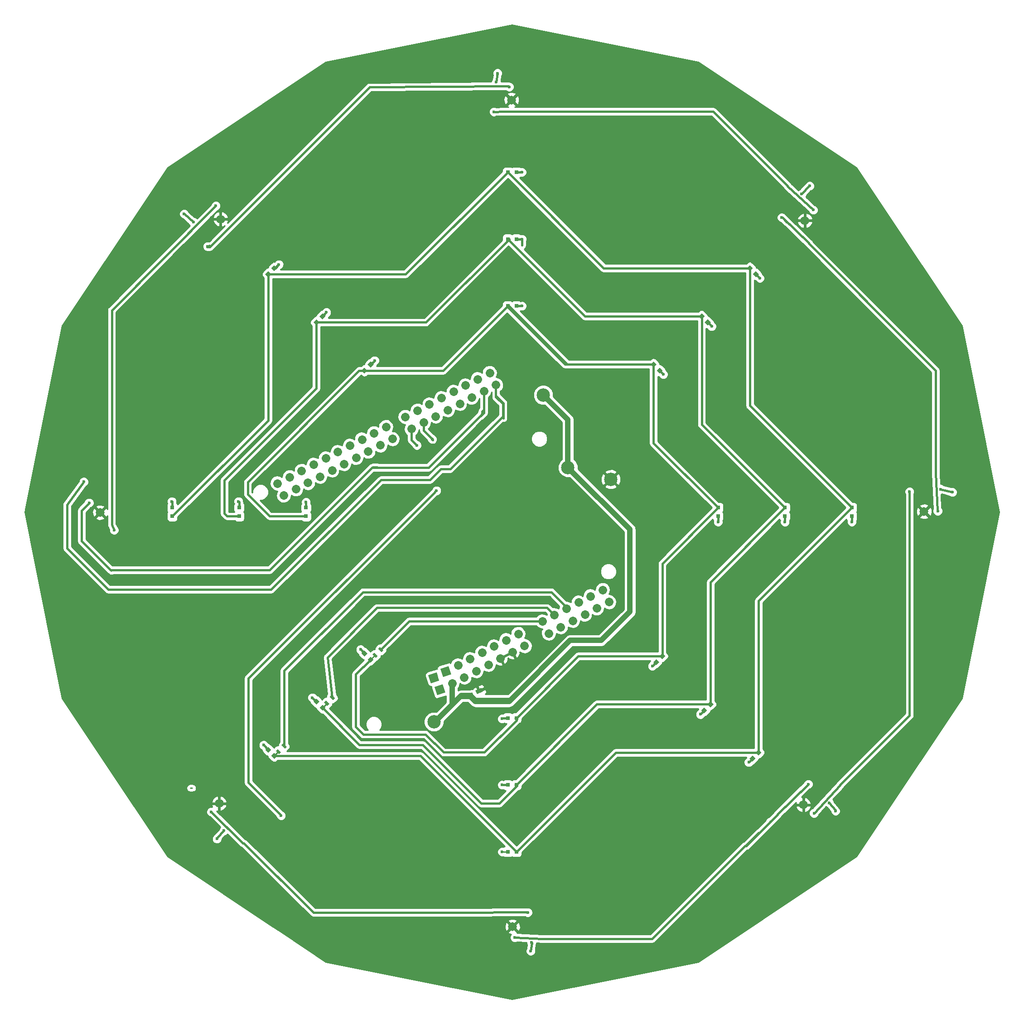
<source format=gbr>
G04 #@! TF.FileFunction,Copper,L2,Bot,Signal*
%FSLAX46Y46*%
G04 Gerber Fmt 4.6, Leading zero omitted, Abs format (unit mm)*
G04 Created by KiCad (PCBNEW 4.0.7) date 03/16/18 10:32:41*
%MOMM*%
%LPD*%
G01*
G04 APERTURE LIST*
%ADD10C,0.100000*%
%ADD11C,2.499360*%
%ADD12C,1.650000*%
%ADD13C,1.600000*%
%ADD14R,0.800000X0.800000*%
%ADD15C,0.600000*%
%ADD16C,0.250000*%
%ADD17C,0.400000*%
%ADD18C,1.000000*%
%ADD19C,0.254000*%
G04 APERTURE END LIST*
D10*
D11*
X126756160Y-101818440D03*
X68630800Y-130175000D03*
X64688720Y-82115660D03*
X100599240Y-43340020D03*
X148960840Y-41917620D03*
X184724040Y-74632820D03*
X187360560Y-122326400D03*
X153619200Y-160223200D03*
X104444800Y-162052000D03*
X132836920Y-79636620D03*
X137439400Y-93167200D03*
D10*
G36*
X83486971Y-146760345D02*
X82850575Y-146123949D01*
X83204129Y-145770395D01*
X83840525Y-146406791D01*
X83486971Y-146760345D01*
X83486971Y-146760345D01*
G37*
G36*
X84547631Y-145699685D02*
X83911235Y-145063289D01*
X84264789Y-144709735D01*
X84901185Y-145346131D01*
X84547631Y-145699685D01*
X84547631Y-145699685D01*
G37*
G36*
X92483651Y-137707785D02*
X91847255Y-137071389D01*
X92200809Y-136717835D01*
X92837205Y-137354231D01*
X92483651Y-137707785D01*
X92483651Y-137707785D01*
G37*
G36*
X93544311Y-136647125D02*
X92907915Y-136010729D01*
X93261469Y-135657175D01*
X93897865Y-136293571D01*
X93544311Y-136647125D01*
X93544311Y-136647125D01*
G37*
G36*
X101536211Y-128766985D02*
X100899815Y-128130589D01*
X101253369Y-127777035D01*
X101889765Y-128413431D01*
X101536211Y-128766985D01*
X101536211Y-128766985D01*
G37*
G36*
X102596871Y-127706325D02*
X101960475Y-127069929D01*
X102314029Y-126716375D01*
X102950425Y-127352771D01*
X102596871Y-127706325D01*
X102596871Y-127706325D01*
G37*
G36*
X118819427Y-136435053D02*
X118478934Y-135766798D01*
X119548141Y-135222009D01*
X119888634Y-135890264D01*
X118819427Y-136435053D01*
X118819427Y-136435053D01*
G37*
G36*
X120512339Y-135572471D02*
X120171846Y-134904216D01*
X121241053Y-134359427D01*
X121581546Y-135027682D01*
X120512339Y-135572471D01*
X120512339Y-135572471D01*
G37*
D12*
X72274481Y-155959798D03*
X127105000Y-178995000D03*
X181725519Y-47040202D03*
X203995000Y-101395000D03*
X181459798Y-156225519D03*
X126895000Y-24505000D03*
X72540202Y-46774481D03*
X50005000Y-101605000D03*
D11*
X112395000Y-140703300D03*
X145440400Y-95389700D03*
D13*
X121726111Y-78920525D02*
X121726111Y-78920525D01*
X123979119Y-77747684D02*
X123979119Y-77747684D01*
X88835749Y-96042164D02*
X88835749Y-96042164D01*
X91088757Y-94869323D02*
X91088757Y-94869323D01*
X93341764Y-93696481D02*
X93341764Y-93696481D01*
X95594772Y-92523640D02*
X95594772Y-92523640D01*
X97847779Y-91350798D02*
X97847779Y-91350798D01*
X100100787Y-90177957D02*
X100100787Y-90177957D01*
X102353795Y-89005115D02*
X102353795Y-89005115D01*
X104606802Y-87832274D02*
X104606802Y-87832274D01*
X108208066Y-85957574D02*
X108208066Y-85957574D01*
X110461074Y-84784733D02*
X110461074Y-84784733D01*
X112714081Y-83611891D02*
X112714081Y-83611891D01*
X114967089Y-82439050D02*
X114967089Y-82439050D01*
X117220096Y-81266208D02*
X117220096Y-81266208D01*
X119473104Y-80093367D02*
X119473104Y-80093367D01*
X86582742Y-97215006D02*
X86582742Y-97215006D01*
X84329734Y-98387847D02*
X84329734Y-98387847D01*
X143917424Y-116048812D02*
X143917424Y-116048812D01*
X141664416Y-117221653D02*
X141664416Y-117221653D01*
X139411409Y-118394495D02*
X139411409Y-118394495D01*
X137158401Y-119567336D02*
X137158401Y-119567336D01*
X134905394Y-120740178D02*
X134905394Y-120740178D01*
X132652386Y-121913019D02*
X132652386Y-121913019D01*
X128146371Y-124258702D02*
X128146371Y-124258702D01*
X125893364Y-125431544D02*
X125893364Y-125431544D01*
X123640356Y-126604385D02*
X123640356Y-126604385D01*
X121387349Y-127777227D02*
X121387349Y-127777227D01*
X119134341Y-128950068D02*
X119134341Y-128950068D01*
X116881334Y-130122910D02*
X116881334Y-130122910D01*
D10*
G36*
X113624788Y-130773342D02*
X115150735Y-130292213D01*
X115631864Y-131818160D01*
X114105917Y-132299289D01*
X113624788Y-130773342D01*
X113624788Y-130773342D01*
G37*
G36*
X111371781Y-131946183D02*
X112897728Y-131465054D01*
X113378857Y-132991001D01*
X111852910Y-133472130D01*
X111371781Y-131946183D01*
X111371781Y-131946183D01*
G37*
D13*
X83156893Y-96134840D02*
X83156893Y-96134840D01*
X85409900Y-94961998D02*
X85409900Y-94961998D01*
D10*
G36*
X112544622Y-134199191D02*
X114070569Y-133718062D01*
X114551698Y-135244009D01*
X113025751Y-135725138D01*
X112544622Y-134199191D01*
X112544622Y-134199191D01*
G37*
D13*
X118300262Y-77840359D02*
X118300262Y-77840359D01*
X115801168Y-133548759D02*
X115801168Y-133548759D01*
X116047255Y-79013201D02*
X116047255Y-79013201D01*
X118054175Y-132375917D02*
X118054175Y-132375917D01*
X113794247Y-80186042D02*
X113794247Y-80186042D01*
X120307183Y-131203076D02*
X120307183Y-131203076D01*
X111541240Y-81358884D02*
X111541240Y-81358884D01*
X122560190Y-130030234D02*
X122560190Y-130030234D01*
X109288232Y-82531725D02*
X109288232Y-82531725D01*
X124813198Y-128857393D02*
X124813198Y-128857393D01*
X107035225Y-83704567D02*
X107035225Y-83704567D01*
X127066205Y-127684551D02*
X127066205Y-127684551D01*
X103433961Y-85579266D02*
X103433961Y-85579266D01*
X129319213Y-126511710D02*
X129319213Y-126511710D01*
X101180953Y-86752108D02*
X101180953Y-86752108D01*
X133825228Y-124166027D02*
X133825228Y-124166027D01*
X98927946Y-87924949D02*
X98927946Y-87924949D01*
X136078235Y-122993185D02*
X136078235Y-122993185D01*
X96674938Y-89097791D02*
X96674938Y-89097791D01*
X138331243Y-121820344D02*
X138331243Y-121820344D01*
X94421930Y-90270632D02*
X94421930Y-90270632D01*
X140584250Y-120647502D02*
X140584250Y-120647502D01*
X92168923Y-91443474D02*
X92168923Y-91443474D01*
X142837258Y-119474661D02*
X142837258Y-119474661D01*
X89915915Y-92616315D02*
X89915915Y-92616315D01*
X145090265Y-118301819D02*
X145090265Y-118301819D01*
X87662908Y-93789157D02*
X87662908Y-93789157D01*
X122806277Y-75494677D02*
X122806277Y-75494677D01*
X120553270Y-76667518D02*
X120553270Y-76667518D01*
D10*
G36*
X101131370Y-129065685D02*
X100565685Y-129631370D01*
X100000000Y-129065685D01*
X100565685Y-128500000D01*
X101131370Y-129065685D01*
X101131370Y-129065685D01*
G37*
G36*
X100000000Y-127934315D02*
X99434315Y-128500000D01*
X98868630Y-127934315D01*
X99434315Y-127368630D01*
X100000000Y-127934315D01*
X100000000Y-127934315D01*
G37*
D14*
X127800000Y-140000000D03*
X126200000Y-140000000D03*
D10*
G36*
X155065685Y-127868630D02*
X155631370Y-128434315D01*
X155065685Y-129000000D01*
X154500000Y-128434315D01*
X155065685Y-127868630D01*
X155065685Y-127868630D01*
G37*
G36*
X153934315Y-129000000D02*
X154500000Y-129565685D01*
X153934315Y-130131370D01*
X153368630Y-129565685D01*
X153934315Y-129000000D01*
X153934315Y-129000000D01*
G37*
D14*
X165500000Y-100700000D03*
X165500000Y-102300000D03*
D10*
G36*
X92131370Y-138065685D02*
X91565685Y-138631370D01*
X91000000Y-138065685D01*
X91565685Y-137500000D01*
X92131370Y-138065685D01*
X92131370Y-138065685D01*
G37*
G36*
X91000000Y-136934315D02*
X90434315Y-137500000D01*
X89868630Y-136934315D01*
X90434315Y-136368630D01*
X91000000Y-136934315D01*
X91000000Y-136934315D01*
G37*
D14*
X127800000Y-152500000D03*
X126200000Y-152500000D03*
D10*
G36*
X164065685Y-136868630D02*
X164631370Y-137434315D01*
X164065685Y-138000000D01*
X163500000Y-137434315D01*
X164065685Y-136868630D01*
X164065685Y-136868630D01*
G37*
G36*
X162934315Y-138000000D02*
X163500000Y-138565685D01*
X162934315Y-139131370D01*
X162368630Y-138565685D01*
X162934315Y-138000000D01*
X162934315Y-138000000D01*
G37*
D14*
X178000000Y-100700000D03*
X178000000Y-102300000D03*
D10*
G36*
X83131370Y-147065685D02*
X82565685Y-147631370D01*
X82000000Y-147065685D01*
X82565685Y-146500000D01*
X83131370Y-147065685D01*
X83131370Y-147065685D01*
G37*
G36*
X82000000Y-145934315D02*
X81434315Y-146500000D01*
X80868630Y-145934315D01*
X81434315Y-145368630D01*
X82000000Y-145934315D01*
X82000000Y-145934315D01*
G37*
D14*
X127800000Y-165000000D03*
X126200000Y-165000000D03*
D10*
G36*
X173065685Y-145868630D02*
X173631370Y-146434315D01*
X173065685Y-147000000D01*
X172500000Y-146434315D01*
X173065685Y-145868630D01*
X173065685Y-145868630D01*
G37*
G36*
X171934315Y-147000000D02*
X172500000Y-147565685D01*
X171934315Y-148131370D01*
X171368630Y-147565685D01*
X171934315Y-147000000D01*
X171934315Y-147000000D01*
G37*
D14*
X190500000Y-100700000D03*
X190500000Y-102300000D03*
D10*
G36*
X152868630Y-73934315D02*
X153434315Y-73368630D01*
X154000000Y-73934315D01*
X153434315Y-74500000D01*
X152868630Y-73934315D01*
X152868630Y-73934315D01*
G37*
G36*
X154000000Y-75065685D02*
X154565685Y-74500000D01*
X155131370Y-75065685D01*
X154565685Y-75631370D01*
X154000000Y-75065685D01*
X154000000Y-75065685D01*
G37*
D14*
X126200000Y-63000000D03*
X127800000Y-63000000D03*
D10*
G36*
X99434315Y-75631370D02*
X98868630Y-75065685D01*
X99434315Y-74500000D01*
X100000000Y-75065685D01*
X99434315Y-75631370D01*
X99434315Y-75631370D01*
G37*
G36*
X100565685Y-74500000D02*
X100000000Y-73934315D01*
X100565685Y-73368630D01*
X101131370Y-73934315D01*
X100565685Y-74500000D01*
X100565685Y-74500000D01*
G37*
D14*
X88500000Y-102300000D03*
X88500000Y-100700000D03*
D10*
G36*
X161868630Y-64934315D02*
X162434315Y-64368630D01*
X163000000Y-64934315D01*
X162434315Y-65500000D01*
X161868630Y-64934315D01*
X161868630Y-64934315D01*
G37*
G36*
X163000000Y-66065685D02*
X163565685Y-65500000D01*
X164131370Y-66065685D01*
X163565685Y-66631370D01*
X163000000Y-66065685D01*
X163000000Y-66065685D01*
G37*
D14*
X126200000Y-50500000D03*
X127800000Y-50500000D03*
D10*
G36*
X90434315Y-66631370D02*
X89868630Y-66065685D01*
X90434315Y-65500000D01*
X91000000Y-66065685D01*
X90434315Y-66631370D01*
X90434315Y-66631370D01*
G37*
G36*
X91565685Y-65500000D02*
X91000000Y-64934315D01*
X91565685Y-64368630D01*
X92131370Y-64934315D01*
X91565685Y-65500000D01*
X91565685Y-65500000D01*
G37*
D14*
X76000000Y-102300000D03*
X76000000Y-100700000D03*
D10*
G36*
X170868630Y-55934315D02*
X171434315Y-55368630D01*
X172000000Y-55934315D01*
X171434315Y-56500000D01*
X170868630Y-55934315D01*
X170868630Y-55934315D01*
G37*
G36*
X172000000Y-57065685D02*
X172565685Y-56500000D01*
X173131370Y-57065685D01*
X172565685Y-57631370D01*
X172000000Y-57065685D01*
X172000000Y-57065685D01*
G37*
D14*
X126200000Y-38000000D03*
X127800000Y-38000000D03*
D10*
G36*
X81434315Y-57631370D02*
X80868630Y-57065685D01*
X81434315Y-56500000D01*
X82000000Y-57065685D01*
X81434315Y-57631370D01*
X81434315Y-57631370D01*
G37*
G36*
X82565685Y-56500000D02*
X82000000Y-55934315D01*
X82565685Y-55368630D01*
X83131370Y-55934315D01*
X82565685Y-56500000D01*
X82565685Y-56500000D01*
G37*
D14*
X63500000Y-102300000D03*
X63500000Y-100700000D03*
D15*
X126720600Y-101650800D03*
X46962972Y-95866699D03*
X47971710Y-99787710D03*
X109208570Y-89038430D03*
X71856600Y-162572700D03*
X73152000Y-161048700D03*
X67437000Y-47282100D03*
X65722500Y-45796200D03*
X207091280Y-97231200D03*
X209283300Y-97802700D03*
X130647440Y-181945280D03*
X130479800Y-183537860D03*
X187452000Y-157391100D03*
X186275980Y-155849320D03*
X182613300Y-40576500D03*
X181127400Y-42100500D03*
X124053600Y-21178520D03*
X124282200Y-19507200D03*
X123596400Y-26708100D03*
X183299100Y-45072300D03*
X177393600Y-46482000D03*
X206540100Y-101307900D03*
X129921000Y-176326800D03*
X70789800Y-157543500D03*
X201279760Y-97734120D03*
X183426100Y-157777180D03*
X71653400Y-44272200D03*
X52638960Y-104886760D03*
X127518160Y-181023260D03*
X182364380Y-152356820D03*
X70136380Y-51863620D03*
X126492000Y-22059900D03*
X63423800Y-99522280D03*
X75885040Y-99522280D03*
X88500000Y-99650000D03*
X101308148Y-73191852D03*
X92308148Y-64191852D03*
X83428840Y-55265320D03*
X128850000Y-63000000D03*
X128850000Y-50500000D03*
X128850000Y-38000000D03*
X155281900Y-75781900D03*
X164308148Y-66808148D03*
X173308148Y-57808148D03*
X165500000Y-103350000D03*
X178000000Y-103350000D03*
X190500000Y-103350000D03*
X153205400Y-130294600D03*
X162191852Y-139308148D03*
X171233340Y-148266660D03*
X125150000Y-165000000D03*
X125171200Y-140147040D03*
X125150000Y-152500000D03*
X98691852Y-127191852D03*
X89691852Y-136191852D03*
X80578960Y-145064480D03*
X83847940Y-158224220D03*
X112058450Y-87877650D03*
X112890300Y-97497900D03*
D16*
X67252110Y-153082730D02*
X66917270Y-153082730D01*
D17*
X123979119Y-77747684D02*
X123979119Y-79783119D01*
X125349000Y-81153000D02*
X125349000Y-83947000D01*
X123979119Y-79783119D02*
X125349000Y-81153000D01*
X123979119Y-77747684D02*
X123979119Y-79973619D01*
X123979119Y-79973619D02*
X125285500Y-81280000D01*
D16*
X123979119Y-79973619D02*
X125285500Y-81280000D01*
D17*
X78994000Y-116014500D02*
X81978500Y-116014500D01*
X102489000Y-95504000D02*
X111633000Y-95504000D01*
X81978500Y-116014500D02*
X102489000Y-95504000D01*
X51562000Y-116014500D02*
X43827700Y-108280200D01*
X43827700Y-108280200D02*
X43827700Y-100172300D01*
X43827700Y-100172300D02*
X46962972Y-95866699D01*
X78994000Y-116014500D02*
X51562000Y-116014500D01*
X115436650Y-93478350D02*
X113658650Y-93478350D01*
X125285500Y-83629500D02*
X115436650Y-93478350D01*
X125285500Y-81280000D02*
X125285500Y-83629500D01*
X113658650Y-93478350D02*
X111633000Y-95504000D01*
D16*
X123979119Y-79973619D02*
X125285500Y-81280000D01*
D17*
X121726111Y-81280000D02*
X121726111Y-82997889D01*
X121158000Y-83566000D02*
X121158000Y-83439000D01*
X121726111Y-82997889D02*
X121158000Y-83566000D01*
X121424700Y-82702400D02*
X121424700Y-83172300D01*
X121424700Y-83172300D02*
X121158000Y-83439000D01*
X121158000Y-83439000D02*
X111379000Y-93218000D01*
X111379000Y-93218000D02*
X106680000Y-93218000D01*
X121726111Y-78920525D02*
X121726111Y-81280000D01*
X121726111Y-81280000D02*
X121726111Y-82400989D01*
X121726111Y-82400989D02*
X121424700Y-82702400D01*
D16*
X121726111Y-82400989D02*
X121424700Y-82702400D01*
D17*
X109220000Y-93218000D02*
X106680000Y-93218000D01*
X106680000Y-93218000D02*
X100850700Y-93218000D01*
D16*
X121726111Y-82400989D02*
X121424700Y-82702400D01*
X101879400Y-93078300D02*
X100990400Y-93078300D01*
X100990400Y-93078300D02*
X100850700Y-93218000D01*
D17*
X100850700Y-93218000D02*
X81699100Y-112369600D01*
X81699100Y-112369600D02*
X52006500Y-112369600D01*
X47971710Y-99787710D02*
X46540420Y-101219000D01*
X46540420Y-101219000D02*
X46540420Y-106903520D01*
X46540420Y-106903520D02*
X52006500Y-112369600D01*
D16*
X52006500Y-112369600D02*
X52184300Y-112547400D01*
D17*
X108208066Y-85957574D02*
X108208066Y-88037926D01*
X108208066Y-88037926D02*
X109208570Y-89038430D01*
X71856600Y-162344100D02*
X71856600Y-162572700D01*
X73152000Y-161048700D02*
X71856600Y-162344100D01*
X67437000Y-47282100D02*
X65742820Y-45796200D01*
X65742820Y-45796200D02*
X65722500Y-45796200D01*
X207091280Y-97231200D02*
X209283300Y-97802700D01*
X130647440Y-181945280D02*
X130685540Y-181983380D01*
X130685540Y-181983380D02*
X130479800Y-183537860D01*
X187452000Y-157251400D02*
X187452000Y-157391100D01*
X186275980Y-155849320D02*
X187452000Y-157251400D01*
X182501540Y-40576500D02*
X182613300Y-40576500D01*
X181127400Y-42100500D02*
X182501540Y-40576500D01*
X124053600Y-21178520D02*
X124282200Y-19507200D01*
X123596400Y-26708100D02*
X125349000Y-26670000D01*
X178441350Y-40595550D02*
X178441350Y-40519350D01*
X136105900Y-26670000D02*
X125349000Y-26670000D01*
X178441350Y-40519350D02*
X164592000Y-26670000D01*
X164592000Y-26670000D02*
X136105900Y-26670000D01*
X183299100Y-45072300D02*
X178441350Y-40595550D01*
X206171550Y-94220757D02*
X206171550Y-75077070D01*
X206171550Y-75077070D02*
X203123800Y-72029320D01*
X182420709Y-51212524D02*
X182420709Y-51326229D01*
X182420709Y-51326229D02*
X203123800Y-72029320D01*
X177393600Y-46482000D02*
X177515520Y-46482000D01*
X177515520Y-46482000D02*
X182420709Y-51212524D01*
D16*
X177393600Y-46482000D02*
X177505360Y-46593760D01*
X177505360Y-46593760D02*
X178257200Y-47386240D01*
D17*
X206540100Y-101307900D02*
X206484220Y-101252020D01*
X206484220Y-101252020D02*
X206171550Y-94220757D01*
X206171550Y-94220757D02*
X206169260Y-94169260D01*
D16*
X129921000Y-176326800D02*
X129921000Y-176291240D01*
X129921000Y-176291240D02*
X129921000Y-176326800D01*
X129921000Y-176326800D02*
X129921000Y-176291240D01*
D17*
X116814600Y-176377600D02*
X89903300Y-176377600D01*
X89903300Y-176377600D02*
X76873300Y-163385700D01*
X76733600Y-163385700D02*
X76873300Y-163385700D01*
X70789800Y-157543500D02*
X76733600Y-163385700D01*
X116814600Y-176377600D02*
X129921000Y-176291240D01*
D16*
X116814600Y-176377600D02*
X116814600Y-176377600D01*
D17*
X201279760Y-108854240D02*
X201279760Y-139532360D01*
X201000360Y-139753340D02*
X188290200Y-152463500D01*
X188290200Y-152463500D02*
X188290200Y-152552400D01*
X201279760Y-97734120D02*
X201279760Y-99019360D01*
X201279760Y-99019360D02*
X201279760Y-108854240D01*
X201279760Y-139532360D02*
X201000360Y-139811760D01*
X201000360Y-139811760D02*
X201000360Y-139753340D01*
X183426100Y-157777180D02*
X188290200Y-152552400D01*
D16*
X188290200Y-152552400D02*
X188500000Y-152342600D01*
D17*
X52191920Y-92090240D02*
X52191920Y-63814960D01*
X52191920Y-63814960D02*
X71653400Y-44272200D01*
X52191920Y-103880920D02*
X52191920Y-92090240D01*
X52638960Y-104886760D02*
X52191920Y-103880920D01*
D16*
X52191920Y-92090240D02*
X52191920Y-91810840D01*
D17*
X170545760Y-163896040D02*
X170769280Y-163896040D01*
X170769280Y-163896040D02*
X176636680Y-158028640D01*
X176636680Y-158028640D02*
X176636680Y-157957520D01*
D16*
X175343820Y-159250380D02*
X175135540Y-159250380D01*
X173060360Y-161381440D02*
X171272200Y-163169600D01*
X171272200Y-163169600D02*
X170545760Y-163896040D01*
D17*
X170545760Y-163896040D02*
X153195020Y-181246780D01*
X127518160Y-181023260D02*
X127574040Y-180967380D01*
X127574040Y-180967380D02*
X132603240Y-181246780D01*
X153195020Y-181246780D02*
X132603240Y-181246780D01*
X182364380Y-152356820D02*
X176636680Y-157957520D01*
D16*
X176636680Y-157957520D02*
X175343820Y-159250380D01*
D17*
X70464680Y-51744880D02*
X70338960Y-51870600D01*
X70129400Y-51870600D02*
X70338960Y-51870600D01*
X70129400Y-51870600D02*
X70136380Y-51863620D01*
X70504200Y-52000000D02*
X80098900Y-42405300D01*
X70000000Y-52000000D02*
X70504200Y-52000000D01*
X100375720Y-22128480D02*
X80098900Y-42405300D01*
X126324360Y-21892260D02*
X100375720Y-22128480D01*
X126492000Y-22059900D02*
X126324360Y-21892260D01*
D16*
X83345550Y-146265370D02*
X83345550Y-146285820D01*
X83345550Y-146285820D02*
X82565685Y-147065685D01*
D17*
X82565685Y-147065685D02*
X109865685Y-147065685D01*
X109865685Y-147065685D02*
X127800000Y-165000000D01*
X173065685Y-146434315D02*
X146365685Y-146434315D01*
X146365685Y-146434315D02*
X127800000Y-165000000D01*
X173065685Y-146434315D02*
X173065685Y-118134315D01*
X173065685Y-118134315D02*
X190500000Y-100700000D01*
X171434315Y-55934315D02*
X171434315Y-81634315D01*
X171434315Y-81634315D02*
X190500000Y-100700000D01*
X171434315Y-55934315D02*
X144134315Y-55934315D01*
X144134315Y-55934315D02*
X126200000Y-38000000D01*
X81434315Y-57065685D02*
X107134315Y-57065685D01*
X107134315Y-57065685D02*
X126200000Y-38000000D01*
X81434315Y-57065685D02*
X81434315Y-84365685D01*
X81434315Y-84365685D02*
X63500000Y-102300000D01*
X76000000Y-102300000D02*
X73763100Y-102300000D01*
X73763100Y-102300000D02*
X73253600Y-101790500D01*
X73253600Y-101790500D02*
X73253600Y-95567500D01*
X73253600Y-95567500D02*
X90434315Y-78386785D01*
X90434315Y-78386785D02*
X90434315Y-66065685D01*
D16*
X127800000Y-152500000D02*
X127800000Y-152768400D01*
D17*
X127800000Y-152768400D02*
X124637800Y-155930600D01*
X124637800Y-155930600D02*
X121259600Y-155930600D01*
X121259600Y-155930600D02*
X110324900Y-144995900D01*
X110324900Y-144995900D02*
X98495900Y-144995900D01*
X98495900Y-144995900D02*
X91565685Y-138065685D01*
D16*
X76157900Y-102142100D02*
X76000000Y-102300000D01*
X92342230Y-137212810D02*
X92342230Y-137289140D01*
X92342230Y-137289140D02*
X91565685Y-138065685D01*
X127500000Y-152500000D02*
X127800000Y-152500000D01*
D17*
X164065685Y-137434315D02*
X142865685Y-137434315D01*
X142865685Y-137434315D02*
X127800000Y-152500000D01*
X164065685Y-137434315D02*
X164065685Y-114634315D01*
X164065685Y-114634315D02*
X178000000Y-100700000D01*
X162434315Y-64934315D02*
X162434315Y-85134315D01*
X162434315Y-85134315D02*
X178000000Y-100700000D01*
X162434315Y-64934315D02*
X140634315Y-64934315D01*
X140634315Y-64934315D02*
X126200000Y-50500000D01*
X90434315Y-66065685D02*
X110934315Y-66065685D01*
X110934315Y-66065685D02*
X126500000Y-50500000D01*
D16*
X126500000Y-50500000D02*
X126200000Y-50500000D01*
D17*
X126200000Y-63000000D02*
X126200000Y-63258800D01*
X126200000Y-63258800D02*
X136875515Y-73934315D01*
X136875515Y-73934315D02*
X153434315Y-73934315D01*
X88500000Y-102300000D02*
X81726000Y-102300000D01*
X81726000Y-102300000D02*
X77597000Y-98171000D01*
X77597000Y-98171000D02*
X77597000Y-95885000D01*
X77597000Y-95885000D02*
X98416315Y-75065685D01*
X98416315Y-75065685D02*
X99434315Y-75065685D01*
X127800000Y-140000000D02*
X127800000Y-140411300D01*
X127800000Y-140411300D02*
X121793000Y-146418300D01*
X121793000Y-146418300D02*
X114236500Y-146418300D01*
X114236500Y-146418300D02*
X110858300Y-143040100D01*
X110858300Y-143040100D02*
X99212400Y-143040100D01*
X99212400Y-143040100D02*
X97790000Y-141617700D01*
X97790000Y-141617700D02*
X97790000Y-131841370D01*
X97790000Y-131841370D02*
X100565685Y-129065685D01*
D16*
X101394790Y-128272010D02*
X101359360Y-128272010D01*
X101359360Y-128272010D02*
X100565685Y-129065685D01*
X127500000Y-140000000D02*
X127800000Y-140000000D01*
D17*
X155065685Y-128434315D02*
X139365685Y-128434315D01*
X139365685Y-128434315D02*
X127800000Y-140000000D01*
X155065685Y-128434315D02*
X155065685Y-111134315D01*
X155065685Y-111134315D02*
X165500000Y-100700000D01*
X153434315Y-73934315D02*
X153434315Y-88634315D01*
X153434315Y-88634315D02*
X165500000Y-100700000D01*
X153434315Y-73934315D02*
X137434315Y-73934315D01*
D16*
X137434315Y-73934315D02*
X126500000Y-63000000D01*
X126500000Y-63000000D02*
X126200000Y-63000000D01*
D17*
X99434315Y-75065685D02*
X114134315Y-75065685D01*
X114134315Y-75065685D02*
X126200000Y-63000000D01*
D18*
X119183784Y-135828531D02*
X119183784Y-135947784D01*
X119183784Y-135947784D02*
X120142000Y-136906000D01*
X149031960Y-104759760D02*
X137439400Y-93167200D01*
X149031960Y-120142000D02*
X149031960Y-104759760D01*
X143667480Y-125506480D02*
X149031960Y-120142000D01*
X137855960Y-125506480D02*
X143667480Y-125506480D01*
X126456440Y-136906000D02*
X137855960Y-125506480D01*
X120142000Y-136906000D02*
X126456440Y-136906000D01*
X119183784Y-135828531D02*
X117475509Y-135828531D01*
X117475509Y-135828531D02*
X115801168Y-137502872D01*
X112395000Y-140703300D02*
X112600740Y-140703300D01*
X112600740Y-140703300D02*
X115801168Y-137502872D01*
X115801168Y-137502872D02*
X115801168Y-133548759D01*
X137439400Y-93167200D02*
X137439400Y-84239100D01*
X137439400Y-84239100D02*
X132836920Y-79636620D01*
D16*
X148729700Y-111815880D02*
X148729700Y-104952800D01*
X148729700Y-111815880D02*
X148729700Y-120459500D01*
X148729700Y-120459500D02*
X143929100Y-125260100D01*
X143929100Y-125260100D02*
X137795000Y-125260100D01*
X137795000Y-125260100D02*
X126771400Y-136283700D01*
X126771400Y-136283700D02*
X120190260Y-136283700D01*
X148729700Y-104952800D02*
X137439400Y-93167200D01*
X119183784Y-135828531D02*
X119735091Y-135828531D01*
X119735091Y-135828531D02*
X120190260Y-136283700D01*
X112395000Y-140703300D02*
X112395000Y-140573760D01*
X112395000Y-140573760D02*
X115801168Y-137167592D01*
X115801168Y-137167592D02*
X115801168Y-133548759D01*
X116814600Y-136283700D02*
X112395000Y-140703300D01*
X120190260Y-136283700D02*
X116814600Y-136283700D01*
X137158401Y-119567336D02*
X137158401Y-119289501D01*
D17*
X137158401Y-119289501D02*
X134327900Y-116459000D01*
X84406210Y-131176290D02*
X84406210Y-145204710D01*
X99123500Y-116459000D02*
X84406210Y-131176290D01*
X134327900Y-116459000D02*
X99123500Y-116459000D01*
X63500000Y-100700000D02*
X63500000Y-99598480D01*
X63500000Y-99598480D02*
X63423800Y-99522280D01*
X76000000Y-100700000D02*
X76000000Y-99637240D01*
X76000000Y-99637240D02*
X75885040Y-99522280D01*
X88500000Y-100700000D02*
X88500000Y-99650000D01*
X63500000Y-99598480D02*
X63423800Y-99522280D01*
X76000000Y-99637240D02*
X75885040Y-99522280D01*
D16*
X76000000Y-99650000D02*
X76000000Y-100700000D01*
D17*
X100565685Y-73934315D02*
X101308148Y-73191852D01*
X91565685Y-64934315D02*
X92308148Y-64191852D01*
X82565685Y-55934315D02*
X82759845Y-55934315D01*
X82759845Y-55934315D02*
X83428840Y-55265320D01*
X82759845Y-55934315D02*
X83428840Y-55265320D01*
D16*
X83308148Y-55191852D02*
X82565685Y-55934315D01*
D17*
X127800000Y-63000000D02*
X128850000Y-63000000D01*
X127800000Y-50500000D02*
X128850000Y-50500000D01*
X127800000Y-38000000D02*
X128850000Y-38000000D01*
X128850000Y-50500000D02*
X128859280Y-50509280D01*
X128859280Y-50509280D02*
X128859280Y-51633120D01*
X154565685Y-75065685D02*
X155281900Y-75781900D01*
X163565685Y-66065685D02*
X164308148Y-66808148D01*
X172565685Y-57065685D02*
X173308148Y-57808148D01*
D16*
X134905394Y-120740178D02*
X134875278Y-120740178D01*
D17*
X134875278Y-120740178D02*
X133541778Y-119406678D01*
X101776522Y-119406678D02*
X92513890Y-128669310D01*
X92513890Y-128669310D02*
X93402890Y-136152150D01*
X133541778Y-119406678D02*
X101776522Y-119406678D01*
X132652386Y-121913019D02*
X107753781Y-121913019D01*
X107753781Y-121913019D02*
X102455450Y-127211350D01*
X165500000Y-102300000D02*
X165500000Y-103350000D01*
X178000000Y-102300000D02*
X178000000Y-103350000D01*
X190500000Y-102300000D02*
X190500000Y-103350000D01*
X178000000Y-103350000D02*
X178000000Y-103322120D01*
X178000000Y-103322120D02*
X178000000Y-103350000D01*
X171934315Y-147565685D02*
X171233340Y-148266660D01*
X162934315Y-138565685D02*
X162191852Y-139308148D01*
X153934315Y-129565685D02*
X153205400Y-130294600D01*
D16*
X153205400Y-130294600D02*
X153191852Y-130308148D01*
X153191852Y-130308148D02*
X153205400Y-130294600D01*
D17*
X162191852Y-139308148D02*
X162205400Y-139294600D01*
X162205400Y-139294600D02*
X162191852Y-139308148D01*
X126200000Y-140000000D02*
X125318240Y-140000000D01*
X125318240Y-140000000D02*
X125171200Y-140147040D01*
X125150000Y-152500000D02*
X126200000Y-152500000D01*
D16*
X126200000Y-140000000D02*
X125150000Y-140000000D01*
X126200000Y-165000000D02*
X125150000Y-165000000D01*
X126200000Y-152500000D02*
X125150000Y-152500000D01*
D17*
X99434315Y-127934315D02*
X98691852Y-127191852D01*
X89691852Y-136191852D02*
X90434315Y-136934315D01*
X81434315Y-145934315D02*
X81434315Y-145919835D01*
X81434315Y-145919835D02*
X80578960Y-145064480D01*
D16*
X80691852Y-145191852D02*
X81434315Y-145934315D01*
X99434315Y-127934315D02*
X99565685Y-127934315D01*
X99565685Y-127934315D02*
X99434315Y-127934315D01*
D17*
X83842368Y-158212695D02*
X83842368Y-158218648D01*
X83842368Y-158218648D02*
X83847940Y-158224220D01*
X112160050Y-87979250D02*
X112058450Y-87877650D01*
X112890300Y-97497900D02*
X112852200Y-97536000D01*
X112852200Y-97536000D02*
X112776000Y-97536000D01*
X112712500Y-97599500D02*
X112776000Y-97536000D01*
X77724000Y-152044400D02*
X83121500Y-157441900D01*
X83121500Y-157441900D02*
X83205320Y-157525720D01*
X83205320Y-157525720D02*
X83832700Y-158153100D01*
X77724000Y-132588000D02*
X77724000Y-152044400D01*
X112712500Y-97599500D02*
X112401350Y-97910650D01*
X112401350Y-97910650D02*
X77724000Y-132588000D01*
X112160050Y-87979250D02*
X112191800Y-88011000D01*
X112102900Y-87922100D02*
X112191800Y-88011000D01*
X112058450Y-87877650D02*
X112102900Y-87922100D01*
X110461074Y-86280274D02*
X112058450Y-87877650D01*
X110461074Y-84784733D02*
X110461074Y-86280274D01*
D19*
G36*
X161822682Y-17430610D02*
X191343925Y-37156075D01*
X211069390Y-66677318D01*
X217996052Y-101500000D01*
X211069390Y-136322682D01*
X191343925Y-165843925D01*
X161822682Y-185569390D01*
X127000000Y-192496052D01*
X92177318Y-185569390D01*
X83873347Y-180020853D01*
X126258752Y-180020853D01*
X126335956Y-180269563D01*
X126786677Y-180432329D01*
X126725968Y-180492933D01*
X126583322Y-180836461D01*
X126582998Y-181208427D01*
X126725043Y-181552203D01*
X126987833Y-181815452D01*
X127331361Y-181958098D01*
X127703327Y-181958422D01*
X128018150Y-181828340D01*
X129712459Y-181922468D01*
X129712278Y-182130447D01*
X129796739Y-182334859D01*
X129710769Y-182984412D01*
X129687608Y-183007533D01*
X129544962Y-183351061D01*
X129544638Y-183723027D01*
X129686683Y-184066803D01*
X129949473Y-184330052D01*
X130293001Y-184472698D01*
X130664967Y-184473022D01*
X131008743Y-184330977D01*
X131271992Y-184068187D01*
X131414638Y-183724659D01*
X131414962Y-183352693D01*
X131363177Y-183227363D01*
X131473454Y-182394154D01*
X131582278Y-182132079D01*
X131582370Y-182026352D01*
X132556922Y-182080494D01*
X132580189Y-182077195D01*
X132603240Y-182081780D01*
X153195020Y-182081780D01*
X153514561Y-182018219D01*
X153785454Y-181837214D01*
X170922008Y-164700660D01*
X171088821Y-164667479D01*
X171359714Y-164486474D01*
X177227114Y-158619074D01*
X177364064Y-158414114D01*
X177826075Y-157962347D01*
X182490938Y-157962347D01*
X182632983Y-158306123D01*
X182895773Y-158569372D01*
X183239301Y-158712018D01*
X183611267Y-158712342D01*
X183955043Y-158570297D01*
X184218292Y-158307507D01*
X184335096Y-158026214D01*
X185682812Y-156578562D01*
X185745653Y-156641512D01*
X185906698Y-156708384D01*
X186516960Y-157435953D01*
X186516838Y-157576267D01*
X186658883Y-157920043D01*
X186921673Y-158183292D01*
X187265201Y-158325938D01*
X187637167Y-158326262D01*
X187980943Y-158184217D01*
X188244192Y-157921427D01*
X188386838Y-157577899D01*
X188387162Y-157205933D01*
X188245117Y-156862157D01*
X188058820Y-156675534D01*
X187211141Y-155664911D01*
X187211142Y-155664153D01*
X187069097Y-155320377D01*
X186957870Y-155208956D01*
X188901352Y-153121362D01*
X188979263Y-152995226D01*
X189059649Y-152874919D01*
X201414735Y-140519833D01*
X201590794Y-140402194D01*
X201870194Y-140122794D01*
X201978808Y-139960241D01*
X202051199Y-139851901D01*
X202114760Y-139532360D01*
X202114760Y-102420853D01*
X203148752Y-102420853D01*
X203225956Y-102669563D01*
X203772250Y-102866843D01*
X204352456Y-102840048D01*
X204764044Y-102669563D01*
X204841248Y-102420853D01*
X203995000Y-101574605D01*
X203148752Y-102420853D01*
X202114760Y-102420853D01*
X202114760Y-101172250D01*
X202523157Y-101172250D01*
X202549952Y-101752456D01*
X202720437Y-102164044D01*
X202969147Y-102241248D01*
X203815395Y-101395000D01*
X204174605Y-101395000D01*
X205020853Y-102241248D01*
X205269563Y-102164044D01*
X205466843Y-101617750D01*
X205440048Y-101037544D01*
X205269563Y-100625956D01*
X205020853Y-100548752D01*
X204174605Y-101395000D01*
X203815395Y-101395000D01*
X202969147Y-100548752D01*
X202720437Y-100625956D01*
X202523157Y-101172250D01*
X202114760Y-101172250D01*
X202114760Y-100369147D01*
X203148752Y-100369147D01*
X203995000Y-101215395D01*
X204841248Y-100369147D01*
X204764044Y-100120437D01*
X204217750Y-99923157D01*
X203637544Y-99949952D01*
X203225956Y-100120437D01*
X203148752Y-100369147D01*
X202114760Y-100369147D01*
X202114760Y-98161354D01*
X202214598Y-97920919D01*
X202214922Y-97548953D01*
X202072877Y-97205177D01*
X201810087Y-96941928D01*
X201466559Y-96799282D01*
X201094593Y-96798958D01*
X200750817Y-96941003D01*
X200487568Y-97203793D01*
X200344922Y-97547321D01*
X200344598Y-97919287D01*
X200444760Y-98161698D01*
X200444760Y-139139631D01*
X200409926Y-139162906D01*
X187699766Y-151873066D01*
X187518761Y-152143959D01*
X187515814Y-152158775D01*
X183102690Y-156899139D01*
X182897157Y-156984063D01*
X182633908Y-157246853D01*
X182491262Y-157590381D01*
X182490938Y-157962347D01*
X177826075Y-157962347D01*
X179236725Y-156582975D01*
X180014750Y-156582975D01*
X180261540Y-157108761D01*
X180690754Y-157500082D01*
X181102342Y-157670567D01*
X181332798Y-157549294D01*
X181332798Y-156352519D01*
X181586798Y-156352519D01*
X181586798Y-157549294D01*
X181817254Y-157670567D01*
X182343040Y-157423777D01*
X182734361Y-156994563D01*
X182904846Y-156582975D01*
X182783573Y-156352519D01*
X181586798Y-156352519D01*
X181332798Y-156352519D01*
X180136023Y-156352519D01*
X180014750Y-156582975D01*
X179236725Y-156582975D01*
X180046678Y-155790981D01*
X180014750Y-155868063D01*
X180136023Y-156098519D01*
X181153190Y-156098519D01*
X181266049Y-156211378D01*
X181445657Y-156031770D01*
X181332798Y-155918911D01*
X181332798Y-154901744D01*
X181586798Y-154901744D01*
X181586798Y-156098519D01*
X182783573Y-156098519D01*
X182904846Y-155868063D01*
X182658056Y-155342277D01*
X182228842Y-154950956D01*
X181817254Y-154780471D01*
X181586798Y-154901744D01*
X181332798Y-154901744D01*
X181102342Y-154780471D01*
X181059573Y-154800546D01*
X182640980Y-153254203D01*
X182893323Y-153149937D01*
X183156572Y-152887147D01*
X183299218Y-152543619D01*
X183299542Y-152171653D01*
X183157497Y-151827877D01*
X182894707Y-151564628D01*
X182551179Y-151421982D01*
X182179213Y-151421658D01*
X181835437Y-151563703D01*
X181572188Y-151826493D01*
X181476340Y-152057320D01*
X176052902Y-157360504D01*
X176050209Y-157364438D01*
X176046246Y-157367086D01*
X175958296Y-157498713D01*
X175898751Y-157585701D01*
X174958945Y-158525507D01*
X174844701Y-158548232D01*
X174598139Y-158712979D01*
X174433392Y-158959541D01*
X174410667Y-159073785D01*
X172814009Y-160670443D01*
X172769521Y-160679292D01*
X172522959Y-160844039D01*
X170246414Y-163120584D01*
X170226219Y-163124601D01*
X170144656Y-163179100D01*
X169955326Y-163305606D01*
X152849152Y-180411780D01*
X132626409Y-180411780D01*
X127911213Y-180149825D01*
X127951248Y-180020853D01*
X127105000Y-179174605D01*
X126258752Y-180020853D01*
X83873347Y-180020853D01*
X82004680Y-178772250D01*
X125633157Y-178772250D01*
X125659952Y-179352456D01*
X125830437Y-179764044D01*
X126079147Y-179841248D01*
X126925395Y-178995000D01*
X127284605Y-178995000D01*
X128130853Y-179841248D01*
X128379563Y-179764044D01*
X128576843Y-179217750D01*
X128550048Y-178637544D01*
X128379563Y-178225956D01*
X128130853Y-178148752D01*
X127284605Y-178995000D01*
X126925395Y-178995000D01*
X126079147Y-178148752D01*
X125830437Y-178225956D01*
X125633157Y-178772250D01*
X82004680Y-178772250D01*
X80802752Y-177969147D01*
X126258752Y-177969147D01*
X127105000Y-178815395D01*
X127951248Y-177969147D01*
X127874044Y-177720437D01*
X127327750Y-177523157D01*
X126747544Y-177549952D01*
X126335956Y-177720437D01*
X126258752Y-177969147D01*
X80802752Y-177969147D01*
X62656075Y-165843925D01*
X57233633Y-157728667D01*
X69854638Y-157728667D01*
X69996683Y-158072443D01*
X70259473Y-158335692D01*
X70510736Y-158440026D01*
X72491489Y-160386921D01*
X72359808Y-160518373D01*
X72259222Y-160760610D01*
X71266166Y-161753666D01*
X71090986Y-162015841D01*
X71064408Y-162042373D01*
X70921762Y-162385901D01*
X70921438Y-162757867D01*
X71063483Y-163101643D01*
X71326273Y-163364892D01*
X71669801Y-163507538D01*
X72041767Y-163507862D01*
X72385543Y-163365817D01*
X72648792Y-163103027D01*
X72791438Y-162759499D01*
X72791586Y-162589982D01*
X73440333Y-161941235D01*
X73680943Y-161841817D01*
X73825188Y-161697823D01*
X76148277Y-163981202D01*
X76281577Y-164068617D01*
X76414059Y-164157139D01*
X76417655Y-164157854D01*
X76420721Y-164159865D01*
X76478058Y-164170757D01*
X89313731Y-176968898D01*
X89448912Y-177058937D01*
X89583759Y-177149039D01*
X89584370Y-177149160D01*
X89584890Y-177149507D01*
X89744299Y-177180973D01*
X89903300Y-177212600D01*
X116814600Y-177212600D01*
X116817349Y-177212053D01*
X116820102Y-177212582D01*
X129416183Y-177129585D01*
X129734201Y-177261638D01*
X130106167Y-177261962D01*
X130449943Y-177119917D01*
X130713192Y-176857127D01*
X130855838Y-176513599D01*
X130856162Y-176141633D01*
X130714117Y-175797857D01*
X130451327Y-175534608D01*
X130107799Y-175391962D01*
X129735833Y-175391638D01*
X129573994Y-175458508D01*
X116811830Y-175542600D01*
X90248452Y-175542600D01*
X77462869Y-162794402D01*
X77327923Y-162704520D01*
X77192841Y-162614261D01*
X77192228Y-162614139D01*
X77191710Y-162613794D01*
X77126319Y-162600886D01*
X71783753Y-157349643D01*
X71917025Y-157404846D01*
X72147481Y-157283573D01*
X72147481Y-156266406D01*
X72260340Y-156153547D01*
X72193591Y-156086798D01*
X72401481Y-156086798D01*
X72401481Y-157283573D01*
X72631937Y-157404846D01*
X73157723Y-157158056D01*
X73549044Y-156728842D01*
X73719529Y-156317254D01*
X73598256Y-156086798D01*
X72401481Y-156086798D01*
X72193591Y-156086798D01*
X72080732Y-155973939D01*
X71967873Y-156086798D01*
X70950706Y-156086798D01*
X70829433Y-156317254D01*
X70966208Y-156608653D01*
X70604633Y-156608338D01*
X70260857Y-156750383D01*
X69997608Y-157013173D01*
X69854962Y-157356701D01*
X69854638Y-157728667D01*
X57233633Y-157728667D01*
X55812868Y-155602342D01*
X70829433Y-155602342D01*
X70950706Y-155832798D01*
X72147481Y-155832798D01*
X72147481Y-154636023D01*
X72401481Y-154636023D01*
X72401481Y-155832798D01*
X73598256Y-155832798D01*
X73719529Y-155602342D01*
X73472739Y-155076556D01*
X73043525Y-154685235D01*
X72631937Y-154514750D01*
X72401481Y-154636023D01*
X72147481Y-154636023D01*
X71917025Y-154514750D01*
X71391239Y-154761540D01*
X70999918Y-155190754D01*
X70829433Y-155602342D01*
X55812868Y-155602342D01*
X54129317Y-153082730D01*
X66157270Y-153082730D01*
X66215122Y-153373569D01*
X66379869Y-153620131D01*
X66626431Y-153784878D01*
X66917270Y-153842730D01*
X67252110Y-153842730D01*
X67542949Y-153784878D01*
X67789511Y-153620131D01*
X67954258Y-153373569D01*
X68012110Y-153082730D01*
X67954258Y-152791891D01*
X67789511Y-152545329D01*
X67542949Y-152380582D01*
X67252110Y-152322730D01*
X66917270Y-152322730D01*
X66626431Y-152380582D01*
X66379869Y-152545329D01*
X66215122Y-152791891D01*
X66157270Y-153082730D01*
X54129317Y-153082730D01*
X42930610Y-136322682D01*
X42187736Y-132588000D01*
X76889000Y-132588000D01*
X76889000Y-152044400D01*
X76952561Y-152363941D01*
X77132634Y-152633439D01*
X77133566Y-152634834D01*
X82916059Y-158417327D01*
X83054823Y-158753163D01*
X83317613Y-159016412D01*
X83661141Y-159159058D01*
X84033107Y-159159382D01*
X84376883Y-159017337D01*
X84640132Y-158754547D01*
X84782778Y-158411019D01*
X84783102Y-158039053D01*
X84641057Y-157695277D01*
X84378267Y-157432028D01*
X84231590Y-157371122D01*
X78559000Y-151698532D01*
X78559000Y-132933868D01*
X98567894Y-112924974D01*
X143472325Y-112924974D01*
X143704004Y-113485678D01*
X144132619Y-113915042D01*
X144692918Y-114147698D01*
X145299601Y-114148228D01*
X145860305Y-113916549D01*
X146289669Y-113487934D01*
X146522325Y-112927635D01*
X146522855Y-112320952D01*
X146291176Y-111760248D01*
X145862561Y-111330884D01*
X145302262Y-111098228D01*
X144695579Y-111097698D01*
X144134875Y-111329377D01*
X143705511Y-111757992D01*
X143472855Y-112318291D01*
X143472325Y-112924974D01*
X98567894Y-112924974D01*
X113059820Y-98433048D01*
X113075467Y-98433062D01*
X113419243Y-98291017D01*
X113682492Y-98028227D01*
X113825138Y-97684699D01*
X113825462Y-97312733D01*
X113683417Y-96968957D01*
X113420627Y-96705708D01*
X113077099Y-96563062D01*
X112705133Y-96562738D01*
X112361357Y-96704783D01*
X112098108Y-96967573D01*
X112051631Y-97079501D01*
X77133566Y-131997566D01*
X76952561Y-132268459D01*
X76889000Y-132588000D01*
X42187736Y-132588000D01*
X36003948Y-101500000D01*
X36268043Y-100172300D01*
X42992700Y-100172300D01*
X42992700Y-108280200D01*
X43056261Y-108599741D01*
X43226312Y-108854240D01*
X43237266Y-108870634D01*
X50971566Y-116604934D01*
X51242459Y-116785939D01*
X51562000Y-116849500D01*
X81978500Y-116849500D01*
X82298041Y-116785939D01*
X82568934Y-116604934D01*
X102834868Y-96339000D01*
X111633000Y-96339000D01*
X111952541Y-96275439D01*
X112223434Y-96094434D01*
X114004518Y-94313350D01*
X115436650Y-94313350D01*
X115756191Y-94249789D01*
X116027084Y-94068784D01*
X121953977Y-88141891D01*
X130571069Y-88141891D01*
X130802748Y-88702595D01*
X131231363Y-89131959D01*
X131791662Y-89364615D01*
X132398345Y-89365145D01*
X132959049Y-89133466D01*
X133388413Y-88704851D01*
X133621069Y-88144552D01*
X133621599Y-87537869D01*
X133389920Y-86977165D01*
X132961305Y-86547801D01*
X132401006Y-86315145D01*
X131794323Y-86314615D01*
X131233619Y-86546294D01*
X130804255Y-86974909D01*
X130571599Y-87535208D01*
X130571069Y-88141891D01*
X121953977Y-88141891D01*
X125319697Y-84776171D01*
X125349000Y-84782000D01*
X125668541Y-84718439D01*
X125939434Y-84537434D01*
X126120439Y-84266541D01*
X126184000Y-83947000D01*
X126184000Y-81153000D01*
X126120439Y-80833459D01*
X125939434Y-80562566D01*
X124814119Y-79437251D01*
X124814119Y-78917541D01*
X125091363Y-78695034D01*
X125360678Y-78204150D01*
X125421641Y-77647570D01*
X125264969Y-77110027D01*
X125239007Y-77060153D01*
X124888551Y-76623484D01*
X124397667Y-76354169D01*
X123991151Y-76309643D01*
X124187836Y-75951143D01*
X124248799Y-75394563D01*
X124092127Y-74857020D01*
X124066165Y-74807146D01*
X123715709Y-74370477D01*
X123224825Y-74101162D01*
X122668245Y-74040199D01*
X122130702Y-74196871D01*
X121694033Y-74547327D01*
X121424718Y-75038211D01*
X121374682Y-75495027D01*
X120971818Y-75274003D01*
X120415238Y-75213040D01*
X119877695Y-75369712D01*
X119441026Y-75720168D01*
X119171711Y-76211052D01*
X119121675Y-76667869D01*
X118718810Y-76446844D01*
X118162230Y-76385881D01*
X117624687Y-76542553D01*
X117188018Y-76893009D01*
X116918703Y-77383893D01*
X116868667Y-77840710D01*
X116465803Y-77619686D01*
X115909223Y-77558723D01*
X115371680Y-77715395D01*
X114935011Y-78065851D01*
X114665696Y-78556735D01*
X114615660Y-79013552D01*
X114212795Y-78792527D01*
X113656215Y-78731564D01*
X113118672Y-78888236D01*
X112682003Y-79238692D01*
X112412688Y-79729576D01*
X112362652Y-80186393D01*
X111959788Y-79965369D01*
X111403208Y-79904406D01*
X110865665Y-80061078D01*
X110428996Y-80411534D01*
X110159681Y-80902418D01*
X110109645Y-81359235D01*
X109706780Y-81138210D01*
X109150200Y-81077247D01*
X108612657Y-81233919D01*
X108175988Y-81584375D01*
X107906673Y-82075259D01*
X107856637Y-82532076D01*
X107453773Y-82311052D01*
X106897193Y-82250089D01*
X106359650Y-82406761D01*
X105922981Y-82757217D01*
X105653666Y-83248101D01*
X105592703Y-83804681D01*
X105749375Y-84342224D01*
X105775338Y-84392098D01*
X106125793Y-84828767D01*
X106616677Y-85098083D01*
X107023192Y-85142608D01*
X106826507Y-85501108D01*
X106765544Y-86057688D01*
X106922216Y-86595231D01*
X106948179Y-86645105D01*
X107298634Y-87081774D01*
X107373066Y-87122610D01*
X107373066Y-88037926D01*
X107436627Y-88357467D01*
X107497117Y-88447996D01*
X107617632Y-88628360D01*
X108316035Y-89326763D01*
X108415453Y-89567373D01*
X108678243Y-89830622D01*
X109021771Y-89973268D01*
X109393737Y-89973592D01*
X109737513Y-89831547D01*
X110000762Y-89568757D01*
X110143408Y-89225229D01*
X110143732Y-88853263D01*
X110001687Y-88509487D01*
X109738897Y-88246238D01*
X109496660Y-88145652D01*
X109043066Y-87692058D01*
X109043066Y-87127431D01*
X109320310Y-86904924D01*
X109589625Y-86414040D01*
X109626074Y-86081268D01*
X109626074Y-86280274D01*
X109689635Y-86599815D01*
X109823895Y-86800749D01*
X109870640Y-86870708D01*
X111165915Y-88165983D01*
X111265333Y-88406593D01*
X111528123Y-88669842D01*
X111871651Y-88812488D01*
X112023990Y-88812621D01*
X112191800Y-88846000D01*
X112511340Y-88782440D01*
X112782234Y-88601434D01*
X112963240Y-88330540D01*
X113026800Y-88011000D01*
X112993480Y-87843490D01*
X112993612Y-87692483D01*
X112851567Y-87348707D01*
X112588777Y-87085458D01*
X112346540Y-86984872D01*
X111307271Y-85945603D01*
X111573318Y-85732083D01*
X111842633Y-85241199D01*
X111892669Y-84784382D01*
X112295533Y-85005407D01*
X112852113Y-85066369D01*
X113389656Y-84909697D01*
X113826325Y-84559241D01*
X114095640Y-84068357D01*
X114145676Y-83611540D01*
X114548541Y-83832566D01*
X115105121Y-83893528D01*
X115642664Y-83736856D01*
X116079333Y-83386400D01*
X116348648Y-82895516D01*
X116398684Y-82438699D01*
X116801548Y-82659724D01*
X117358128Y-82720686D01*
X117895671Y-82564014D01*
X118332340Y-82213558D01*
X118601655Y-81722674D01*
X118651691Y-81265857D01*
X119054556Y-81486883D01*
X119611136Y-81547845D01*
X120148679Y-81391173D01*
X120585348Y-81040717D01*
X120854663Y-80549833D01*
X120891111Y-80217070D01*
X120891111Y-82055121D01*
X120834266Y-82111966D01*
X120653261Y-82382859D01*
X120589700Y-82702400D01*
X120589700Y-82826432D01*
X111033132Y-92383000D01*
X102180488Y-92383000D01*
X102170239Y-92376152D01*
X101879400Y-92318300D01*
X100990400Y-92318300D01*
X100699561Y-92376152D01*
X100620902Y-92428710D01*
X100531159Y-92446561D01*
X100349901Y-92567674D01*
X100260266Y-92627566D01*
X81353232Y-111534600D01*
X52352368Y-111534600D01*
X47375420Y-106557652D01*
X47375420Y-102630853D01*
X49158752Y-102630853D01*
X49235956Y-102879563D01*
X49782250Y-103076843D01*
X50362456Y-103050048D01*
X50774044Y-102879563D01*
X50851248Y-102630853D01*
X50005000Y-101784605D01*
X49158752Y-102630853D01*
X47375420Y-102630853D01*
X47375420Y-101564868D01*
X47558038Y-101382250D01*
X48533157Y-101382250D01*
X48559952Y-101962456D01*
X48730437Y-102374044D01*
X48979147Y-102451248D01*
X49825395Y-101605000D01*
X50184605Y-101605000D01*
X51030853Y-102451248D01*
X51279563Y-102374044D01*
X51356920Y-102159832D01*
X51356920Y-103880920D01*
X51359035Y-103891550D01*
X51357192Y-103902231D01*
X51390742Y-104050956D01*
X51420481Y-104200461D01*
X51426501Y-104209471D01*
X51428887Y-104220046D01*
X51704001Y-104839052D01*
X51703798Y-105071927D01*
X51845843Y-105415703D01*
X52108633Y-105678952D01*
X52452161Y-105821598D01*
X52824127Y-105821922D01*
X53167903Y-105679877D01*
X53431152Y-105417087D01*
X53573798Y-105073559D01*
X53574122Y-104701593D01*
X53432077Y-104357817D01*
X53225784Y-104151164D01*
X53026920Y-103703720D01*
X53026920Y-100300000D01*
X62452560Y-100300000D01*
X62452560Y-101100000D01*
X62496838Y-101335317D01*
X62603759Y-101501477D01*
X62503569Y-101648110D01*
X62452560Y-101900000D01*
X62452560Y-102700000D01*
X62496838Y-102935317D01*
X62635910Y-103151441D01*
X62848110Y-103296431D01*
X63100000Y-103347440D01*
X63900000Y-103347440D01*
X64135317Y-103303162D01*
X64351441Y-103164090D01*
X64496431Y-102951890D01*
X64547440Y-102700000D01*
X64547440Y-102433428D01*
X82024750Y-84956119D01*
X82205755Y-84685225D01*
X82269315Y-84365685D01*
X82269315Y-57900685D01*
X107134315Y-57900685D01*
X107453856Y-57837124D01*
X107724749Y-57656119D01*
X126200000Y-39180868D01*
X143543881Y-56524750D01*
X143814775Y-56705755D01*
X144134315Y-56769315D01*
X170599315Y-56769315D01*
X170599315Y-81634315D01*
X170662876Y-81953856D01*
X170803957Y-82164999D01*
X170843881Y-82224749D01*
X189319132Y-100700000D01*
X172475251Y-117543881D01*
X172294246Y-117814774D01*
X172230685Y-118134315D01*
X172230685Y-145599315D01*
X146365685Y-145599315D01*
X146046145Y-145662875D01*
X145775251Y-145843880D01*
X127800000Y-163819132D01*
X110456119Y-146475251D01*
X110185226Y-146294246D01*
X109865685Y-146230685D01*
X84895079Y-146230685D01*
X85005440Y-146157494D01*
X85358994Y-145803940D01*
X85494079Y-145606237D01*
X85548563Y-145355075D01*
X85501039Y-145102504D01*
X85358994Y-144888322D01*
X85241210Y-144770538D01*
X85241210Y-131522158D01*
X99469368Y-117294000D01*
X133982032Y-117294000D01*
X135784657Y-119096625D01*
X135776842Y-119110870D01*
X135726806Y-119567687D01*
X135323942Y-119346663D01*
X134767362Y-119285700D01*
X134639062Y-119323094D01*
X134132212Y-118816244D01*
X134045470Y-118758285D01*
X133861319Y-118635239D01*
X133541778Y-118571678D01*
X101776522Y-118571678D01*
X101456981Y-118635239D01*
X101272830Y-118758285D01*
X101186088Y-118816244D01*
X91923456Y-128078876D01*
X91895783Y-128120291D01*
X91857923Y-128152656D01*
X91806020Y-128254632D01*
X91742451Y-128349770D01*
X91732734Y-128398619D01*
X91710140Y-128443011D01*
X91701213Y-128557088D01*
X91678890Y-128669310D01*
X91688607Y-128718161D01*
X91684721Y-128767820D01*
X92486502Y-135516524D01*
X92450106Y-135552920D01*
X92315021Y-135750623D01*
X92260537Y-136001785D01*
X92276169Y-136084865D01*
X92209753Y-136070457D01*
X91957182Y-136117981D01*
X91743000Y-136260026D01*
X91485207Y-136517819D01*
X91457809Y-136476506D01*
X90892124Y-135910821D01*
X90694421Y-135775736D01*
X90515556Y-135736935D01*
X90484969Y-135662909D01*
X90222179Y-135399660D01*
X89878651Y-135257014D01*
X89506685Y-135256690D01*
X89162909Y-135398735D01*
X88899660Y-135661525D01*
X88757014Y-136005053D01*
X88756690Y-136377019D01*
X88898735Y-136720795D01*
X89161525Y-136984044D01*
X89238290Y-137015920D01*
X89268776Y-137177942D01*
X89410821Y-137392124D01*
X89976506Y-137957809D01*
X90174209Y-138092894D01*
X90367306Y-138134782D01*
X90400146Y-138309312D01*
X90542191Y-138523494D01*
X91107876Y-139089179D01*
X91305579Y-139224264D01*
X91556741Y-139278748D01*
X91591365Y-139272233D01*
X97905466Y-145586334D01*
X98176359Y-145767339D01*
X98495900Y-145830900D01*
X109979032Y-145830900D01*
X120669166Y-156521034D01*
X120940059Y-156702039D01*
X121259600Y-156765600D01*
X124637800Y-156765600D01*
X124957341Y-156702039D01*
X125228234Y-156521034D01*
X128202252Y-153547016D01*
X128435317Y-153503162D01*
X128651441Y-153364090D01*
X128796431Y-153151890D01*
X128847440Y-152900000D01*
X128847440Y-152633428D01*
X143211553Y-138269315D01*
X161800514Y-138269315D01*
X161775736Y-138305579D01*
X161736935Y-138484444D01*
X161662909Y-138515031D01*
X161399660Y-138777821D01*
X161257014Y-139121349D01*
X161256690Y-139493315D01*
X161398735Y-139837091D01*
X161661525Y-140100340D01*
X162005053Y-140242986D01*
X162377019Y-140243310D01*
X162720795Y-140101265D01*
X162984044Y-139838475D01*
X163015920Y-139761710D01*
X163177942Y-139731224D01*
X163392124Y-139589179D01*
X163957809Y-139023494D01*
X164092894Y-138825791D01*
X164134782Y-138632694D01*
X164309312Y-138599854D01*
X164523494Y-138457809D01*
X165089179Y-137892124D01*
X165224264Y-137694421D01*
X165278748Y-137443259D01*
X165231224Y-137190688D01*
X165089179Y-136976506D01*
X164900685Y-136788012D01*
X164900685Y-114980183D01*
X176988716Y-102892152D01*
X176996838Y-102935317D01*
X177095878Y-103089229D01*
X177065162Y-103163201D01*
X177064838Y-103535167D01*
X177206883Y-103878943D01*
X177469673Y-104142192D01*
X177813201Y-104284838D01*
X178185167Y-104285162D01*
X178528943Y-104143117D01*
X178792192Y-103880327D01*
X178934838Y-103536799D01*
X178935162Y-103164833D01*
X178903421Y-103088014D01*
X178996431Y-102951890D01*
X179047440Y-102700000D01*
X179047440Y-101900000D01*
X179003162Y-101664683D01*
X178896241Y-101498523D01*
X178996431Y-101351890D01*
X179047440Y-101100000D01*
X179047440Y-100300000D01*
X179003162Y-100064683D01*
X178864090Y-99848559D01*
X178651890Y-99703569D01*
X178400000Y-99652560D01*
X178133428Y-99652560D01*
X163269315Y-84788447D01*
X163269315Y-67199486D01*
X163305579Y-67224264D01*
X163484444Y-67263065D01*
X163515031Y-67337091D01*
X163777821Y-67600340D01*
X164121349Y-67742986D01*
X164493315Y-67743310D01*
X164837091Y-67601265D01*
X165100340Y-67338475D01*
X165242986Y-66994947D01*
X165243310Y-66622981D01*
X165101265Y-66279205D01*
X164838475Y-66015956D01*
X164761710Y-65984080D01*
X164731224Y-65822058D01*
X164589179Y-65607876D01*
X164023494Y-65042191D01*
X163825791Y-64907106D01*
X163632694Y-64865218D01*
X163599854Y-64690688D01*
X163457809Y-64476506D01*
X162892124Y-63910821D01*
X162694421Y-63775736D01*
X162443259Y-63721252D01*
X162190688Y-63768776D01*
X161976506Y-63910821D01*
X161788012Y-64099315D01*
X140980183Y-64099315D01*
X129242727Y-52361859D01*
X129449714Y-52223554D01*
X129630719Y-51952661D01*
X129694280Y-51633120D01*
X129694280Y-50904886D01*
X129784838Y-50686799D01*
X129785162Y-50314833D01*
X129643117Y-49971057D01*
X129380327Y-49707808D01*
X129036799Y-49565162D01*
X128664833Y-49564838D01*
X128588014Y-49596579D01*
X128451890Y-49503569D01*
X128200000Y-49452560D01*
X127400000Y-49452560D01*
X127164683Y-49496838D01*
X126998523Y-49603759D01*
X126851890Y-49503569D01*
X126600000Y-49452560D01*
X125800000Y-49452560D01*
X125564683Y-49496838D01*
X125348559Y-49635910D01*
X125203569Y-49848110D01*
X125152560Y-50100000D01*
X125152560Y-50666572D01*
X110588447Y-65230685D01*
X92699486Y-65230685D01*
X92724264Y-65194421D01*
X92763065Y-65015556D01*
X92837091Y-64984969D01*
X93100340Y-64722179D01*
X93242986Y-64378651D01*
X93243310Y-64006685D01*
X93101265Y-63662909D01*
X92838475Y-63399660D01*
X92494947Y-63257014D01*
X92122981Y-63256690D01*
X91779205Y-63398735D01*
X91515956Y-63661525D01*
X91484080Y-63738290D01*
X91322058Y-63768776D01*
X91107876Y-63910821D01*
X90542191Y-64476506D01*
X90407106Y-64674209D01*
X90365218Y-64867306D01*
X90190688Y-64900146D01*
X89976506Y-65042191D01*
X89410821Y-65607876D01*
X89275736Y-65805579D01*
X89221252Y-66056741D01*
X89268776Y-66309312D01*
X89410821Y-66523494D01*
X89599315Y-66711988D01*
X89599315Y-78040917D01*
X72663166Y-94977066D01*
X72482161Y-95247959D01*
X72418600Y-95567500D01*
X72418600Y-101790500D01*
X72482161Y-102110041D01*
X72571043Y-102243062D01*
X72663166Y-102380934D01*
X73172666Y-102890434D01*
X73443559Y-103071439D01*
X73763100Y-103135000D01*
X75125331Y-103135000D01*
X75135910Y-103151441D01*
X75348110Y-103296431D01*
X75600000Y-103347440D01*
X76400000Y-103347440D01*
X76635317Y-103303162D01*
X76851441Y-103164090D01*
X76996431Y-102951890D01*
X77047440Y-102700000D01*
X77047440Y-101900000D01*
X77003162Y-101664683D01*
X76896241Y-101498523D01*
X76996431Y-101351890D01*
X77047440Y-101100000D01*
X77047440Y-100300000D01*
X77003162Y-100064683D01*
X76864090Y-99848559D01*
X76835000Y-99828683D01*
X76835000Y-99637240D01*
X76820006Y-99561862D01*
X76820202Y-99337113D01*
X76678157Y-98993337D01*
X76415367Y-98730088D01*
X76071839Y-98587442D01*
X75699873Y-98587118D01*
X75356097Y-98729163D01*
X75092848Y-98991953D01*
X74950202Y-99335481D01*
X74949878Y-99707447D01*
X75057826Y-99968702D01*
X75003569Y-100048110D01*
X74952560Y-100300000D01*
X74952560Y-101100000D01*
X74996838Y-101335317D01*
X75080287Y-101465000D01*
X74108968Y-101465000D01*
X74088600Y-101444632D01*
X74088600Y-95913368D01*
X91024749Y-78977219D01*
X91062631Y-78920525D01*
X91205754Y-78706326D01*
X91269315Y-78386785D01*
X91269315Y-66900685D01*
X110934315Y-66900685D01*
X111253856Y-66837124D01*
X111524749Y-66656119D01*
X126350000Y-51830868D01*
X140043881Y-65524749D01*
X140314774Y-65705754D01*
X140634315Y-65769315D01*
X161599315Y-65769315D01*
X161599315Y-85134315D01*
X161662876Y-85453856D01*
X161820556Y-85689840D01*
X161843881Y-85724749D01*
X176819132Y-100700000D01*
X163475251Y-114043881D01*
X163294246Y-114314774D01*
X163230685Y-114634315D01*
X163230685Y-136599315D01*
X142865685Y-136599315D01*
X142546144Y-136662876D01*
X142309344Y-136821101D01*
X142275251Y-136843881D01*
X127666572Y-151452560D01*
X127400000Y-151452560D01*
X127164683Y-151496838D01*
X126998523Y-151603759D01*
X126851890Y-151503569D01*
X126600000Y-151452560D01*
X125800000Y-151452560D01*
X125564683Y-151496838D01*
X125410771Y-151595878D01*
X125336799Y-151565162D01*
X124964833Y-151564838D01*
X124621057Y-151706883D01*
X124357808Y-151969673D01*
X124215162Y-152313201D01*
X124214838Y-152685167D01*
X124356883Y-153028943D01*
X124619673Y-153292192D01*
X124963201Y-153434838D01*
X125335167Y-153435162D01*
X125411986Y-153403421D01*
X125548110Y-153496431D01*
X125800000Y-153547440D01*
X125840092Y-153547440D01*
X124291932Y-155095600D01*
X121605468Y-155095600D01*
X110915334Y-144405466D01*
X110747078Y-144293041D01*
X110644441Y-144224461D01*
X110324900Y-144160900D01*
X98841768Y-144160900D01*
X92884342Y-138203474D01*
X92941460Y-138165594D01*
X93295014Y-137812040D01*
X93430099Y-137614337D01*
X93484583Y-137363175D01*
X93468951Y-137280095D01*
X93535367Y-137294503D01*
X93787938Y-137246979D01*
X94002120Y-137104934D01*
X94355674Y-136751380D01*
X94490759Y-136553677D01*
X94545243Y-136302515D01*
X94497719Y-136049944D01*
X94355674Y-135835762D01*
X94186018Y-135666106D01*
X93390866Y-128973202D01*
X102122390Y-120241678D01*
X133195910Y-120241678D01*
X133495612Y-120541380D01*
X133473799Y-120740529D01*
X133070934Y-120519504D01*
X132514354Y-120458541D01*
X131976811Y-120615213D01*
X131540142Y-120965669D01*
X131478503Y-121078019D01*
X107753781Y-121078019D01*
X107434241Y-121141579D01*
X107163347Y-121322585D01*
X102400185Y-126085747D01*
X102322973Y-126068997D01*
X102070402Y-126116521D01*
X101856220Y-126258566D01*
X101502666Y-126612120D01*
X101367581Y-126809823D01*
X101313097Y-127060985D01*
X101328729Y-127144065D01*
X101262313Y-127129657D01*
X101009742Y-127177181D01*
X100795560Y-127319226D01*
X100529772Y-127585014D01*
X100457809Y-127476506D01*
X99892124Y-126910821D01*
X99694421Y-126775736D01*
X99515556Y-126736935D01*
X99484969Y-126662909D01*
X99222179Y-126399660D01*
X98878651Y-126257014D01*
X98506685Y-126256690D01*
X98162909Y-126398735D01*
X97899660Y-126661525D01*
X97757014Y-127005053D01*
X97756690Y-127377019D01*
X97898735Y-127720795D01*
X98161525Y-127984044D01*
X98238290Y-128015920D01*
X98268776Y-128177942D01*
X98410821Y-128392124D01*
X98976506Y-128957809D01*
X99174209Y-129092894D01*
X99324916Y-129125586D01*
X97199566Y-131250936D01*
X97018561Y-131521829D01*
X96955000Y-131841370D01*
X96955000Y-141617700D01*
X97018561Y-141937241D01*
X97085351Y-142037199D01*
X97199566Y-142208134D01*
X98621966Y-143630534D01*
X98892859Y-143811539D01*
X99212400Y-143875100D01*
X110512432Y-143875100D01*
X113646066Y-147008734D01*
X113916959Y-147189739D01*
X114236500Y-147253300D01*
X121793000Y-147253300D01*
X122112541Y-147189739D01*
X122383434Y-147008734D01*
X128378272Y-141013896D01*
X128435317Y-141003162D01*
X128651441Y-140864090D01*
X128796431Y-140651890D01*
X128847440Y-140400000D01*
X128847440Y-140133428D01*
X139711553Y-129269315D01*
X152800514Y-129269315D01*
X152775736Y-129305579D01*
X152738830Y-129475711D01*
X152676457Y-129501483D01*
X152413208Y-129764273D01*
X152270562Y-130107801D01*
X152270238Y-130479767D01*
X152412283Y-130823543D01*
X152675073Y-131086792D01*
X153018601Y-131229438D01*
X153390567Y-131229762D01*
X153734343Y-131087717D01*
X153997592Y-130824927D01*
X154024513Y-130760093D01*
X154177942Y-130731224D01*
X154392124Y-130589179D01*
X154957809Y-130023494D01*
X155092894Y-129825791D01*
X155134782Y-129632694D01*
X155309312Y-129599854D01*
X155523494Y-129457809D01*
X156089179Y-128892124D01*
X156224264Y-128694421D01*
X156278748Y-128443259D01*
X156231224Y-128190688D01*
X156089179Y-127976506D01*
X155900685Y-127788012D01*
X155900685Y-111480183D01*
X164488716Y-102892152D01*
X164496838Y-102935317D01*
X164595878Y-103089229D01*
X164565162Y-103163201D01*
X164564838Y-103535167D01*
X164706883Y-103878943D01*
X164969673Y-104142192D01*
X165313201Y-104284838D01*
X165685167Y-104285162D01*
X166028943Y-104143117D01*
X166292192Y-103880327D01*
X166434838Y-103536799D01*
X166435162Y-103164833D01*
X166403421Y-103088014D01*
X166496431Y-102951890D01*
X166547440Y-102700000D01*
X166547440Y-101900000D01*
X166503162Y-101664683D01*
X166396241Y-101498523D01*
X166496431Y-101351890D01*
X166547440Y-101100000D01*
X166547440Y-100300000D01*
X166503162Y-100064683D01*
X166364090Y-99848559D01*
X166151890Y-99703569D01*
X165900000Y-99652560D01*
X165633428Y-99652560D01*
X154269315Y-88288447D01*
X154269315Y-76199486D01*
X154305579Y-76224264D01*
X154467525Y-76259395D01*
X154488783Y-76310843D01*
X154751573Y-76574092D01*
X155095101Y-76716738D01*
X155467067Y-76717062D01*
X155810843Y-76575017D01*
X156074092Y-76312227D01*
X156216738Y-75968699D01*
X156217062Y-75596733D01*
X156075017Y-75252957D01*
X155812227Y-74989708D01*
X155758577Y-74967431D01*
X155731224Y-74822058D01*
X155589179Y-74607876D01*
X155023494Y-74042191D01*
X154825791Y-73907106D01*
X154632694Y-73865218D01*
X154599854Y-73690688D01*
X154457809Y-73476506D01*
X153892124Y-72910821D01*
X153694421Y-72775736D01*
X153443259Y-72721252D01*
X153190688Y-72768776D01*
X152976506Y-72910821D01*
X152788012Y-73099315D01*
X137674117Y-73099315D01*
X128522113Y-63947311D01*
X128589229Y-63904122D01*
X128663201Y-63934838D01*
X129035167Y-63935162D01*
X129378943Y-63793117D01*
X129642192Y-63530327D01*
X129784838Y-63186799D01*
X129785162Y-62814833D01*
X129643117Y-62471057D01*
X129380327Y-62207808D01*
X129036799Y-62065162D01*
X128664833Y-62064838D01*
X128588014Y-62096579D01*
X128451890Y-62003569D01*
X128200000Y-61952560D01*
X127400000Y-61952560D01*
X127164683Y-61996838D01*
X126998523Y-62103759D01*
X126851890Y-62003569D01*
X126600000Y-61952560D01*
X125800000Y-61952560D01*
X125564683Y-61996838D01*
X125348559Y-62135910D01*
X125203569Y-62348110D01*
X125152560Y-62600000D01*
X125152560Y-62866572D01*
X113788447Y-74230685D01*
X101699486Y-74230685D01*
X101724264Y-74194421D01*
X101763065Y-74015556D01*
X101837091Y-73984969D01*
X102100340Y-73722179D01*
X102242986Y-73378651D01*
X102243310Y-73006685D01*
X102101265Y-72662909D01*
X101838475Y-72399660D01*
X101494947Y-72257014D01*
X101122981Y-72256690D01*
X100779205Y-72398735D01*
X100515956Y-72661525D01*
X100484080Y-72738290D01*
X100322058Y-72768776D01*
X100107876Y-72910821D01*
X99542191Y-73476506D01*
X99407106Y-73674209D01*
X99365218Y-73867306D01*
X99190688Y-73900146D01*
X98976506Y-74042191D01*
X98788012Y-74230685D01*
X98416315Y-74230685D01*
X98096775Y-74294245D01*
X97825881Y-74475251D01*
X77006566Y-95294566D01*
X76825561Y-95565459D01*
X76762000Y-95885000D01*
X76762000Y-98171000D01*
X76825561Y-98490541D01*
X76999488Y-98750841D01*
X77006566Y-98761434D01*
X81135566Y-102890434D01*
X81406459Y-103071439D01*
X81726000Y-103135000D01*
X87625331Y-103135000D01*
X87635910Y-103151441D01*
X87848110Y-103296431D01*
X88100000Y-103347440D01*
X88900000Y-103347440D01*
X89135317Y-103303162D01*
X89351441Y-103164090D01*
X89496431Y-102951890D01*
X89547440Y-102700000D01*
X89547440Y-101900000D01*
X89503162Y-101664683D01*
X89396241Y-101498523D01*
X89496431Y-101351890D01*
X89547440Y-101100000D01*
X89547440Y-100300000D01*
X89503162Y-100064683D01*
X89404122Y-99910771D01*
X89434838Y-99836799D01*
X89435162Y-99464833D01*
X89293117Y-99121057D01*
X89030327Y-98857808D01*
X88686799Y-98715162D01*
X88314833Y-98714838D01*
X87971057Y-98856883D01*
X87707808Y-99119673D01*
X87565162Y-99463201D01*
X87564838Y-99835167D01*
X87596579Y-99911986D01*
X87503569Y-100048110D01*
X87452560Y-100300000D01*
X87452560Y-101100000D01*
X87496838Y-101335317D01*
X87580287Y-101465000D01*
X82071868Y-101465000D01*
X79910457Y-99303589D01*
X80301145Y-99303930D01*
X80861849Y-99072251D01*
X81291213Y-98643636D01*
X81523869Y-98083337D01*
X81524399Y-97476654D01*
X81292720Y-96915950D01*
X80864105Y-96486586D01*
X80303806Y-96253930D01*
X79697123Y-96253400D01*
X79136419Y-96485079D01*
X78707055Y-96913694D01*
X78474399Y-97473993D01*
X78474056Y-97867188D01*
X78432000Y-97825132D01*
X78432000Y-96234954D01*
X81714371Y-96234954D01*
X81871043Y-96772497D01*
X81897006Y-96822371D01*
X82247461Y-97259040D01*
X82738345Y-97528356D01*
X83144860Y-97572881D01*
X82948175Y-97931381D01*
X82887212Y-98487961D01*
X83043884Y-99025504D01*
X83069847Y-99075378D01*
X83420302Y-99512047D01*
X83911186Y-99781363D01*
X84467766Y-99842325D01*
X85005309Y-99685653D01*
X85441978Y-99335197D01*
X85711293Y-98844313D01*
X85761329Y-98387496D01*
X86164194Y-98608522D01*
X86720774Y-98669484D01*
X87258317Y-98512812D01*
X87694986Y-98162356D01*
X87964301Y-97671472D01*
X88014337Y-97214655D01*
X88417201Y-97435680D01*
X88973781Y-97496642D01*
X89511324Y-97339970D01*
X89947993Y-96989514D01*
X90217308Y-96498630D01*
X90267344Y-96041813D01*
X90670209Y-96262839D01*
X91226789Y-96323801D01*
X91764332Y-96167129D01*
X92201001Y-95816673D01*
X92470316Y-95325789D01*
X92520352Y-94868972D01*
X92923216Y-95089997D01*
X93479796Y-95150959D01*
X94017339Y-94994287D01*
X94454008Y-94643831D01*
X94723323Y-94152947D01*
X94773359Y-93696130D01*
X95176224Y-93917156D01*
X95732804Y-93978118D01*
X96270347Y-93821446D01*
X96707016Y-93470990D01*
X96976331Y-92980106D01*
X97026367Y-92523289D01*
X97429231Y-92744314D01*
X97985811Y-92805276D01*
X98523354Y-92648604D01*
X98960023Y-92298148D01*
X99229338Y-91807264D01*
X99279374Y-91350447D01*
X99682239Y-91571473D01*
X100238819Y-91632435D01*
X100776362Y-91475763D01*
X101213031Y-91125307D01*
X101482346Y-90634423D01*
X101532382Y-90177605D01*
X101935247Y-90398631D01*
X102491827Y-90459593D01*
X103029370Y-90302921D01*
X103466039Y-89952465D01*
X103735354Y-89461581D01*
X103785390Y-89004765D01*
X104188254Y-89225790D01*
X104744834Y-89286752D01*
X105282377Y-89130080D01*
X105719046Y-88779624D01*
X105988361Y-88288740D01*
X106049324Y-87732160D01*
X105892652Y-87194617D01*
X105866690Y-87144743D01*
X105516234Y-86708074D01*
X105025350Y-86438759D01*
X104618835Y-86394233D01*
X104815520Y-86035732D01*
X104876483Y-85479152D01*
X104719811Y-84941609D01*
X104693849Y-84891735D01*
X104343393Y-84455066D01*
X103852509Y-84185751D01*
X103295929Y-84124788D01*
X102758386Y-84281460D01*
X102321717Y-84631916D01*
X102052402Y-85122800D01*
X102002366Y-85579618D01*
X101599501Y-85358593D01*
X101042921Y-85297630D01*
X100505378Y-85454302D01*
X100068709Y-85804758D01*
X99799394Y-86295642D01*
X99749358Y-86752458D01*
X99346494Y-86531434D01*
X98789914Y-86470471D01*
X98252371Y-86627143D01*
X97815702Y-86977599D01*
X97546387Y-87468483D01*
X97496351Y-87925301D01*
X97093486Y-87704276D01*
X96536906Y-87643313D01*
X95999363Y-87799985D01*
X95562694Y-88150441D01*
X95293379Y-88641325D01*
X95243343Y-89098142D01*
X94840478Y-88877117D01*
X94283898Y-88816154D01*
X93746355Y-88972826D01*
X93309686Y-89323282D01*
X93040371Y-89814166D01*
X92990335Y-90270983D01*
X92587471Y-90049959D01*
X92030891Y-89988996D01*
X91493348Y-90145668D01*
X91056679Y-90496124D01*
X90787364Y-90987008D01*
X90737328Y-91443825D01*
X90334463Y-91222800D01*
X89777883Y-91161837D01*
X89240340Y-91318509D01*
X88803671Y-91668965D01*
X88534356Y-92159849D01*
X88484320Y-92616666D01*
X88081456Y-92395642D01*
X87524876Y-92334679D01*
X86987333Y-92491351D01*
X86550664Y-92841807D01*
X86281349Y-93332691D01*
X86231313Y-93789508D01*
X85828448Y-93568483D01*
X85271868Y-93507520D01*
X84734325Y-93664192D01*
X84297656Y-94014648D01*
X84028341Y-94505532D01*
X83978305Y-94962349D01*
X83575441Y-94741325D01*
X83018861Y-94680362D01*
X82481318Y-94837034D01*
X82044649Y-95187490D01*
X81775334Y-95678374D01*
X81714371Y-96234954D01*
X78432000Y-96234954D01*
X78432000Y-96230868D01*
X98762183Y-75900685D01*
X98788012Y-75900685D01*
X98976506Y-76089179D01*
X99174209Y-76224264D01*
X99425371Y-76278748D01*
X99677942Y-76231224D01*
X99892124Y-76089179D01*
X100080618Y-75900685D01*
X114134315Y-75900685D01*
X114453856Y-75837124D01*
X114724749Y-75656119D01*
X126070600Y-64310268D01*
X136285081Y-74524749D01*
X136555974Y-74705754D01*
X136875515Y-74769315D01*
X152599315Y-74769315D01*
X152599315Y-88634315D01*
X152662876Y-88953856D01*
X152780625Y-89130080D01*
X152843881Y-89224749D01*
X164319132Y-100700000D01*
X154475251Y-110543881D01*
X154294246Y-110814774D01*
X154230685Y-111134315D01*
X154230685Y-127599315D01*
X139365685Y-127599315D01*
X139046145Y-127662875D01*
X138775251Y-127843881D01*
X127666572Y-138952560D01*
X127400000Y-138952560D01*
X127164683Y-138996838D01*
X126998523Y-139103759D01*
X126851890Y-139003569D01*
X126600000Y-138952560D01*
X125800000Y-138952560D01*
X125564683Y-138996838D01*
X125348559Y-139135910D01*
X125328683Y-139165000D01*
X125318240Y-139165000D01*
X125082149Y-139211962D01*
X124986033Y-139211878D01*
X124642257Y-139353923D01*
X124379008Y-139616713D01*
X124236362Y-139960241D01*
X124236038Y-140332207D01*
X124378083Y-140675983D01*
X124640873Y-140939232D01*
X124984401Y-141081878D01*
X125356367Y-141082202D01*
X125558740Y-140998584D01*
X125800000Y-141047440D01*
X125982992Y-141047440D01*
X121447132Y-145583300D01*
X114582368Y-145583300D01*
X111448734Y-142449666D01*
X111227715Y-142301986D01*
X111177841Y-142268661D01*
X110858300Y-142205100D01*
X102280504Y-142205100D01*
X102448698Y-142037199D01*
X102681354Y-141476900D01*
X102681703Y-141076541D01*
X110509994Y-141076541D01*
X110796314Y-141769491D01*
X111326021Y-142300122D01*
X112018469Y-142587652D01*
X112768241Y-142588306D01*
X113461191Y-142301986D01*
X113991822Y-141772279D01*
X114279352Y-141079831D01*
X114279745Y-140629427D01*
X117865472Y-137043700D01*
X118603524Y-137043700D01*
X118610870Y-137047982D01*
X118688908Y-137058040D01*
X119339434Y-137708566D01*
X119707654Y-137954603D01*
X120142000Y-138041000D01*
X126456440Y-138041000D01*
X126890786Y-137954603D01*
X127259006Y-137708566D01*
X138326092Y-126641480D01*
X143667480Y-126641480D01*
X144101826Y-126555083D01*
X144470046Y-126309046D01*
X149834526Y-120944566D01*
X150080563Y-120576346D01*
X150091266Y-120522538D01*
X150166960Y-120142000D01*
X150166960Y-104759760D01*
X150145597Y-104652359D01*
X150080564Y-104325415D01*
X149834526Y-103957194D01*
X142600121Y-96722789D01*
X144286917Y-96722789D01*
X144416125Y-97015559D01*
X145116283Y-97283771D01*
X145865784Y-97263628D01*
X146464675Y-97015559D01*
X146593883Y-96722789D01*
X145440400Y-95569305D01*
X144286917Y-96722789D01*
X142600121Y-96722789D01*
X140942915Y-95065583D01*
X143546329Y-95065583D01*
X143566472Y-95815084D01*
X143814541Y-96413975D01*
X144107311Y-96543183D01*
X145260795Y-95389700D01*
X145620005Y-95389700D01*
X146773489Y-96543183D01*
X147066259Y-96413975D01*
X147334471Y-95713817D01*
X147314328Y-94964316D01*
X147066259Y-94365425D01*
X146773489Y-94236217D01*
X145620005Y-95389700D01*
X145260795Y-95389700D01*
X144107311Y-94236217D01*
X143814541Y-94365425D01*
X143546329Y-95065583D01*
X140942915Y-95065583D01*
X139933943Y-94056611D01*
X144286917Y-94056611D01*
X145440400Y-95210095D01*
X146593883Y-94056611D01*
X146464675Y-93763841D01*
X145764517Y-93495629D01*
X145015016Y-93515772D01*
X144416125Y-93763841D01*
X144286917Y-94056611D01*
X139933943Y-94056611D01*
X139323837Y-93446505D01*
X139324406Y-92793959D01*
X139038086Y-92101009D01*
X138574400Y-91636514D01*
X138574400Y-84239100D01*
X138563788Y-84185751D01*
X138488004Y-83804755D01*
X138241966Y-83436534D01*
X134721357Y-79915925D01*
X134721926Y-79263379D01*
X134435606Y-78570429D01*
X133905899Y-78039798D01*
X133213451Y-77752268D01*
X132463679Y-77751614D01*
X131770729Y-78037934D01*
X131240098Y-78567641D01*
X130952568Y-79260089D01*
X130951914Y-80009861D01*
X131238234Y-80702811D01*
X131767941Y-81233442D01*
X132460389Y-81520972D01*
X133116712Y-81521544D01*
X136304400Y-84709232D01*
X136304400Y-91637203D01*
X135842578Y-92098221D01*
X135555048Y-92790669D01*
X135554394Y-93540441D01*
X135840714Y-94233391D01*
X136370421Y-94764022D01*
X137062869Y-95051552D01*
X137719192Y-95052124D01*
X147896960Y-105229892D01*
X147896960Y-119671868D01*
X143197348Y-124371480D01*
X137855960Y-124371480D01*
X137421614Y-124457877D01*
X137175249Y-124622493D01*
X137053394Y-124703914D01*
X126233608Y-135523700D01*
X121992987Y-135523700D01*
X122146435Y-135344036D01*
X122224499Y-135103781D01*
X122204679Y-134851941D01*
X122106817Y-134659876D01*
X121893299Y-134590500D01*
X121047511Y-135021450D01*
X121056591Y-135039270D01*
X120830275Y-135154584D01*
X120821195Y-135136764D01*
X120803375Y-135145844D01*
X120688061Y-134919528D01*
X120705881Y-134910448D01*
X120377079Y-134265136D01*
X120163560Y-134195760D01*
X119771020Y-134395770D01*
X119606957Y-134587862D01*
X119606358Y-134589704D01*
X119501803Y-134576229D01*
X119254209Y-134645136D01*
X119159229Y-134693531D01*
X117475509Y-134693531D01*
X117041163Y-134779928D01*
X116936168Y-134850083D01*
X116936168Y-134454631D01*
X117103395Y-134149823D01*
X120603394Y-134149823D01*
X120932197Y-134795134D01*
X121777985Y-134364184D01*
X121847361Y-134150666D01*
X121864186Y-134183685D01*
X121749499Y-133958600D01*
X121557406Y-133794538D01*
X121317151Y-133716475D01*
X121065312Y-133736295D01*
X120672771Y-133936305D01*
X120603394Y-134149823D01*
X117103395Y-134149823D01*
X117182727Y-134005225D01*
X117232763Y-133548408D01*
X117635627Y-133769433D01*
X118192207Y-133830395D01*
X118729750Y-133673723D01*
X119166419Y-133323267D01*
X119435734Y-132832383D01*
X119485770Y-132375566D01*
X119888635Y-132596592D01*
X120445215Y-132657554D01*
X120982758Y-132500882D01*
X121419427Y-132150426D01*
X121688742Y-131659542D01*
X121738778Y-131202725D01*
X122141642Y-131423750D01*
X122698222Y-131484712D01*
X123235765Y-131328040D01*
X123672434Y-130977584D01*
X123941749Y-130486700D01*
X123994721Y-130003072D01*
X124185873Y-130148020D01*
X124727527Y-130289844D01*
X125146306Y-130253195D01*
X125286929Y-130042463D01*
X124759190Y-129028685D01*
X124741449Y-129037920D01*
X124675588Y-128911401D01*
X124984490Y-128911401D01*
X125512230Y-129925179D01*
X125765509Y-129930859D01*
X126035732Y-129608836D01*
X126230236Y-129083792D01*
X126219814Y-128809063D01*
X126438880Y-128975178D01*
X126980534Y-129117002D01*
X127399313Y-129080353D01*
X127539936Y-128869621D01*
X127012197Y-127855843D01*
X125997785Y-128383913D01*
X124984490Y-128911401D01*
X124675588Y-128911401D01*
X124624165Y-128812620D01*
X124641906Y-128803385D01*
X124632671Y-128785644D01*
X124857971Y-128668360D01*
X124867206Y-128686101D01*
X125881618Y-128158031D01*
X126894913Y-127630543D01*
X126885678Y-127612802D01*
X127110978Y-127495518D01*
X127120213Y-127513259D01*
X127137954Y-127504024D01*
X127255238Y-127729324D01*
X127237497Y-127738559D01*
X127765237Y-128752337D01*
X128018516Y-128758017D01*
X128288739Y-128435994D01*
X128483243Y-127910950D01*
X128474149Y-127671224D01*
X128900665Y-127905226D01*
X129457245Y-127966188D01*
X129994788Y-127809516D01*
X130431457Y-127459060D01*
X130700772Y-126968176D01*
X130761735Y-126411596D01*
X130605063Y-125874053D01*
X130579101Y-125824179D01*
X130228645Y-125387510D01*
X129737761Y-125118195D01*
X129331245Y-125073669D01*
X129527930Y-124715168D01*
X129588893Y-124158588D01*
X129432221Y-123621045D01*
X129406259Y-123571171D01*
X129055803Y-123134502D01*
X128564919Y-122865187D01*
X128008339Y-122804224D01*
X127470796Y-122960896D01*
X127034127Y-123311352D01*
X126764812Y-123802236D01*
X126714776Y-124259053D01*
X126311912Y-124038029D01*
X125755332Y-123977066D01*
X125217789Y-124133738D01*
X124781120Y-124484194D01*
X124511805Y-124975078D01*
X124461769Y-125431895D01*
X124058904Y-125210870D01*
X123502324Y-125149907D01*
X122964781Y-125306579D01*
X122528112Y-125657035D01*
X122258797Y-126147919D01*
X122208761Y-126604736D01*
X121805897Y-126383712D01*
X121249317Y-126322749D01*
X120711774Y-126479421D01*
X120275105Y-126829877D01*
X120005790Y-127320761D01*
X119955754Y-127777578D01*
X119552889Y-127556553D01*
X118996309Y-127495590D01*
X118458766Y-127652262D01*
X118022097Y-128002718D01*
X117752782Y-128493602D01*
X117702746Y-128950419D01*
X117299882Y-128729395D01*
X116743302Y-128668432D01*
X116205759Y-128825104D01*
X115769090Y-129175560D01*
X115499775Y-129666444D01*
X115490666Y-129749607D01*
X115457595Y-129722112D01*
X115211617Y-129647642D01*
X114956046Y-129674738D01*
X113430099Y-130155867D01*
X113218988Y-130268857D01*
X113054687Y-130466482D01*
X112980217Y-130712460D01*
X112992766Y-130830824D01*
X112958610Y-130820483D01*
X112703039Y-130847579D01*
X111177092Y-131328708D01*
X110965981Y-131441698D01*
X110801680Y-131639323D01*
X110727210Y-131885301D01*
X110754306Y-132140872D01*
X111235435Y-133666819D01*
X111348425Y-133877930D01*
X111546050Y-134042231D01*
X111792028Y-134116701D01*
X111910392Y-134104152D01*
X111900051Y-134138309D01*
X111927147Y-134393880D01*
X112408276Y-135919827D01*
X112521266Y-136130938D01*
X112718891Y-136295239D01*
X112964869Y-136369709D01*
X113220440Y-136342613D01*
X114666168Y-135886777D01*
X114666168Y-137032740D01*
X112848146Y-138850762D01*
X112771531Y-138818948D01*
X112021759Y-138818294D01*
X111328809Y-139104614D01*
X110798178Y-139634321D01*
X110510648Y-140326769D01*
X110509994Y-141076541D01*
X102681703Y-141076541D01*
X102681884Y-140870217D01*
X102450205Y-140309513D01*
X102021590Y-139880149D01*
X101461291Y-139647493D01*
X100854608Y-139646963D01*
X100293904Y-139878642D01*
X99864540Y-140307257D01*
X99631884Y-140867556D01*
X99631354Y-141474239D01*
X99863033Y-142034943D01*
X100032893Y-142205100D01*
X99558268Y-142205100D01*
X98625000Y-141271832D01*
X98625000Y-132187238D01*
X100537635Y-130274603D01*
X100556741Y-130278748D01*
X100809312Y-130231224D01*
X101023494Y-130089179D01*
X101589179Y-129523494D01*
X101683880Y-129384895D01*
X101779838Y-129366839D01*
X101994020Y-129224794D01*
X102347574Y-128871240D01*
X102482659Y-128673537D01*
X102537143Y-128422375D01*
X102521511Y-128339295D01*
X102587927Y-128353703D01*
X102840498Y-128306179D01*
X103054680Y-128164134D01*
X103408234Y-127810580D01*
X103543319Y-127612877D01*
X103597803Y-127361715D01*
X103580090Y-127267578D01*
X108099649Y-122748019D01*
X131510852Y-122748019D01*
X131742954Y-123037219D01*
X132233838Y-123306535D01*
X132640354Y-123351061D01*
X132443669Y-123709561D01*
X132382706Y-124266141D01*
X132539378Y-124803684D01*
X132565341Y-124853558D01*
X132915796Y-125290227D01*
X133406680Y-125559543D01*
X133963260Y-125620505D01*
X134500803Y-125463833D01*
X134937472Y-125113377D01*
X135206787Y-124622493D01*
X135256823Y-124165676D01*
X135659687Y-124386701D01*
X136216267Y-124447663D01*
X136753810Y-124290991D01*
X137190479Y-123940535D01*
X137459794Y-123449651D01*
X137509830Y-122992834D01*
X137912695Y-123213860D01*
X138469275Y-123274822D01*
X139006818Y-123118150D01*
X139443487Y-122767694D01*
X139712802Y-122276810D01*
X139762838Y-121819993D01*
X140165702Y-122041018D01*
X140722282Y-122101980D01*
X141259825Y-121945308D01*
X141696494Y-121594852D01*
X141965809Y-121103968D01*
X142015845Y-120647151D01*
X142418710Y-120868177D01*
X142975290Y-120929139D01*
X143512833Y-120772467D01*
X143949502Y-120422011D01*
X144218817Y-119931127D01*
X144268853Y-119474310D01*
X144671717Y-119695335D01*
X145228297Y-119756297D01*
X145765840Y-119599625D01*
X146202509Y-119249169D01*
X146471824Y-118758285D01*
X146532787Y-118201705D01*
X146376115Y-117664162D01*
X146350153Y-117614288D01*
X145999697Y-117177619D01*
X145508813Y-116908304D01*
X145102298Y-116863778D01*
X145298983Y-116505278D01*
X145359946Y-115948698D01*
X145203274Y-115411155D01*
X145177312Y-115361281D01*
X144826856Y-114924612D01*
X144335972Y-114655297D01*
X143779392Y-114594334D01*
X143241849Y-114751006D01*
X142805180Y-115101462D01*
X142535865Y-115592346D01*
X142485829Y-116049163D01*
X142082964Y-115828138D01*
X141526384Y-115767175D01*
X140988841Y-115923847D01*
X140552172Y-116274303D01*
X140282857Y-116765187D01*
X140232821Y-117222004D01*
X139829957Y-117000980D01*
X139273377Y-116940017D01*
X138735834Y-117096689D01*
X138299165Y-117447145D01*
X138029850Y-117938029D01*
X137979814Y-118394846D01*
X137576949Y-118173821D01*
X137180124Y-118130356D01*
X134918334Y-115868566D01*
X134857829Y-115828138D01*
X134647441Y-115687561D01*
X134327900Y-115624000D01*
X99123500Y-115624000D01*
X98803959Y-115687561D01*
X98593571Y-115828138D01*
X98533066Y-115868566D01*
X83815776Y-130585856D01*
X83634771Y-130856749D01*
X83571210Y-131176290D01*
X83571210Y-144487696D01*
X83453426Y-144605480D01*
X83318341Y-144803183D01*
X83263857Y-145054345D01*
X83279489Y-145137425D01*
X83213073Y-145123017D01*
X82960502Y-145170541D01*
X82746320Y-145312586D01*
X82507489Y-145551417D01*
X82457809Y-145476506D01*
X81892124Y-144910821D01*
X81694421Y-144775736D01*
X81449359Y-144722575D01*
X81372077Y-144535537D01*
X81109287Y-144272288D01*
X80765759Y-144129642D01*
X80393793Y-144129318D01*
X80050017Y-144271363D01*
X79786768Y-144534153D01*
X79644122Y-144877681D01*
X79643798Y-145249647D01*
X79785843Y-145593423D01*
X80048633Y-145856672D01*
X80221860Y-145928603D01*
X80268776Y-146177942D01*
X80410821Y-146392124D01*
X80976506Y-146957809D01*
X81174209Y-147092894D01*
X81367306Y-147134782D01*
X81400146Y-147309312D01*
X81542191Y-147523494D01*
X82107876Y-148089179D01*
X82305579Y-148224264D01*
X82556741Y-148278748D01*
X82809312Y-148231224D01*
X83023494Y-148089179D01*
X83211988Y-147900685D01*
X109519817Y-147900685D01*
X125607847Y-163988716D01*
X125564683Y-163996838D01*
X125410771Y-164095878D01*
X125336799Y-164065162D01*
X124964833Y-164064838D01*
X124621057Y-164206883D01*
X124357808Y-164469673D01*
X124215162Y-164813201D01*
X124214838Y-165185167D01*
X124356883Y-165528943D01*
X124619673Y-165792192D01*
X124963201Y-165934838D01*
X125335167Y-165935162D01*
X125411986Y-165903421D01*
X125548110Y-165996431D01*
X125800000Y-166047440D01*
X126600000Y-166047440D01*
X126835317Y-166003162D01*
X127001477Y-165896241D01*
X127148110Y-165996431D01*
X127400000Y-166047440D01*
X128200000Y-166047440D01*
X128435317Y-166003162D01*
X128651441Y-165864090D01*
X128796431Y-165651890D01*
X128847440Y-165400000D01*
X128847440Y-165133428D01*
X146711554Y-147269315D01*
X170800514Y-147269315D01*
X170775736Y-147305579D01*
X170742736Y-147457702D01*
X170704397Y-147473543D01*
X170441148Y-147736333D01*
X170298502Y-148079861D01*
X170298178Y-148451827D01*
X170440223Y-148795603D01*
X170703013Y-149058852D01*
X171046541Y-149201498D01*
X171418507Y-149201822D01*
X171762283Y-149059777D01*
X172025532Y-148796987D01*
X172042236Y-148756758D01*
X172177942Y-148731224D01*
X172392124Y-148589179D01*
X172957809Y-148023494D01*
X173092894Y-147825791D01*
X173134782Y-147632694D01*
X173309312Y-147599854D01*
X173523494Y-147457809D01*
X174089179Y-146892124D01*
X174224264Y-146694421D01*
X174278748Y-146443259D01*
X174231224Y-146190688D01*
X174089179Y-145976506D01*
X173900685Y-145788012D01*
X173900685Y-118480183D01*
X189488716Y-102892152D01*
X189496838Y-102935317D01*
X189595878Y-103089229D01*
X189565162Y-103163201D01*
X189564838Y-103535167D01*
X189706883Y-103878943D01*
X189969673Y-104142192D01*
X190313201Y-104284838D01*
X190685167Y-104285162D01*
X191028943Y-104143117D01*
X191292192Y-103880327D01*
X191434838Y-103536799D01*
X191435162Y-103164833D01*
X191403421Y-103088014D01*
X191496431Y-102951890D01*
X191547440Y-102700000D01*
X191547440Y-101900000D01*
X191503162Y-101664683D01*
X191396241Y-101498523D01*
X191496431Y-101351890D01*
X191547440Y-101100000D01*
X191547440Y-100300000D01*
X191503162Y-100064683D01*
X191364090Y-99848559D01*
X191151890Y-99703569D01*
X190900000Y-99652560D01*
X190633428Y-99652560D01*
X172269315Y-81288447D01*
X172269315Y-58199486D01*
X172305579Y-58224264D01*
X172484444Y-58263065D01*
X172515031Y-58337091D01*
X172777821Y-58600340D01*
X173121349Y-58742986D01*
X173493315Y-58743310D01*
X173837091Y-58601265D01*
X174100340Y-58338475D01*
X174242986Y-57994947D01*
X174243310Y-57622981D01*
X174101265Y-57279205D01*
X173838475Y-57015956D01*
X173761710Y-56984080D01*
X173731224Y-56822058D01*
X173589179Y-56607876D01*
X173023494Y-56042191D01*
X172825791Y-55907106D01*
X172632694Y-55865218D01*
X172599854Y-55690688D01*
X172457809Y-55476506D01*
X171892124Y-54910821D01*
X171694421Y-54775736D01*
X171443259Y-54721252D01*
X171190688Y-54768776D01*
X170976506Y-54910821D01*
X170788012Y-55099315D01*
X144480184Y-55099315D01*
X136048036Y-46667167D01*
X176458438Y-46667167D01*
X176600483Y-47010943D01*
X176863273Y-47274192D01*
X177206801Y-47416838D01*
X177238649Y-47416866D01*
X177705847Y-47909318D01*
X177947990Y-48080494D01*
X177976974Y-48087056D01*
X181645041Y-51624511D01*
X181649270Y-51645770D01*
X181747085Y-51792160D01*
X181830275Y-51916663D01*
X205336550Y-75422938D01*
X205336550Y-94196779D01*
X205335084Y-94206355D01*
X205337374Y-94257852D01*
X205638964Y-101039939D01*
X205605262Y-101121101D01*
X205604938Y-101493067D01*
X205746983Y-101836843D01*
X206009773Y-102100092D01*
X206353301Y-102242738D01*
X206725267Y-102243062D01*
X207069043Y-102101017D01*
X207332292Y-101838227D01*
X207474938Y-101494699D01*
X207475262Y-101122733D01*
X207333217Y-100778957D01*
X207297414Y-100743092D01*
X207182827Y-98166280D01*
X207276447Y-98166362D01*
X207312020Y-98151663D01*
X208661822Y-98503582D01*
X208752973Y-98594892D01*
X209096501Y-98737538D01*
X209468467Y-98737862D01*
X209812243Y-98595817D01*
X210075492Y-98333027D01*
X210218138Y-97989499D01*
X210218462Y-97617533D01*
X210076417Y-97273757D01*
X209813627Y-97010508D01*
X209470099Y-96867862D01*
X209098133Y-96867538D01*
X209062560Y-96882237D01*
X207712758Y-96530318D01*
X207621607Y-96439008D01*
X207278079Y-96296362D01*
X207099668Y-96296207D01*
X207006550Y-94202192D01*
X207006550Y-75077070D01*
X206942989Y-74757529D01*
X206761984Y-74486636D01*
X183198062Y-50922714D01*
X183192148Y-50892983D01*
X183187869Y-50886579D01*
X183186230Y-50879055D01*
X183097531Y-50751379D01*
X183011143Y-50622090D01*
X183004739Y-50617811D01*
X183000345Y-50611486D01*
X179667854Y-47397658D01*
X180280471Y-47397658D01*
X180527261Y-47923444D01*
X180956475Y-48314765D01*
X181368063Y-48485250D01*
X181598519Y-48363977D01*
X181598519Y-47167202D01*
X181852519Y-47167202D01*
X181852519Y-48363977D01*
X182082975Y-48485250D01*
X182608761Y-48238460D01*
X183000082Y-47809246D01*
X183170567Y-47397658D01*
X183049294Y-47167202D01*
X181852519Y-47167202D01*
X181598519Y-47167202D01*
X180401744Y-47167202D01*
X180280471Y-47397658D01*
X179667854Y-47397658D01*
X178926545Y-46682746D01*
X180280471Y-46682746D01*
X180401744Y-46913202D01*
X181598519Y-46913202D01*
X181598519Y-45716427D01*
X181852519Y-45716427D01*
X181852519Y-46913202D01*
X183049294Y-46913202D01*
X183170567Y-46682746D01*
X182923777Y-46156960D01*
X182494563Y-45765639D01*
X182082975Y-45595154D01*
X181852519Y-45716427D01*
X181598519Y-45716427D01*
X181368063Y-45595154D01*
X180842277Y-45841944D01*
X180450956Y-46271158D01*
X180280471Y-46682746D01*
X178926545Y-46682746D01*
X178197849Y-45979998D01*
X178186717Y-45953057D01*
X177923927Y-45689808D01*
X177580399Y-45547162D01*
X177208433Y-45546838D01*
X176864657Y-45688883D01*
X176601408Y-45951673D01*
X176458762Y-46295201D01*
X176458438Y-46667167D01*
X136048036Y-46667167D01*
X128392152Y-39011284D01*
X128435317Y-39003162D01*
X128589229Y-38904122D01*
X128663201Y-38934838D01*
X129035167Y-38935162D01*
X129378943Y-38793117D01*
X129642192Y-38530327D01*
X129784838Y-38186799D01*
X129785162Y-37814833D01*
X129643117Y-37471057D01*
X129380327Y-37207808D01*
X129036799Y-37065162D01*
X128664833Y-37064838D01*
X128588014Y-37096579D01*
X128451890Y-37003569D01*
X128200000Y-36952560D01*
X127400000Y-36952560D01*
X127164683Y-36996838D01*
X126998523Y-37103759D01*
X126851890Y-37003569D01*
X126600000Y-36952560D01*
X125800000Y-36952560D01*
X125564683Y-36996838D01*
X125348559Y-37135910D01*
X125203569Y-37348110D01*
X125152560Y-37600000D01*
X125152560Y-37866572D01*
X106788447Y-56230685D01*
X83699486Y-56230685D01*
X83724264Y-56194421D01*
X83733675Y-56151036D01*
X83957783Y-56058437D01*
X84221032Y-55795647D01*
X84363678Y-55452119D01*
X84364002Y-55080153D01*
X84221957Y-54736377D01*
X83959167Y-54473128D01*
X83615639Y-54330482D01*
X83243673Y-54330158D01*
X82899897Y-54472203D01*
X82636884Y-54734757D01*
X82574629Y-54721252D01*
X82322058Y-54768776D01*
X82107876Y-54910821D01*
X81542191Y-55476506D01*
X81407106Y-55674209D01*
X81365218Y-55867306D01*
X81190688Y-55900146D01*
X80976506Y-56042191D01*
X80410821Y-56607876D01*
X80275736Y-56805579D01*
X80221252Y-57056741D01*
X80268776Y-57309312D01*
X80410821Y-57523494D01*
X80599315Y-57711988D01*
X80599315Y-84019816D01*
X64511284Y-100107848D01*
X64503162Y-100064683D01*
X64364090Y-99848559D01*
X64335000Y-99828683D01*
X64335000Y-99766005D01*
X64358638Y-99709079D01*
X64358962Y-99337113D01*
X64216917Y-98993337D01*
X63954127Y-98730088D01*
X63610599Y-98587442D01*
X63238633Y-98587118D01*
X62894857Y-98729163D01*
X62631608Y-98991953D01*
X62488962Y-99335481D01*
X62488638Y-99707447D01*
X62581980Y-99933352D01*
X62503569Y-100048110D01*
X62452560Y-100300000D01*
X53026920Y-100300000D01*
X53026920Y-64159809D01*
X65136155Y-52000000D01*
X69165000Y-52000000D01*
X69228561Y-52319541D01*
X69409566Y-52590434D01*
X69680459Y-52771439D01*
X70000000Y-52835000D01*
X70504200Y-52835000D01*
X70823741Y-52771439D01*
X71094634Y-52590434D01*
X96791801Y-26893267D01*
X122661238Y-26893267D01*
X122803283Y-27237043D01*
X123066073Y-27500292D01*
X123409601Y-27642938D01*
X123781567Y-27643262D01*
X124047219Y-27533497D01*
X125358086Y-27505000D01*
X164246132Y-27505000D01*
X177682362Y-40941230D01*
X177683584Y-40946285D01*
X177769694Y-41064427D01*
X177850916Y-41185984D01*
X177865297Y-41195593D01*
X177875486Y-41209572D01*
X182423007Y-45400424D01*
X182505983Y-45601243D01*
X182768773Y-45864492D01*
X183112301Y-46007138D01*
X183484267Y-46007462D01*
X183828043Y-45865417D01*
X184091292Y-45602627D01*
X184233938Y-45259099D01*
X184234262Y-44887133D01*
X184092217Y-44543357D01*
X183829427Y-44280108D01*
X183542223Y-44160850D01*
X181901540Y-42648848D01*
X181919592Y-42630827D01*
X182044277Y-42330553D01*
X182782657Y-41511648D01*
X182798467Y-41511662D01*
X183142243Y-41369617D01*
X183405492Y-41106827D01*
X183548138Y-40763299D01*
X183548462Y-40391333D01*
X183406417Y-40047557D01*
X183143627Y-39784308D01*
X182800099Y-39641662D01*
X182428133Y-39641338D01*
X182084357Y-39783383D01*
X181821108Y-40046173D01*
X181791827Y-40116689D01*
X180789330Y-41228516D01*
X180598457Y-41307383D01*
X180525229Y-41380483D01*
X179162654Y-40124777D01*
X179031784Y-39928916D01*
X165182434Y-26079566D01*
X165028698Y-25976843D01*
X164911541Y-25898561D01*
X164592000Y-25835000D01*
X127530207Y-25835000D01*
X127664044Y-25779563D01*
X127741248Y-25530853D01*
X126895000Y-24684605D01*
X126048752Y-25530853D01*
X126125956Y-25779563D01*
X126279468Y-25835000D01*
X125349000Y-25835000D01*
X125339945Y-25836801D01*
X125330852Y-25835197D01*
X124001928Y-25864087D01*
X123783199Y-25773262D01*
X123411233Y-25772938D01*
X123067457Y-25914983D01*
X122804208Y-26177773D01*
X122661562Y-26521301D01*
X122661238Y-26893267D01*
X96791801Y-26893267D01*
X99402818Y-24282250D01*
X125423157Y-24282250D01*
X125449952Y-24862456D01*
X125620437Y-25274044D01*
X125869147Y-25351248D01*
X126715395Y-24505000D01*
X127074605Y-24505000D01*
X127920853Y-25351248D01*
X128169563Y-25274044D01*
X128366843Y-24727750D01*
X128340048Y-24147544D01*
X128169563Y-23735956D01*
X127920853Y-23658752D01*
X127074605Y-24505000D01*
X126715395Y-24505000D01*
X125869147Y-23658752D01*
X125620437Y-23735956D01*
X125423157Y-24282250D01*
X99402818Y-24282250D01*
X100205921Y-23479147D01*
X126048752Y-23479147D01*
X126895000Y-24325395D01*
X127741248Y-23479147D01*
X127664044Y-23230437D01*
X127117750Y-23033157D01*
X126537544Y-23059952D01*
X126125956Y-23230437D01*
X126048752Y-23479147D01*
X100205921Y-23479147D01*
X100724731Y-22960337D01*
X125841481Y-22731690D01*
X125961673Y-22852092D01*
X126305201Y-22994738D01*
X126677167Y-22995062D01*
X127020943Y-22853017D01*
X127284192Y-22590227D01*
X127426838Y-22246699D01*
X127427162Y-21874733D01*
X127285117Y-21530957D01*
X127022327Y-21267708D01*
X126678799Y-21125062D01*
X126650210Y-21125037D01*
X126643900Y-21120821D01*
X126640104Y-21120066D01*
X126636865Y-21117944D01*
X126480480Y-21088314D01*
X126324360Y-21057260D01*
X126320562Y-21058016D01*
X126316759Y-21057295D01*
X124988696Y-21069385D01*
X124988762Y-20993353D01*
X124938379Y-20871417D01*
X125048965Y-20062909D01*
X125074392Y-20037527D01*
X125217038Y-19693999D01*
X125217362Y-19322033D01*
X125075317Y-18978257D01*
X124812527Y-18715008D01*
X124468999Y-18572362D01*
X124097033Y-18572038D01*
X123753257Y-18714083D01*
X123490008Y-18976873D01*
X123347362Y-19320401D01*
X123347038Y-19692367D01*
X123397421Y-19814303D01*
X123286835Y-20622811D01*
X123261408Y-20648193D01*
X123118762Y-20991721D01*
X123118680Y-21086408D01*
X100368119Y-21293515D01*
X100212319Y-21325983D01*
X100056180Y-21357041D01*
X100052961Y-21359192D01*
X100049170Y-21359982D01*
X99917623Y-21449622D01*
X99785286Y-21538046D01*
X73839484Y-47483848D01*
X73985250Y-47131937D01*
X73863977Y-46901481D01*
X72846810Y-46901481D01*
X72733951Y-46788622D01*
X72554343Y-46968230D01*
X72667202Y-47081089D01*
X72667202Y-48098256D01*
X72897658Y-48219529D01*
X73286152Y-48037180D01*
X70400732Y-50922600D01*
X70338232Y-50935032D01*
X70323179Y-50928782D01*
X69951213Y-50928458D01*
X69607437Y-51070503D01*
X69344188Y-51333293D01*
X69201542Y-51676821D01*
X69201420Y-51816905D01*
X69165000Y-52000000D01*
X65136155Y-52000000D01*
X69983972Y-47131937D01*
X71095154Y-47131937D01*
X71341944Y-47657723D01*
X71771158Y-48049044D01*
X72182746Y-48219529D01*
X72413202Y-48098256D01*
X72413202Y-46901481D01*
X71216427Y-46901481D01*
X71095154Y-47131937D01*
X69983972Y-47131937D01*
X70695910Y-46417025D01*
X71095154Y-46417025D01*
X71216427Y-46647481D01*
X72413202Y-46647481D01*
X72413202Y-45450706D01*
X72667202Y-45450706D01*
X72667202Y-46647481D01*
X73863977Y-46647481D01*
X73985250Y-46417025D01*
X73738460Y-45891239D01*
X73309246Y-45499918D01*
X72897658Y-45329433D01*
X72667202Y-45450706D01*
X72413202Y-45450706D01*
X72182746Y-45329433D01*
X71656960Y-45576223D01*
X71265639Y-46005437D01*
X71095154Y-46417025D01*
X70695910Y-46417025D01*
X71943874Y-45163850D01*
X72182343Y-45065317D01*
X72445592Y-44802527D01*
X72588238Y-44458999D01*
X72588562Y-44087033D01*
X72446517Y-43743257D01*
X72183727Y-43480008D01*
X71840199Y-43337362D01*
X71468233Y-43337038D01*
X71124457Y-43479083D01*
X70861208Y-43741873D01*
X70759725Y-43986271D01*
X68117095Y-46639937D01*
X67967327Y-46489908D01*
X67649748Y-46358037D01*
X66577878Y-45417942D01*
X66515617Y-45267257D01*
X66252827Y-45004008D01*
X65909299Y-44861362D01*
X65537333Y-44861038D01*
X65193557Y-45003083D01*
X64930308Y-45265873D01*
X64787662Y-45609401D01*
X64787338Y-45981367D01*
X64929383Y-46325143D01*
X65192173Y-46588392D01*
X65535701Y-46731038D01*
X65542364Y-46731044D01*
X66570072Y-47632407D01*
X66643883Y-47811043D01*
X66797557Y-47964986D01*
X51600257Y-63225758D01*
X51510512Y-63360679D01*
X51420481Y-63495419D01*
X51420308Y-63496288D01*
X51419816Y-63497028D01*
X51388512Y-63656135D01*
X51356920Y-63814960D01*
X51356920Y-101022713D01*
X51279563Y-100835956D01*
X51030853Y-100758752D01*
X50184605Y-101605000D01*
X49825395Y-101605000D01*
X48979147Y-100758752D01*
X48730437Y-100835956D01*
X48533157Y-101382250D01*
X47558038Y-101382250D01*
X48260043Y-100680245D01*
X48500653Y-100580827D01*
X48502335Y-100579147D01*
X49158752Y-100579147D01*
X50005000Y-101425395D01*
X50851248Y-100579147D01*
X50774044Y-100330437D01*
X50227750Y-100133157D01*
X49647544Y-100159952D01*
X49235956Y-100330437D01*
X49158752Y-100579147D01*
X48502335Y-100579147D01*
X48763902Y-100318037D01*
X48906548Y-99974509D01*
X48906872Y-99602543D01*
X48764827Y-99258767D01*
X48502037Y-98995518D01*
X48158509Y-98852872D01*
X47786543Y-98852548D01*
X47442767Y-98994593D01*
X47179518Y-99257383D01*
X47078932Y-99499620D01*
X45949986Y-100628566D01*
X45768981Y-100899459D01*
X45705420Y-101219000D01*
X45705420Y-106903520D01*
X45768981Y-107223061D01*
X45917410Y-107445200D01*
X45949986Y-107493954D01*
X51416066Y-112960034D01*
X51686959Y-113141039D01*
X51749761Y-113153531D01*
X51893460Y-113249548D01*
X52184300Y-113307400D01*
X52475139Y-113249548D01*
X52542409Y-113204600D01*
X81699100Y-113204600D01*
X82018641Y-113141039D01*
X82289534Y-112960034D01*
X101196568Y-94053000D01*
X111379000Y-94053000D01*
X111698541Y-93989439D01*
X111969434Y-93808434D01*
X121431214Y-84346654D01*
X121477541Y-84337439D01*
X121748434Y-84156434D01*
X122316545Y-83588323D01*
X122381013Y-83491840D01*
X122497550Y-83317430D01*
X122561111Y-82997889D01*
X122561111Y-80090382D01*
X122838355Y-79867875D01*
X123107670Y-79376991D01*
X123144119Y-79044219D01*
X123144119Y-79973619D01*
X123207680Y-80293160D01*
X123382341Y-80554558D01*
X123388685Y-80564053D01*
X124450500Y-81625868D01*
X124450500Y-83283632D01*
X115090782Y-92643350D01*
X113658650Y-92643350D01*
X113339110Y-92706910D01*
X113068216Y-92887916D01*
X111287132Y-94669000D01*
X102489000Y-94669000D01*
X102169459Y-94732561D01*
X101975914Y-94861884D01*
X101898566Y-94913566D01*
X81632632Y-115179500D01*
X51907868Y-115179500D01*
X44662700Y-107934332D01*
X44662700Y-100444104D01*
X47386704Y-96703288D01*
X47491915Y-96659816D01*
X47755164Y-96397026D01*
X47897810Y-96053498D01*
X47898134Y-95681532D01*
X47756089Y-95337756D01*
X47493299Y-95074507D01*
X47149771Y-94931861D01*
X46777805Y-94931537D01*
X46434029Y-95073582D01*
X46170780Y-95336372D01*
X46028134Y-95679900D01*
X46028089Y-95732063D01*
X43152698Y-99680774D01*
X43111200Y-99770537D01*
X43056261Y-99852759D01*
X43043478Y-99917025D01*
X43015981Y-99976502D01*
X43011993Y-100075310D01*
X42992700Y-100172300D01*
X36268043Y-100172300D01*
X42930610Y-66677318D01*
X62656075Y-37156075D01*
X92177318Y-17430610D01*
X127000000Y-10503948D01*
X161822682Y-17430610D01*
X161822682Y-17430610D01*
G37*
X161822682Y-17430610D02*
X191343925Y-37156075D01*
X211069390Y-66677318D01*
X217996052Y-101500000D01*
X211069390Y-136322682D01*
X191343925Y-165843925D01*
X161822682Y-185569390D01*
X127000000Y-192496052D01*
X92177318Y-185569390D01*
X83873347Y-180020853D01*
X126258752Y-180020853D01*
X126335956Y-180269563D01*
X126786677Y-180432329D01*
X126725968Y-180492933D01*
X126583322Y-180836461D01*
X126582998Y-181208427D01*
X126725043Y-181552203D01*
X126987833Y-181815452D01*
X127331361Y-181958098D01*
X127703327Y-181958422D01*
X128018150Y-181828340D01*
X129712459Y-181922468D01*
X129712278Y-182130447D01*
X129796739Y-182334859D01*
X129710769Y-182984412D01*
X129687608Y-183007533D01*
X129544962Y-183351061D01*
X129544638Y-183723027D01*
X129686683Y-184066803D01*
X129949473Y-184330052D01*
X130293001Y-184472698D01*
X130664967Y-184473022D01*
X131008743Y-184330977D01*
X131271992Y-184068187D01*
X131414638Y-183724659D01*
X131414962Y-183352693D01*
X131363177Y-183227363D01*
X131473454Y-182394154D01*
X131582278Y-182132079D01*
X131582370Y-182026352D01*
X132556922Y-182080494D01*
X132580189Y-182077195D01*
X132603240Y-182081780D01*
X153195020Y-182081780D01*
X153514561Y-182018219D01*
X153785454Y-181837214D01*
X170922008Y-164700660D01*
X171088821Y-164667479D01*
X171359714Y-164486474D01*
X177227114Y-158619074D01*
X177364064Y-158414114D01*
X177826075Y-157962347D01*
X182490938Y-157962347D01*
X182632983Y-158306123D01*
X182895773Y-158569372D01*
X183239301Y-158712018D01*
X183611267Y-158712342D01*
X183955043Y-158570297D01*
X184218292Y-158307507D01*
X184335096Y-158026214D01*
X185682812Y-156578562D01*
X185745653Y-156641512D01*
X185906698Y-156708384D01*
X186516960Y-157435953D01*
X186516838Y-157576267D01*
X186658883Y-157920043D01*
X186921673Y-158183292D01*
X187265201Y-158325938D01*
X187637167Y-158326262D01*
X187980943Y-158184217D01*
X188244192Y-157921427D01*
X188386838Y-157577899D01*
X188387162Y-157205933D01*
X188245117Y-156862157D01*
X188058820Y-156675534D01*
X187211141Y-155664911D01*
X187211142Y-155664153D01*
X187069097Y-155320377D01*
X186957870Y-155208956D01*
X188901352Y-153121362D01*
X188979263Y-152995226D01*
X189059649Y-152874919D01*
X201414735Y-140519833D01*
X201590794Y-140402194D01*
X201870194Y-140122794D01*
X201978808Y-139960241D01*
X202051199Y-139851901D01*
X202114760Y-139532360D01*
X202114760Y-102420853D01*
X203148752Y-102420853D01*
X203225956Y-102669563D01*
X203772250Y-102866843D01*
X204352456Y-102840048D01*
X204764044Y-102669563D01*
X204841248Y-102420853D01*
X203995000Y-101574605D01*
X203148752Y-102420853D01*
X202114760Y-102420853D01*
X202114760Y-101172250D01*
X202523157Y-101172250D01*
X202549952Y-101752456D01*
X202720437Y-102164044D01*
X202969147Y-102241248D01*
X203815395Y-101395000D01*
X204174605Y-101395000D01*
X205020853Y-102241248D01*
X205269563Y-102164044D01*
X205466843Y-101617750D01*
X205440048Y-101037544D01*
X205269563Y-100625956D01*
X205020853Y-100548752D01*
X204174605Y-101395000D01*
X203815395Y-101395000D01*
X202969147Y-100548752D01*
X202720437Y-100625956D01*
X202523157Y-101172250D01*
X202114760Y-101172250D01*
X202114760Y-100369147D01*
X203148752Y-100369147D01*
X203995000Y-101215395D01*
X204841248Y-100369147D01*
X204764044Y-100120437D01*
X204217750Y-99923157D01*
X203637544Y-99949952D01*
X203225956Y-100120437D01*
X203148752Y-100369147D01*
X202114760Y-100369147D01*
X202114760Y-98161354D01*
X202214598Y-97920919D01*
X202214922Y-97548953D01*
X202072877Y-97205177D01*
X201810087Y-96941928D01*
X201466559Y-96799282D01*
X201094593Y-96798958D01*
X200750817Y-96941003D01*
X200487568Y-97203793D01*
X200344922Y-97547321D01*
X200344598Y-97919287D01*
X200444760Y-98161698D01*
X200444760Y-139139631D01*
X200409926Y-139162906D01*
X187699766Y-151873066D01*
X187518761Y-152143959D01*
X187515814Y-152158775D01*
X183102690Y-156899139D01*
X182897157Y-156984063D01*
X182633908Y-157246853D01*
X182491262Y-157590381D01*
X182490938Y-157962347D01*
X177826075Y-157962347D01*
X179236725Y-156582975D01*
X180014750Y-156582975D01*
X180261540Y-157108761D01*
X180690754Y-157500082D01*
X181102342Y-157670567D01*
X181332798Y-157549294D01*
X181332798Y-156352519D01*
X181586798Y-156352519D01*
X181586798Y-157549294D01*
X181817254Y-157670567D01*
X182343040Y-157423777D01*
X182734361Y-156994563D01*
X182904846Y-156582975D01*
X182783573Y-156352519D01*
X181586798Y-156352519D01*
X181332798Y-156352519D01*
X180136023Y-156352519D01*
X180014750Y-156582975D01*
X179236725Y-156582975D01*
X180046678Y-155790981D01*
X180014750Y-155868063D01*
X180136023Y-156098519D01*
X181153190Y-156098519D01*
X181266049Y-156211378D01*
X181445657Y-156031770D01*
X181332798Y-155918911D01*
X181332798Y-154901744D01*
X181586798Y-154901744D01*
X181586798Y-156098519D01*
X182783573Y-156098519D01*
X182904846Y-155868063D01*
X182658056Y-155342277D01*
X182228842Y-154950956D01*
X181817254Y-154780471D01*
X181586798Y-154901744D01*
X181332798Y-154901744D01*
X181102342Y-154780471D01*
X181059573Y-154800546D01*
X182640980Y-153254203D01*
X182893323Y-153149937D01*
X183156572Y-152887147D01*
X183299218Y-152543619D01*
X183299542Y-152171653D01*
X183157497Y-151827877D01*
X182894707Y-151564628D01*
X182551179Y-151421982D01*
X182179213Y-151421658D01*
X181835437Y-151563703D01*
X181572188Y-151826493D01*
X181476340Y-152057320D01*
X176052902Y-157360504D01*
X176050209Y-157364438D01*
X176046246Y-157367086D01*
X175958296Y-157498713D01*
X175898751Y-157585701D01*
X174958945Y-158525507D01*
X174844701Y-158548232D01*
X174598139Y-158712979D01*
X174433392Y-158959541D01*
X174410667Y-159073785D01*
X172814009Y-160670443D01*
X172769521Y-160679292D01*
X172522959Y-160844039D01*
X170246414Y-163120584D01*
X170226219Y-163124601D01*
X170144656Y-163179100D01*
X169955326Y-163305606D01*
X152849152Y-180411780D01*
X132626409Y-180411780D01*
X127911213Y-180149825D01*
X127951248Y-180020853D01*
X127105000Y-179174605D01*
X126258752Y-180020853D01*
X83873347Y-180020853D01*
X82004680Y-178772250D01*
X125633157Y-178772250D01*
X125659952Y-179352456D01*
X125830437Y-179764044D01*
X126079147Y-179841248D01*
X126925395Y-178995000D01*
X127284605Y-178995000D01*
X128130853Y-179841248D01*
X128379563Y-179764044D01*
X128576843Y-179217750D01*
X128550048Y-178637544D01*
X128379563Y-178225956D01*
X128130853Y-178148752D01*
X127284605Y-178995000D01*
X126925395Y-178995000D01*
X126079147Y-178148752D01*
X125830437Y-178225956D01*
X125633157Y-178772250D01*
X82004680Y-178772250D01*
X80802752Y-177969147D01*
X126258752Y-177969147D01*
X127105000Y-178815395D01*
X127951248Y-177969147D01*
X127874044Y-177720437D01*
X127327750Y-177523157D01*
X126747544Y-177549952D01*
X126335956Y-177720437D01*
X126258752Y-177969147D01*
X80802752Y-177969147D01*
X62656075Y-165843925D01*
X57233633Y-157728667D01*
X69854638Y-157728667D01*
X69996683Y-158072443D01*
X70259473Y-158335692D01*
X70510736Y-158440026D01*
X72491489Y-160386921D01*
X72359808Y-160518373D01*
X72259222Y-160760610D01*
X71266166Y-161753666D01*
X71090986Y-162015841D01*
X71064408Y-162042373D01*
X70921762Y-162385901D01*
X70921438Y-162757867D01*
X71063483Y-163101643D01*
X71326273Y-163364892D01*
X71669801Y-163507538D01*
X72041767Y-163507862D01*
X72385543Y-163365817D01*
X72648792Y-163103027D01*
X72791438Y-162759499D01*
X72791586Y-162589982D01*
X73440333Y-161941235D01*
X73680943Y-161841817D01*
X73825188Y-161697823D01*
X76148277Y-163981202D01*
X76281577Y-164068617D01*
X76414059Y-164157139D01*
X76417655Y-164157854D01*
X76420721Y-164159865D01*
X76478058Y-164170757D01*
X89313731Y-176968898D01*
X89448912Y-177058937D01*
X89583759Y-177149039D01*
X89584370Y-177149160D01*
X89584890Y-177149507D01*
X89744299Y-177180973D01*
X89903300Y-177212600D01*
X116814600Y-177212600D01*
X116817349Y-177212053D01*
X116820102Y-177212582D01*
X129416183Y-177129585D01*
X129734201Y-177261638D01*
X130106167Y-177261962D01*
X130449943Y-177119917D01*
X130713192Y-176857127D01*
X130855838Y-176513599D01*
X130856162Y-176141633D01*
X130714117Y-175797857D01*
X130451327Y-175534608D01*
X130107799Y-175391962D01*
X129735833Y-175391638D01*
X129573994Y-175458508D01*
X116811830Y-175542600D01*
X90248452Y-175542600D01*
X77462869Y-162794402D01*
X77327923Y-162704520D01*
X77192841Y-162614261D01*
X77192228Y-162614139D01*
X77191710Y-162613794D01*
X77126319Y-162600886D01*
X71783753Y-157349643D01*
X71917025Y-157404846D01*
X72147481Y-157283573D01*
X72147481Y-156266406D01*
X72260340Y-156153547D01*
X72193591Y-156086798D01*
X72401481Y-156086798D01*
X72401481Y-157283573D01*
X72631937Y-157404846D01*
X73157723Y-157158056D01*
X73549044Y-156728842D01*
X73719529Y-156317254D01*
X73598256Y-156086798D01*
X72401481Y-156086798D01*
X72193591Y-156086798D01*
X72080732Y-155973939D01*
X71967873Y-156086798D01*
X70950706Y-156086798D01*
X70829433Y-156317254D01*
X70966208Y-156608653D01*
X70604633Y-156608338D01*
X70260857Y-156750383D01*
X69997608Y-157013173D01*
X69854962Y-157356701D01*
X69854638Y-157728667D01*
X57233633Y-157728667D01*
X55812868Y-155602342D01*
X70829433Y-155602342D01*
X70950706Y-155832798D01*
X72147481Y-155832798D01*
X72147481Y-154636023D01*
X72401481Y-154636023D01*
X72401481Y-155832798D01*
X73598256Y-155832798D01*
X73719529Y-155602342D01*
X73472739Y-155076556D01*
X73043525Y-154685235D01*
X72631937Y-154514750D01*
X72401481Y-154636023D01*
X72147481Y-154636023D01*
X71917025Y-154514750D01*
X71391239Y-154761540D01*
X70999918Y-155190754D01*
X70829433Y-155602342D01*
X55812868Y-155602342D01*
X54129317Y-153082730D01*
X66157270Y-153082730D01*
X66215122Y-153373569D01*
X66379869Y-153620131D01*
X66626431Y-153784878D01*
X66917270Y-153842730D01*
X67252110Y-153842730D01*
X67542949Y-153784878D01*
X67789511Y-153620131D01*
X67954258Y-153373569D01*
X68012110Y-153082730D01*
X67954258Y-152791891D01*
X67789511Y-152545329D01*
X67542949Y-152380582D01*
X67252110Y-152322730D01*
X66917270Y-152322730D01*
X66626431Y-152380582D01*
X66379869Y-152545329D01*
X66215122Y-152791891D01*
X66157270Y-153082730D01*
X54129317Y-153082730D01*
X42930610Y-136322682D01*
X42187736Y-132588000D01*
X76889000Y-132588000D01*
X76889000Y-152044400D01*
X76952561Y-152363941D01*
X77132634Y-152633439D01*
X77133566Y-152634834D01*
X82916059Y-158417327D01*
X83054823Y-158753163D01*
X83317613Y-159016412D01*
X83661141Y-159159058D01*
X84033107Y-159159382D01*
X84376883Y-159017337D01*
X84640132Y-158754547D01*
X84782778Y-158411019D01*
X84783102Y-158039053D01*
X84641057Y-157695277D01*
X84378267Y-157432028D01*
X84231590Y-157371122D01*
X78559000Y-151698532D01*
X78559000Y-132933868D01*
X98567894Y-112924974D01*
X143472325Y-112924974D01*
X143704004Y-113485678D01*
X144132619Y-113915042D01*
X144692918Y-114147698D01*
X145299601Y-114148228D01*
X145860305Y-113916549D01*
X146289669Y-113487934D01*
X146522325Y-112927635D01*
X146522855Y-112320952D01*
X146291176Y-111760248D01*
X145862561Y-111330884D01*
X145302262Y-111098228D01*
X144695579Y-111097698D01*
X144134875Y-111329377D01*
X143705511Y-111757992D01*
X143472855Y-112318291D01*
X143472325Y-112924974D01*
X98567894Y-112924974D01*
X113059820Y-98433048D01*
X113075467Y-98433062D01*
X113419243Y-98291017D01*
X113682492Y-98028227D01*
X113825138Y-97684699D01*
X113825462Y-97312733D01*
X113683417Y-96968957D01*
X113420627Y-96705708D01*
X113077099Y-96563062D01*
X112705133Y-96562738D01*
X112361357Y-96704783D01*
X112098108Y-96967573D01*
X112051631Y-97079501D01*
X77133566Y-131997566D01*
X76952561Y-132268459D01*
X76889000Y-132588000D01*
X42187736Y-132588000D01*
X36003948Y-101500000D01*
X36268043Y-100172300D01*
X42992700Y-100172300D01*
X42992700Y-108280200D01*
X43056261Y-108599741D01*
X43226312Y-108854240D01*
X43237266Y-108870634D01*
X50971566Y-116604934D01*
X51242459Y-116785939D01*
X51562000Y-116849500D01*
X81978500Y-116849500D01*
X82298041Y-116785939D01*
X82568934Y-116604934D01*
X102834868Y-96339000D01*
X111633000Y-96339000D01*
X111952541Y-96275439D01*
X112223434Y-96094434D01*
X114004518Y-94313350D01*
X115436650Y-94313350D01*
X115756191Y-94249789D01*
X116027084Y-94068784D01*
X121953977Y-88141891D01*
X130571069Y-88141891D01*
X130802748Y-88702595D01*
X131231363Y-89131959D01*
X131791662Y-89364615D01*
X132398345Y-89365145D01*
X132959049Y-89133466D01*
X133388413Y-88704851D01*
X133621069Y-88144552D01*
X133621599Y-87537869D01*
X133389920Y-86977165D01*
X132961305Y-86547801D01*
X132401006Y-86315145D01*
X131794323Y-86314615D01*
X131233619Y-86546294D01*
X130804255Y-86974909D01*
X130571599Y-87535208D01*
X130571069Y-88141891D01*
X121953977Y-88141891D01*
X125319697Y-84776171D01*
X125349000Y-84782000D01*
X125668541Y-84718439D01*
X125939434Y-84537434D01*
X126120439Y-84266541D01*
X126184000Y-83947000D01*
X126184000Y-81153000D01*
X126120439Y-80833459D01*
X125939434Y-80562566D01*
X124814119Y-79437251D01*
X124814119Y-78917541D01*
X125091363Y-78695034D01*
X125360678Y-78204150D01*
X125421641Y-77647570D01*
X125264969Y-77110027D01*
X125239007Y-77060153D01*
X124888551Y-76623484D01*
X124397667Y-76354169D01*
X123991151Y-76309643D01*
X124187836Y-75951143D01*
X124248799Y-75394563D01*
X124092127Y-74857020D01*
X124066165Y-74807146D01*
X123715709Y-74370477D01*
X123224825Y-74101162D01*
X122668245Y-74040199D01*
X122130702Y-74196871D01*
X121694033Y-74547327D01*
X121424718Y-75038211D01*
X121374682Y-75495027D01*
X120971818Y-75274003D01*
X120415238Y-75213040D01*
X119877695Y-75369712D01*
X119441026Y-75720168D01*
X119171711Y-76211052D01*
X119121675Y-76667869D01*
X118718810Y-76446844D01*
X118162230Y-76385881D01*
X117624687Y-76542553D01*
X117188018Y-76893009D01*
X116918703Y-77383893D01*
X116868667Y-77840710D01*
X116465803Y-77619686D01*
X115909223Y-77558723D01*
X115371680Y-77715395D01*
X114935011Y-78065851D01*
X114665696Y-78556735D01*
X114615660Y-79013552D01*
X114212795Y-78792527D01*
X113656215Y-78731564D01*
X113118672Y-78888236D01*
X112682003Y-79238692D01*
X112412688Y-79729576D01*
X112362652Y-80186393D01*
X111959788Y-79965369D01*
X111403208Y-79904406D01*
X110865665Y-80061078D01*
X110428996Y-80411534D01*
X110159681Y-80902418D01*
X110109645Y-81359235D01*
X109706780Y-81138210D01*
X109150200Y-81077247D01*
X108612657Y-81233919D01*
X108175988Y-81584375D01*
X107906673Y-82075259D01*
X107856637Y-82532076D01*
X107453773Y-82311052D01*
X106897193Y-82250089D01*
X106359650Y-82406761D01*
X105922981Y-82757217D01*
X105653666Y-83248101D01*
X105592703Y-83804681D01*
X105749375Y-84342224D01*
X105775338Y-84392098D01*
X106125793Y-84828767D01*
X106616677Y-85098083D01*
X107023192Y-85142608D01*
X106826507Y-85501108D01*
X106765544Y-86057688D01*
X106922216Y-86595231D01*
X106948179Y-86645105D01*
X107298634Y-87081774D01*
X107373066Y-87122610D01*
X107373066Y-88037926D01*
X107436627Y-88357467D01*
X107497117Y-88447996D01*
X107617632Y-88628360D01*
X108316035Y-89326763D01*
X108415453Y-89567373D01*
X108678243Y-89830622D01*
X109021771Y-89973268D01*
X109393737Y-89973592D01*
X109737513Y-89831547D01*
X110000762Y-89568757D01*
X110143408Y-89225229D01*
X110143732Y-88853263D01*
X110001687Y-88509487D01*
X109738897Y-88246238D01*
X109496660Y-88145652D01*
X109043066Y-87692058D01*
X109043066Y-87127431D01*
X109320310Y-86904924D01*
X109589625Y-86414040D01*
X109626074Y-86081268D01*
X109626074Y-86280274D01*
X109689635Y-86599815D01*
X109823895Y-86800749D01*
X109870640Y-86870708D01*
X111165915Y-88165983D01*
X111265333Y-88406593D01*
X111528123Y-88669842D01*
X111871651Y-88812488D01*
X112023990Y-88812621D01*
X112191800Y-88846000D01*
X112511340Y-88782440D01*
X112782234Y-88601434D01*
X112963240Y-88330540D01*
X113026800Y-88011000D01*
X112993480Y-87843490D01*
X112993612Y-87692483D01*
X112851567Y-87348707D01*
X112588777Y-87085458D01*
X112346540Y-86984872D01*
X111307271Y-85945603D01*
X111573318Y-85732083D01*
X111842633Y-85241199D01*
X111892669Y-84784382D01*
X112295533Y-85005407D01*
X112852113Y-85066369D01*
X113389656Y-84909697D01*
X113826325Y-84559241D01*
X114095640Y-84068357D01*
X114145676Y-83611540D01*
X114548541Y-83832566D01*
X115105121Y-83893528D01*
X115642664Y-83736856D01*
X116079333Y-83386400D01*
X116348648Y-82895516D01*
X116398684Y-82438699D01*
X116801548Y-82659724D01*
X117358128Y-82720686D01*
X117895671Y-82564014D01*
X118332340Y-82213558D01*
X118601655Y-81722674D01*
X118651691Y-81265857D01*
X119054556Y-81486883D01*
X119611136Y-81547845D01*
X120148679Y-81391173D01*
X120585348Y-81040717D01*
X120854663Y-80549833D01*
X120891111Y-80217070D01*
X120891111Y-82055121D01*
X120834266Y-82111966D01*
X120653261Y-82382859D01*
X120589700Y-82702400D01*
X120589700Y-82826432D01*
X111033132Y-92383000D01*
X102180488Y-92383000D01*
X102170239Y-92376152D01*
X101879400Y-92318300D01*
X100990400Y-92318300D01*
X100699561Y-92376152D01*
X100620902Y-92428710D01*
X100531159Y-92446561D01*
X100349901Y-92567674D01*
X100260266Y-92627566D01*
X81353232Y-111534600D01*
X52352368Y-111534600D01*
X47375420Y-106557652D01*
X47375420Y-102630853D01*
X49158752Y-102630853D01*
X49235956Y-102879563D01*
X49782250Y-103076843D01*
X50362456Y-103050048D01*
X50774044Y-102879563D01*
X50851248Y-102630853D01*
X50005000Y-101784605D01*
X49158752Y-102630853D01*
X47375420Y-102630853D01*
X47375420Y-101564868D01*
X47558038Y-101382250D01*
X48533157Y-101382250D01*
X48559952Y-101962456D01*
X48730437Y-102374044D01*
X48979147Y-102451248D01*
X49825395Y-101605000D01*
X50184605Y-101605000D01*
X51030853Y-102451248D01*
X51279563Y-102374044D01*
X51356920Y-102159832D01*
X51356920Y-103880920D01*
X51359035Y-103891550D01*
X51357192Y-103902231D01*
X51390742Y-104050956D01*
X51420481Y-104200461D01*
X51426501Y-104209471D01*
X51428887Y-104220046D01*
X51704001Y-104839052D01*
X51703798Y-105071927D01*
X51845843Y-105415703D01*
X52108633Y-105678952D01*
X52452161Y-105821598D01*
X52824127Y-105821922D01*
X53167903Y-105679877D01*
X53431152Y-105417087D01*
X53573798Y-105073559D01*
X53574122Y-104701593D01*
X53432077Y-104357817D01*
X53225784Y-104151164D01*
X53026920Y-103703720D01*
X53026920Y-100300000D01*
X62452560Y-100300000D01*
X62452560Y-101100000D01*
X62496838Y-101335317D01*
X62603759Y-101501477D01*
X62503569Y-101648110D01*
X62452560Y-101900000D01*
X62452560Y-102700000D01*
X62496838Y-102935317D01*
X62635910Y-103151441D01*
X62848110Y-103296431D01*
X63100000Y-103347440D01*
X63900000Y-103347440D01*
X64135317Y-103303162D01*
X64351441Y-103164090D01*
X64496431Y-102951890D01*
X64547440Y-102700000D01*
X64547440Y-102433428D01*
X82024750Y-84956119D01*
X82205755Y-84685225D01*
X82269315Y-84365685D01*
X82269315Y-57900685D01*
X107134315Y-57900685D01*
X107453856Y-57837124D01*
X107724749Y-57656119D01*
X126200000Y-39180868D01*
X143543881Y-56524750D01*
X143814775Y-56705755D01*
X144134315Y-56769315D01*
X170599315Y-56769315D01*
X170599315Y-81634315D01*
X170662876Y-81953856D01*
X170803957Y-82164999D01*
X170843881Y-82224749D01*
X189319132Y-100700000D01*
X172475251Y-117543881D01*
X172294246Y-117814774D01*
X172230685Y-118134315D01*
X172230685Y-145599315D01*
X146365685Y-145599315D01*
X146046145Y-145662875D01*
X145775251Y-145843880D01*
X127800000Y-163819132D01*
X110456119Y-146475251D01*
X110185226Y-146294246D01*
X109865685Y-146230685D01*
X84895079Y-146230685D01*
X85005440Y-146157494D01*
X85358994Y-145803940D01*
X85494079Y-145606237D01*
X85548563Y-145355075D01*
X85501039Y-145102504D01*
X85358994Y-144888322D01*
X85241210Y-144770538D01*
X85241210Y-131522158D01*
X99469368Y-117294000D01*
X133982032Y-117294000D01*
X135784657Y-119096625D01*
X135776842Y-119110870D01*
X135726806Y-119567687D01*
X135323942Y-119346663D01*
X134767362Y-119285700D01*
X134639062Y-119323094D01*
X134132212Y-118816244D01*
X134045470Y-118758285D01*
X133861319Y-118635239D01*
X133541778Y-118571678D01*
X101776522Y-118571678D01*
X101456981Y-118635239D01*
X101272830Y-118758285D01*
X101186088Y-118816244D01*
X91923456Y-128078876D01*
X91895783Y-128120291D01*
X91857923Y-128152656D01*
X91806020Y-128254632D01*
X91742451Y-128349770D01*
X91732734Y-128398619D01*
X91710140Y-128443011D01*
X91701213Y-128557088D01*
X91678890Y-128669310D01*
X91688607Y-128718161D01*
X91684721Y-128767820D01*
X92486502Y-135516524D01*
X92450106Y-135552920D01*
X92315021Y-135750623D01*
X92260537Y-136001785D01*
X92276169Y-136084865D01*
X92209753Y-136070457D01*
X91957182Y-136117981D01*
X91743000Y-136260026D01*
X91485207Y-136517819D01*
X91457809Y-136476506D01*
X90892124Y-135910821D01*
X90694421Y-135775736D01*
X90515556Y-135736935D01*
X90484969Y-135662909D01*
X90222179Y-135399660D01*
X89878651Y-135257014D01*
X89506685Y-135256690D01*
X89162909Y-135398735D01*
X88899660Y-135661525D01*
X88757014Y-136005053D01*
X88756690Y-136377019D01*
X88898735Y-136720795D01*
X89161525Y-136984044D01*
X89238290Y-137015920D01*
X89268776Y-137177942D01*
X89410821Y-137392124D01*
X89976506Y-137957809D01*
X90174209Y-138092894D01*
X90367306Y-138134782D01*
X90400146Y-138309312D01*
X90542191Y-138523494D01*
X91107876Y-139089179D01*
X91305579Y-139224264D01*
X91556741Y-139278748D01*
X91591365Y-139272233D01*
X97905466Y-145586334D01*
X98176359Y-145767339D01*
X98495900Y-145830900D01*
X109979032Y-145830900D01*
X120669166Y-156521034D01*
X120940059Y-156702039D01*
X121259600Y-156765600D01*
X124637800Y-156765600D01*
X124957341Y-156702039D01*
X125228234Y-156521034D01*
X128202252Y-153547016D01*
X128435317Y-153503162D01*
X128651441Y-153364090D01*
X128796431Y-153151890D01*
X128847440Y-152900000D01*
X128847440Y-152633428D01*
X143211553Y-138269315D01*
X161800514Y-138269315D01*
X161775736Y-138305579D01*
X161736935Y-138484444D01*
X161662909Y-138515031D01*
X161399660Y-138777821D01*
X161257014Y-139121349D01*
X161256690Y-139493315D01*
X161398735Y-139837091D01*
X161661525Y-140100340D01*
X162005053Y-140242986D01*
X162377019Y-140243310D01*
X162720795Y-140101265D01*
X162984044Y-139838475D01*
X163015920Y-139761710D01*
X163177942Y-139731224D01*
X163392124Y-139589179D01*
X163957809Y-139023494D01*
X164092894Y-138825791D01*
X164134782Y-138632694D01*
X164309312Y-138599854D01*
X164523494Y-138457809D01*
X165089179Y-137892124D01*
X165224264Y-137694421D01*
X165278748Y-137443259D01*
X165231224Y-137190688D01*
X165089179Y-136976506D01*
X164900685Y-136788012D01*
X164900685Y-114980183D01*
X176988716Y-102892152D01*
X176996838Y-102935317D01*
X177095878Y-103089229D01*
X177065162Y-103163201D01*
X177064838Y-103535167D01*
X177206883Y-103878943D01*
X177469673Y-104142192D01*
X177813201Y-104284838D01*
X178185167Y-104285162D01*
X178528943Y-104143117D01*
X178792192Y-103880327D01*
X178934838Y-103536799D01*
X178935162Y-103164833D01*
X178903421Y-103088014D01*
X178996431Y-102951890D01*
X179047440Y-102700000D01*
X179047440Y-101900000D01*
X179003162Y-101664683D01*
X178896241Y-101498523D01*
X178996431Y-101351890D01*
X179047440Y-101100000D01*
X179047440Y-100300000D01*
X179003162Y-100064683D01*
X178864090Y-99848559D01*
X178651890Y-99703569D01*
X178400000Y-99652560D01*
X178133428Y-99652560D01*
X163269315Y-84788447D01*
X163269315Y-67199486D01*
X163305579Y-67224264D01*
X163484444Y-67263065D01*
X163515031Y-67337091D01*
X163777821Y-67600340D01*
X164121349Y-67742986D01*
X164493315Y-67743310D01*
X164837091Y-67601265D01*
X165100340Y-67338475D01*
X165242986Y-66994947D01*
X165243310Y-66622981D01*
X165101265Y-66279205D01*
X164838475Y-66015956D01*
X164761710Y-65984080D01*
X164731224Y-65822058D01*
X164589179Y-65607876D01*
X164023494Y-65042191D01*
X163825791Y-64907106D01*
X163632694Y-64865218D01*
X163599854Y-64690688D01*
X163457809Y-64476506D01*
X162892124Y-63910821D01*
X162694421Y-63775736D01*
X162443259Y-63721252D01*
X162190688Y-63768776D01*
X161976506Y-63910821D01*
X161788012Y-64099315D01*
X140980183Y-64099315D01*
X129242727Y-52361859D01*
X129449714Y-52223554D01*
X129630719Y-51952661D01*
X129694280Y-51633120D01*
X129694280Y-50904886D01*
X129784838Y-50686799D01*
X129785162Y-50314833D01*
X129643117Y-49971057D01*
X129380327Y-49707808D01*
X129036799Y-49565162D01*
X128664833Y-49564838D01*
X128588014Y-49596579D01*
X128451890Y-49503569D01*
X128200000Y-49452560D01*
X127400000Y-49452560D01*
X127164683Y-49496838D01*
X126998523Y-49603759D01*
X126851890Y-49503569D01*
X126600000Y-49452560D01*
X125800000Y-49452560D01*
X125564683Y-49496838D01*
X125348559Y-49635910D01*
X125203569Y-49848110D01*
X125152560Y-50100000D01*
X125152560Y-50666572D01*
X110588447Y-65230685D01*
X92699486Y-65230685D01*
X92724264Y-65194421D01*
X92763065Y-65015556D01*
X92837091Y-64984969D01*
X93100340Y-64722179D01*
X93242986Y-64378651D01*
X93243310Y-64006685D01*
X93101265Y-63662909D01*
X92838475Y-63399660D01*
X92494947Y-63257014D01*
X92122981Y-63256690D01*
X91779205Y-63398735D01*
X91515956Y-63661525D01*
X91484080Y-63738290D01*
X91322058Y-63768776D01*
X91107876Y-63910821D01*
X90542191Y-64476506D01*
X90407106Y-64674209D01*
X90365218Y-64867306D01*
X90190688Y-64900146D01*
X89976506Y-65042191D01*
X89410821Y-65607876D01*
X89275736Y-65805579D01*
X89221252Y-66056741D01*
X89268776Y-66309312D01*
X89410821Y-66523494D01*
X89599315Y-66711988D01*
X89599315Y-78040917D01*
X72663166Y-94977066D01*
X72482161Y-95247959D01*
X72418600Y-95567500D01*
X72418600Y-101790500D01*
X72482161Y-102110041D01*
X72571043Y-102243062D01*
X72663166Y-102380934D01*
X73172666Y-102890434D01*
X73443559Y-103071439D01*
X73763100Y-103135000D01*
X75125331Y-103135000D01*
X75135910Y-103151441D01*
X75348110Y-103296431D01*
X75600000Y-103347440D01*
X76400000Y-103347440D01*
X76635317Y-103303162D01*
X76851441Y-103164090D01*
X76996431Y-102951890D01*
X77047440Y-102700000D01*
X77047440Y-101900000D01*
X77003162Y-101664683D01*
X76896241Y-101498523D01*
X76996431Y-101351890D01*
X77047440Y-101100000D01*
X77047440Y-100300000D01*
X77003162Y-100064683D01*
X76864090Y-99848559D01*
X76835000Y-99828683D01*
X76835000Y-99637240D01*
X76820006Y-99561862D01*
X76820202Y-99337113D01*
X76678157Y-98993337D01*
X76415367Y-98730088D01*
X76071839Y-98587442D01*
X75699873Y-98587118D01*
X75356097Y-98729163D01*
X75092848Y-98991953D01*
X74950202Y-99335481D01*
X74949878Y-99707447D01*
X75057826Y-99968702D01*
X75003569Y-100048110D01*
X74952560Y-100300000D01*
X74952560Y-101100000D01*
X74996838Y-101335317D01*
X75080287Y-101465000D01*
X74108968Y-101465000D01*
X74088600Y-101444632D01*
X74088600Y-95913368D01*
X91024749Y-78977219D01*
X91062631Y-78920525D01*
X91205754Y-78706326D01*
X91269315Y-78386785D01*
X91269315Y-66900685D01*
X110934315Y-66900685D01*
X111253856Y-66837124D01*
X111524749Y-66656119D01*
X126350000Y-51830868D01*
X140043881Y-65524749D01*
X140314774Y-65705754D01*
X140634315Y-65769315D01*
X161599315Y-65769315D01*
X161599315Y-85134315D01*
X161662876Y-85453856D01*
X161820556Y-85689840D01*
X161843881Y-85724749D01*
X176819132Y-100700000D01*
X163475251Y-114043881D01*
X163294246Y-114314774D01*
X163230685Y-114634315D01*
X163230685Y-136599315D01*
X142865685Y-136599315D01*
X142546144Y-136662876D01*
X142309344Y-136821101D01*
X142275251Y-136843881D01*
X127666572Y-151452560D01*
X127400000Y-151452560D01*
X127164683Y-151496838D01*
X126998523Y-151603759D01*
X126851890Y-151503569D01*
X126600000Y-151452560D01*
X125800000Y-151452560D01*
X125564683Y-151496838D01*
X125410771Y-151595878D01*
X125336799Y-151565162D01*
X124964833Y-151564838D01*
X124621057Y-151706883D01*
X124357808Y-151969673D01*
X124215162Y-152313201D01*
X124214838Y-152685167D01*
X124356883Y-153028943D01*
X124619673Y-153292192D01*
X124963201Y-153434838D01*
X125335167Y-153435162D01*
X125411986Y-153403421D01*
X125548110Y-153496431D01*
X125800000Y-153547440D01*
X125840092Y-153547440D01*
X124291932Y-155095600D01*
X121605468Y-155095600D01*
X110915334Y-144405466D01*
X110747078Y-144293041D01*
X110644441Y-144224461D01*
X110324900Y-144160900D01*
X98841768Y-144160900D01*
X92884342Y-138203474D01*
X92941460Y-138165594D01*
X93295014Y-137812040D01*
X93430099Y-137614337D01*
X93484583Y-137363175D01*
X93468951Y-137280095D01*
X93535367Y-137294503D01*
X93787938Y-137246979D01*
X94002120Y-137104934D01*
X94355674Y-136751380D01*
X94490759Y-136553677D01*
X94545243Y-136302515D01*
X94497719Y-136049944D01*
X94355674Y-135835762D01*
X94186018Y-135666106D01*
X93390866Y-128973202D01*
X102122390Y-120241678D01*
X133195910Y-120241678D01*
X133495612Y-120541380D01*
X133473799Y-120740529D01*
X133070934Y-120519504D01*
X132514354Y-120458541D01*
X131976811Y-120615213D01*
X131540142Y-120965669D01*
X131478503Y-121078019D01*
X107753781Y-121078019D01*
X107434241Y-121141579D01*
X107163347Y-121322585D01*
X102400185Y-126085747D01*
X102322973Y-126068997D01*
X102070402Y-126116521D01*
X101856220Y-126258566D01*
X101502666Y-126612120D01*
X101367581Y-126809823D01*
X101313097Y-127060985D01*
X101328729Y-127144065D01*
X101262313Y-127129657D01*
X101009742Y-127177181D01*
X100795560Y-127319226D01*
X100529772Y-127585014D01*
X100457809Y-127476506D01*
X99892124Y-126910821D01*
X99694421Y-126775736D01*
X99515556Y-126736935D01*
X99484969Y-126662909D01*
X99222179Y-126399660D01*
X98878651Y-126257014D01*
X98506685Y-126256690D01*
X98162909Y-126398735D01*
X97899660Y-126661525D01*
X97757014Y-127005053D01*
X97756690Y-127377019D01*
X97898735Y-127720795D01*
X98161525Y-127984044D01*
X98238290Y-128015920D01*
X98268776Y-128177942D01*
X98410821Y-128392124D01*
X98976506Y-128957809D01*
X99174209Y-129092894D01*
X99324916Y-129125586D01*
X97199566Y-131250936D01*
X97018561Y-131521829D01*
X96955000Y-131841370D01*
X96955000Y-141617700D01*
X97018561Y-141937241D01*
X97085351Y-142037199D01*
X97199566Y-142208134D01*
X98621966Y-143630534D01*
X98892859Y-143811539D01*
X99212400Y-143875100D01*
X110512432Y-143875100D01*
X113646066Y-147008734D01*
X113916959Y-147189739D01*
X114236500Y-147253300D01*
X121793000Y-147253300D01*
X122112541Y-147189739D01*
X122383434Y-147008734D01*
X128378272Y-141013896D01*
X128435317Y-141003162D01*
X128651441Y-140864090D01*
X128796431Y-140651890D01*
X128847440Y-140400000D01*
X128847440Y-140133428D01*
X139711553Y-129269315D01*
X152800514Y-129269315D01*
X152775736Y-129305579D01*
X152738830Y-129475711D01*
X152676457Y-129501483D01*
X152413208Y-129764273D01*
X152270562Y-130107801D01*
X152270238Y-130479767D01*
X152412283Y-130823543D01*
X152675073Y-131086792D01*
X153018601Y-131229438D01*
X153390567Y-131229762D01*
X153734343Y-131087717D01*
X153997592Y-130824927D01*
X154024513Y-130760093D01*
X154177942Y-130731224D01*
X154392124Y-130589179D01*
X154957809Y-130023494D01*
X155092894Y-129825791D01*
X155134782Y-129632694D01*
X155309312Y-129599854D01*
X155523494Y-129457809D01*
X156089179Y-128892124D01*
X156224264Y-128694421D01*
X156278748Y-128443259D01*
X156231224Y-128190688D01*
X156089179Y-127976506D01*
X155900685Y-127788012D01*
X155900685Y-111480183D01*
X164488716Y-102892152D01*
X164496838Y-102935317D01*
X164595878Y-103089229D01*
X164565162Y-103163201D01*
X164564838Y-103535167D01*
X164706883Y-103878943D01*
X164969673Y-104142192D01*
X165313201Y-104284838D01*
X165685167Y-104285162D01*
X166028943Y-104143117D01*
X166292192Y-103880327D01*
X166434838Y-103536799D01*
X166435162Y-103164833D01*
X166403421Y-103088014D01*
X166496431Y-102951890D01*
X166547440Y-102700000D01*
X166547440Y-101900000D01*
X166503162Y-101664683D01*
X166396241Y-101498523D01*
X166496431Y-101351890D01*
X166547440Y-101100000D01*
X166547440Y-100300000D01*
X166503162Y-100064683D01*
X166364090Y-99848559D01*
X166151890Y-99703569D01*
X165900000Y-99652560D01*
X165633428Y-99652560D01*
X154269315Y-88288447D01*
X154269315Y-76199486D01*
X154305579Y-76224264D01*
X154467525Y-76259395D01*
X154488783Y-76310843D01*
X154751573Y-76574092D01*
X155095101Y-76716738D01*
X155467067Y-76717062D01*
X155810843Y-76575017D01*
X156074092Y-76312227D01*
X156216738Y-75968699D01*
X156217062Y-75596733D01*
X156075017Y-75252957D01*
X155812227Y-74989708D01*
X155758577Y-74967431D01*
X155731224Y-74822058D01*
X155589179Y-74607876D01*
X155023494Y-74042191D01*
X154825791Y-73907106D01*
X154632694Y-73865218D01*
X154599854Y-73690688D01*
X154457809Y-73476506D01*
X153892124Y-72910821D01*
X153694421Y-72775736D01*
X153443259Y-72721252D01*
X153190688Y-72768776D01*
X152976506Y-72910821D01*
X152788012Y-73099315D01*
X137674117Y-73099315D01*
X128522113Y-63947311D01*
X128589229Y-63904122D01*
X128663201Y-63934838D01*
X129035167Y-63935162D01*
X129378943Y-63793117D01*
X129642192Y-63530327D01*
X129784838Y-63186799D01*
X129785162Y-62814833D01*
X129643117Y-62471057D01*
X129380327Y-62207808D01*
X129036799Y-62065162D01*
X128664833Y-62064838D01*
X128588014Y-62096579D01*
X128451890Y-62003569D01*
X128200000Y-61952560D01*
X127400000Y-61952560D01*
X127164683Y-61996838D01*
X126998523Y-62103759D01*
X126851890Y-62003569D01*
X126600000Y-61952560D01*
X125800000Y-61952560D01*
X125564683Y-61996838D01*
X125348559Y-62135910D01*
X125203569Y-62348110D01*
X125152560Y-62600000D01*
X125152560Y-62866572D01*
X113788447Y-74230685D01*
X101699486Y-74230685D01*
X101724264Y-74194421D01*
X101763065Y-74015556D01*
X101837091Y-73984969D01*
X102100340Y-73722179D01*
X102242986Y-73378651D01*
X102243310Y-73006685D01*
X102101265Y-72662909D01*
X101838475Y-72399660D01*
X101494947Y-72257014D01*
X101122981Y-72256690D01*
X100779205Y-72398735D01*
X100515956Y-72661525D01*
X100484080Y-72738290D01*
X100322058Y-72768776D01*
X100107876Y-72910821D01*
X99542191Y-73476506D01*
X99407106Y-73674209D01*
X99365218Y-73867306D01*
X99190688Y-73900146D01*
X98976506Y-74042191D01*
X98788012Y-74230685D01*
X98416315Y-74230685D01*
X98096775Y-74294245D01*
X97825881Y-74475251D01*
X77006566Y-95294566D01*
X76825561Y-95565459D01*
X76762000Y-95885000D01*
X76762000Y-98171000D01*
X76825561Y-98490541D01*
X76999488Y-98750841D01*
X77006566Y-98761434D01*
X81135566Y-102890434D01*
X81406459Y-103071439D01*
X81726000Y-103135000D01*
X87625331Y-103135000D01*
X87635910Y-103151441D01*
X87848110Y-103296431D01*
X88100000Y-103347440D01*
X88900000Y-103347440D01*
X89135317Y-103303162D01*
X89351441Y-103164090D01*
X89496431Y-102951890D01*
X89547440Y-102700000D01*
X89547440Y-101900000D01*
X89503162Y-101664683D01*
X89396241Y-101498523D01*
X89496431Y-101351890D01*
X89547440Y-101100000D01*
X89547440Y-100300000D01*
X89503162Y-100064683D01*
X89404122Y-99910771D01*
X89434838Y-99836799D01*
X89435162Y-99464833D01*
X89293117Y-99121057D01*
X89030327Y-98857808D01*
X88686799Y-98715162D01*
X88314833Y-98714838D01*
X87971057Y-98856883D01*
X87707808Y-99119673D01*
X87565162Y-99463201D01*
X87564838Y-99835167D01*
X87596579Y-99911986D01*
X87503569Y-100048110D01*
X87452560Y-100300000D01*
X87452560Y-101100000D01*
X87496838Y-101335317D01*
X87580287Y-101465000D01*
X82071868Y-101465000D01*
X79910457Y-99303589D01*
X80301145Y-99303930D01*
X80861849Y-99072251D01*
X81291213Y-98643636D01*
X81523869Y-98083337D01*
X81524399Y-97476654D01*
X81292720Y-96915950D01*
X80864105Y-96486586D01*
X80303806Y-96253930D01*
X79697123Y-96253400D01*
X79136419Y-96485079D01*
X78707055Y-96913694D01*
X78474399Y-97473993D01*
X78474056Y-97867188D01*
X78432000Y-97825132D01*
X78432000Y-96234954D01*
X81714371Y-96234954D01*
X81871043Y-96772497D01*
X81897006Y-96822371D01*
X82247461Y-97259040D01*
X82738345Y-97528356D01*
X83144860Y-97572881D01*
X82948175Y-97931381D01*
X82887212Y-98487961D01*
X83043884Y-99025504D01*
X83069847Y-99075378D01*
X83420302Y-99512047D01*
X83911186Y-99781363D01*
X84467766Y-99842325D01*
X85005309Y-99685653D01*
X85441978Y-99335197D01*
X85711293Y-98844313D01*
X85761329Y-98387496D01*
X86164194Y-98608522D01*
X86720774Y-98669484D01*
X87258317Y-98512812D01*
X87694986Y-98162356D01*
X87964301Y-97671472D01*
X88014337Y-97214655D01*
X88417201Y-97435680D01*
X88973781Y-97496642D01*
X89511324Y-97339970D01*
X89947993Y-96989514D01*
X90217308Y-96498630D01*
X90267344Y-96041813D01*
X90670209Y-96262839D01*
X91226789Y-96323801D01*
X91764332Y-96167129D01*
X92201001Y-95816673D01*
X92470316Y-95325789D01*
X92520352Y-94868972D01*
X92923216Y-95089997D01*
X93479796Y-95150959D01*
X94017339Y-94994287D01*
X94454008Y-94643831D01*
X94723323Y-94152947D01*
X94773359Y-93696130D01*
X95176224Y-93917156D01*
X95732804Y-93978118D01*
X96270347Y-93821446D01*
X96707016Y-93470990D01*
X96976331Y-92980106D01*
X97026367Y-92523289D01*
X97429231Y-92744314D01*
X97985811Y-92805276D01*
X98523354Y-92648604D01*
X98960023Y-92298148D01*
X99229338Y-91807264D01*
X99279374Y-91350447D01*
X99682239Y-91571473D01*
X100238819Y-91632435D01*
X100776362Y-91475763D01*
X101213031Y-91125307D01*
X101482346Y-90634423D01*
X101532382Y-90177605D01*
X101935247Y-90398631D01*
X102491827Y-90459593D01*
X103029370Y-90302921D01*
X103466039Y-89952465D01*
X103735354Y-89461581D01*
X103785390Y-89004765D01*
X104188254Y-89225790D01*
X104744834Y-89286752D01*
X105282377Y-89130080D01*
X105719046Y-88779624D01*
X105988361Y-88288740D01*
X106049324Y-87732160D01*
X105892652Y-87194617D01*
X105866690Y-87144743D01*
X105516234Y-86708074D01*
X105025350Y-86438759D01*
X104618835Y-86394233D01*
X104815520Y-86035732D01*
X104876483Y-85479152D01*
X104719811Y-84941609D01*
X104693849Y-84891735D01*
X104343393Y-84455066D01*
X103852509Y-84185751D01*
X103295929Y-84124788D01*
X102758386Y-84281460D01*
X102321717Y-84631916D01*
X102052402Y-85122800D01*
X102002366Y-85579618D01*
X101599501Y-85358593D01*
X101042921Y-85297630D01*
X100505378Y-85454302D01*
X100068709Y-85804758D01*
X99799394Y-86295642D01*
X99749358Y-86752458D01*
X99346494Y-86531434D01*
X98789914Y-86470471D01*
X98252371Y-86627143D01*
X97815702Y-86977599D01*
X97546387Y-87468483D01*
X97496351Y-87925301D01*
X97093486Y-87704276D01*
X96536906Y-87643313D01*
X95999363Y-87799985D01*
X95562694Y-88150441D01*
X95293379Y-88641325D01*
X95243343Y-89098142D01*
X94840478Y-88877117D01*
X94283898Y-88816154D01*
X93746355Y-88972826D01*
X93309686Y-89323282D01*
X93040371Y-89814166D01*
X92990335Y-90270983D01*
X92587471Y-90049959D01*
X92030891Y-89988996D01*
X91493348Y-90145668D01*
X91056679Y-90496124D01*
X90787364Y-90987008D01*
X90737328Y-91443825D01*
X90334463Y-91222800D01*
X89777883Y-91161837D01*
X89240340Y-91318509D01*
X88803671Y-91668965D01*
X88534356Y-92159849D01*
X88484320Y-92616666D01*
X88081456Y-92395642D01*
X87524876Y-92334679D01*
X86987333Y-92491351D01*
X86550664Y-92841807D01*
X86281349Y-93332691D01*
X86231313Y-93789508D01*
X85828448Y-93568483D01*
X85271868Y-93507520D01*
X84734325Y-93664192D01*
X84297656Y-94014648D01*
X84028341Y-94505532D01*
X83978305Y-94962349D01*
X83575441Y-94741325D01*
X83018861Y-94680362D01*
X82481318Y-94837034D01*
X82044649Y-95187490D01*
X81775334Y-95678374D01*
X81714371Y-96234954D01*
X78432000Y-96234954D01*
X78432000Y-96230868D01*
X98762183Y-75900685D01*
X98788012Y-75900685D01*
X98976506Y-76089179D01*
X99174209Y-76224264D01*
X99425371Y-76278748D01*
X99677942Y-76231224D01*
X99892124Y-76089179D01*
X100080618Y-75900685D01*
X114134315Y-75900685D01*
X114453856Y-75837124D01*
X114724749Y-75656119D01*
X126070600Y-64310268D01*
X136285081Y-74524749D01*
X136555974Y-74705754D01*
X136875515Y-74769315D01*
X152599315Y-74769315D01*
X152599315Y-88634315D01*
X152662876Y-88953856D01*
X152780625Y-89130080D01*
X152843881Y-89224749D01*
X164319132Y-100700000D01*
X154475251Y-110543881D01*
X154294246Y-110814774D01*
X154230685Y-111134315D01*
X154230685Y-127599315D01*
X139365685Y-127599315D01*
X139046145Y-127662875D01*
X138775251Y-127843881D01*
X127666572Y-138952560D01*
X127400000Y-138952560D01*
X127164683Y-138996838D01*
X126998523Y-139103759D01*
X126851890Y-139003569D01*
X126600000Y-138952560D01*
X125800000Y-138952560D01*
X125564683Y-138996838D01*
X125348559Y-139135910D01*
X125328683Y-139165000D01*
X125318240Y-139165000D01*
X125082149Y-139211962D01*
X124986033Y-139211878D01*
X124642257Y-139353923D01*
X124379008Y-139616713D01*
X124236362Y-139960241D01*
X124236038Y-140332207D01*
X124378083Y-140675983D01*
X124640873Y-140939232D01*
X124984401Y-141081878D01*
X125356367Y-141082202D01*
X125558740Y-140998584D01*
X125800000Y-141047440D01*
X125982992Y-141047440D01*
X121447132Y-145583300D01*
X114582368Y-145583300D01*
X111448734Y-142449666D01*
X111227715Y-142301986D01*
X111177841Y-142268661D01*
X110858300Y-142205100D01*
X102280504Y-142205100D01*
X102448698Y-142037199D01*
X102681354Y-141476900D01*
X102681703Y-141076541D01*
X110509994Y-141076541D01*
X110796314Y-141769491D01*
X111326021Y-142300122D01*
X112018469Y-142587652D01*
X112768241Y-142588306D01*
X113461191Y-142301986D01*
X113991822Y-141772279D01*
X114279352Y-141079831D01*
X114279745Y-140629427D01*
X117865472Y-137043700D01*
X118603524Y-137043700D01*
X118610870Y-137047982D01*
X118688908Y-137058040D01*
X119339434Y-137708566D01*
X119707654Y-137954603D01*
X120142000Y-138041000D01*
X126456440Y-138041000D01*
X126890786Y-137954603D01*
X127259006Y-137708566D01*
X138326092Y-126641480D01*
X143667480Y-126641480D01*
X144101826Y-126555083D01*
X144470046Y-126309046D01*
X149834526Y-120944566D01*
X150080563Y-120576346D01*
X150091266Y-120522538D01*
X150166960Y-120142000D01*
X150166960Y-104759760D01*
X150145597Y-104652359D01*
X150080564Y-104325415D01*
X149834526Y-103957194D01*
X142600121Y-96722789D01*
X144286917Y-96722789D01*
X144416125Y-97015559D01*
X145116283Y-97283771D01*
X145865784Y-97263628D01*
X146464675Y-97015559D01*
X146593883Y-96722789D01*
X145440400Y-95569305D01*
X144286917Y-96722789D01*
X142600121Y-96722789D01*
X140942915Y-95065583D01*
X143546329Y-95065583D01*
X143566472Y-95815084D01*
X143814541Y-96413975D01*
X144107311Y-96543183D01*
X145260795Y-95389700D01*
X145620005Y-95389700D01*
X146773489Y-96543183D01*
X147066259Y-96413975D01*
X147334471Y-95713817D01*
X147314328Y-94964316D01*
X147066259Y-94365425D01*
X146773489Y-94236217D01*
X145620005Y-95389700D01*
X145260795Y-95389700D01*
X144107311Y-94236217D01*
X143814541Y-94365425D01*
X143546329Y-95065583D01*
X140942915Y-95065583D01*
X139933943Y-94056611D01*
X144286917Y-94056611D01*
X145440400Y-95210095D01*
X146593883Y-94056611D01*
X146464675Y-93763841D01*
X145764517Y-93495629D01*
X145015016Y-93515772D01*
X144416125Y-93763841D01*
X144286917Y-94056611D01*
X139933943Y-94056611D01*
X139323837Y-93446505D01*
X139324406Y-92793959D01*
X139038086Y-92101009D01*
X138574400Y-91636514D01*
X138574400Y-84239100D01*
X138563788Y-84185751D01*
X138488004Y-83804755D01*
X138241966Y-83436534D01*
X134721357Y-79915925D01*
X134721926Y-79263379D01*
X134435606Y-78570429D01*
X133905899Y-78039798D01*
X133213451Y-77752268D01*
X132463679Y-77751614D01*
X131770729Y-78037934D01*
X131240098Y-78567641D01*
X130952568Y-79260089D01*
X130951914Y-80009861D01*
X131238234Y-80702811D01*
X131767941Y-81233442D01*
X132460389Y-81520972D01*
X133116712Y-81521544D01*
X136304400Y-84709232D01*
X136304400Y-91637203D01*
X135842578Y-92098221D01*
X135555048Y-92790669D01*
X135554394Y-93540441D01*
X135840714Y-94233391D01*
X136370421Y-94764022D01*
X137062869Y-95051552D01*
X137719192Y-95052124D01*
X147896960Y-105229892D01*
X147896960Y-119671868D01*
X143197348Y-124371480D01*
X137855960Y-124371480D01*
X137421614Y-124457877D01*
X137175249Y-124622493D01*
X137053394Y-124703914D01*
X126233608Y-135523700D01*
X121992987Y-135523700D01*
X122146435Y-135344036D01*
X122224499Y-135103781D01*
X122204679Y-134851941D01*
X122106817Y-134659876D01*
X121893299Y-134590500D01*
X121047511Y-135021450D01*
X121056591Y-135039270D01*
X120830275Y-135154584D01*
X120821195Y-135136764D01*
X120803375Y-135145844D01*
X120688061Y-134919528D01*
X120705881Y-134910448D01*
X120377079Y-134265136D01*
X120163560Y-134195760D01*
X119771020Y-134395770D01*
X119606957Y-134587862D01*
X119606358Y-134589704D01*
X119501803Y-134576229D01*
X119254209Y-134645136D01*
X119159229Y-134693531D01*
X117475509Y-134693531D01*
X117041163Y-134779928D01*
X116936168Y-134850083D01*
X116936168Y-134454631D01*
X117103395Y-134149823D01*
X120603394Y-134149823D01*
X120932197Y-134795134D01*
X121777985Y-134364184D01*
X121847361Y-134150666D01*
X121864186Y-134183685D01*
X121749499Y-133958600D01*
X121557406Y-133794538D01*
X121317151Y-133716475D01*
X121065312Y-133736295D01*
X120672771Y-133936305D01*
X120603394Y-134149823D01*
X117103395Y-134149823D01*
X117182727Y-134005225D01*
X117232763Y-133548408D01*
X117635627Y-133769433D01*
X118192207Y-133830395D01*
X118729750Y-133673723D01*
X119166419Y-133323267D01*
X119435734Y-132832383D01*
X119485770Y-132375566D01*
X119888635Y-132596592D01*
X120445215Y-132657554D01*
X120982758Y-132500882D01*
X121419427Y-132150426D01*
X121688742Y-131659542D01*
X121738778Y-131202725D01*
X122141642Y-131423750D01*
X122698222Y-131484712D01*
X123235765Y-131328040D01*
X123672434Y-130977584D01*
X123941749Y-130486700D01*
X123994721Y-130003072D01*
X124185873Y-130148020D01*
X124727527Y-130289844D01*
X125146306Y-130253195D01*
X125286929Y-130042463D01*
X124759190Y-129028685D01*
X124741449Y-129037920D01*
X124675588Y-128911401D01*
X124984490Y-128911401D01*
X125512230Y-129925179D01*
X125765509Y-129930859D01*
X126035732Y-129608836D01*
X126230236Y-129083792D01*
X126219814Y-128809063D01*
X126438880Y-128975178D01*
X126980534Y-129117002D01*
X127399313Y-129080353D01*
X127539936Y-128869621D01*
X127012197Y-127855843D01*
X125997785Y-128383913D01*
X124984490Y-128911401D01*
X124675588Y-128911401D01*
X124624165Y-128812620D01*
X124641906Y-128803385D01*
X124632671Y-128785644D01*
X124857971Y-128668360D01*
X124867206Y-128686101D01*
X125881618Y-128158031D01*
X126894913Y-127630543D01*
X126885678Y-127612802D01*
X127110978Y-127495518D01*
X127120213Y-127513259D01*
X127137954Y-127504024D01*
X127255238Y-127729324D01*
X127237497Y-127738559D01*
X127765237Y-128752337D01*
X128018516Y-128758017D01*
X128288739Y-128435994D01*
X128483243Y-127910950D01*
X128474149Y-127671224D01*
X128900665Y-127905226D01*
X129457245Y-127966188D01*
X129994788Y-127809516D01*
X130431457Y-127459060D01*
X130700772Y-126968176D01*
X130761735Y-126411596D01*
X130605063Y-125874053D01*
X130579101Y-125824179D01*
X130228645Y-125387510D01*
X129737761Y-125118195D01*
X129331245Y-125073669D01*
X129527930Y-124715168D01*
X129588893Y-124158588D01*
X129432221Y-123621045D01*
X129406259Y-123571171D01*
X129055803Y-123134502D01*
X128564919Y-122865187D01*
X128008339Y-122804224D01*
X127470796Y-122960896D01*
X127034127Y-123311352D01*
X126764812Y-123802236D01*
X126714776Y-124259053D01*
X126311912Y-124038029D01*
X125755332Y-123977066D01*
X125217789Y-124133738D01*
X124781120Y-124484194D01*
X124511805Y-124975078D01*
X124461769Y-125431895D01*
X124058904Y-125210870D01*
X123502324Y-125149907D01*
X122964781Y-125306579D01*
X122528112Y-125657035D01*
X122258797Y-126147919D01*
X122208761Y-126604736D01*
X121805897Y-126383712D01*
X121249317Y-126322749D01*
X120711774Y-126479421D01*
X120275105Y-126829877D01*
X120005790Y-127320761D01*
X119955754Y-127777578D01*
X119552889Y-127556553D01*
X118996309Y-127495590D01*
X118458766Y-127652262D01*
X118022097Y-128002718D01*
X117752782Y-128493602D01*
X117702746Y-128950419D01*
X117299882Y-128729395D01*
X116743302Y-128668432D01*
X116205759Y-128825104D01*
X115769090Y-129175560D01*
X115499775Y-129666444D01*
X115490666Y-129749607D01*
X115457595Y-129722112D01*
X115211617Y-129647642D01*
X114956046Y-129674738D01*
X113430099Y-130155867D01*
X113218988Y-130268857D01*
X113054687Y-130466482D01*
X112980217Y-130712460D01*
X112992766Y-130830824D01*
X112958610Y-130820483D01*
X112703039Y-130847579D01*
X111177092Y-131328708D01*
X110965981Y-131441698D01*
X110801680Y-131639323D01*
X110727210Y-131885301D01*
X110754306Y-132140872D01*
X111235435Y-133666819D01*
X111348425Y-133877930D01*
X111546050Y-134042231D01*
X111792028Y-134116701D01*
X111910392Y-134104152D01*
X111900051Y-134138309D01*
X111927147Y-134393880D01*
X112408276Y-135919827D01*
X112521266Y-136130938D01*
X112718891Y-136295239D01*
X112964869Y-136369709D01*
X113220440Y-136342613D01*
X114666168Y-135886777D01*
X114666168Y-137032740D01*
X112848146Y-138850762D01*
X112771531Y-138818948D01*
X112021759Y-138818294D01*
X111328809Y-139104614D01*
X110798178Y-139634321D01*
X110510648Y-140326769D01*
X110509994Y-141076541D01*
X102681703Y-141076541D01*
X102681884Y-140870217D01*
X102450205Y-140309513D01*
X102021590Y-139880149D01*
X101461291Y-139647493D01*
X100854608Y-139646963D01*
X100293904Y-139878642D01*
X99864540Y-140307257D01*
X99631884Y-140867556D01*
X99631354Y-141474239D01*
X99863033Y-142034943D01*
X100032893Y-142205100D01*
X99558268Y-142205100D01*
X98625000Y-141271832D01*
X98625000Y-132187238D01*
X100537635Y-130274603D01*
X100556741Y-130278748D01*
X100809312Y-130231224D01*
X101023494Y-130089179D01*
X101589179Y-129523494D01*
X101683880Y-129384895D01*
X101779838Y-129366839D01*
X101994020Y-129224794D01*
X102347574Y-128871240D01*
X102482659Y-128673537D01*
X102537143Y-128422375D01*
X102521511Y-128339295D01*
X102587927Y-128353703D01*
X102840498Y-128306179D01*
X103054680Y-128164134D01*
X103408234Y-127810580D01*
X103543319Y-127612877D01*
X103597803Y-127361715D01*
X103580090Y-127267578D01*
X108099649Y-122748019D01*
X131510852Y-122748019D01*
X131742954Y-123037219D01*
X132233838Y-123306535D01*
X132640354Y-123351061D01*
X132443669Y-123709561D01*
X132382706Y-124266141D01*
X132539378Y-124803684D01*
X132565341Y-124853558D01*
X132915796Y-125290227D01*
X133406680Y-125559543D01*
X133963260Y-125620505D01*
X134500803Y-125463833D01*
X134937472Y-125113377D01*
X135206787Y-124622493D01*
X135256823Y-124165676D01*
X135659687Y-124386701D01*
X136216267Y-124447663D01*
X136753810Y-124290991D01*
X137190479Y-123940535D01*
X137459794Y-123449651D01*
X137509830Y-122992834D01*
X137912695Y-123213860D01*
X138469275Y-123274822D01*
X139006818Y-123118150D01*
X139443487Y-122767694D01*
X139712802Y-122276810D01*
X139762838Y-121819993D01*
X140165702Y-122041018D01*
X140722282Y-122101980D01*
X141259825Y-121945308D01*
X141696494Y-121594852D01*
X141965809Y-121103968D01*
X142015845Y-120647151D01*
X142418710Y-120868177D01*
X142975290Y-120929139D01*
X143512833Y-120772467D01*
X143949502Y-120422011D01*
X144218817Y-119931127D01*
X144268853Y-119474310D01*
X144671717Y-119695335D01*
X145228297Y-119756297D01*
X145765840Y-119599625D01*
X146202509Y-119249169D01*
X146471824Y-118758285D01*
X146532787Y-118201705D01*
X146376115Y-117664162D01*
X146350153Y-117614288D01*
X145999697Y-117177619D01*
X145508813Y-116908304D01*
X145102298Y-116863778D01*
X145298983Y-116505278D01*
X145359946Y-115948698D01*
X145203274Y-115411155D01*
X145177312Y-115361281D01*
X144826856Y-114924612D01*
X144335972Y-114655297D01*
X143779392Y-114594334D01*
X143241849Y-114751006D01*
X142805180Y-115101462D01*
X142535865Y-115592346D01*
X142485829Y-116049163D01*
X142082964Y-115828138D01*
X141526384Y-115767175D01*
X140988841Y-115923847D01*
X140552172Y-116274303D01*
X140282857Y-116765187D01*
X140232821Y-117222004D01*
X139829957Y-117000980D01*
X139273377Y-116940017D01*
X138735834Y-117096689D01*
X138299165Y-117447145D01*
X138029850Y-117938029D01*
X137979814Y-118394846D01*
X137576949Y-118173821D01*
X137180124Y-118130356D01*
X134918334Y-115868566D01*
X134857829Y-115828138D01*
X134647441Y-115687561D01*
X134327900Y-115624000D01*
X99123500Y-115624000D01*
X98803959Y-115687561D01*
X98593571Y-115828138D01*
X98533066Y-115868566D01*
X83815776Y-130585856D01*
X83634771Y-130856749D01*
X83571210Y-131176290D01*
X83571210Y-144487696D01*
X83453426Y-144605480D01*
X83318341Y-144803183D01*
X83263857Y-145054345D01*
X83279489Y-145137425D01*
X83213073Y-145123017D01*
X82960502Y-145170541D01*
X82746320Y-145312586D01*
X82507489Y-145551417D01*
X82457809Y-145476506D01*
X81892124Y-144910821D01*
X81694421Y-144775736D01*
X81449359Y-144722575D01*
X81372077Y-144535537D01*
X81109287Y-144272288D01*
X80765759Y-144129642D01*
X80393793Y-144129318D01*
X80050017Y-144271363D01*
X79786768Y-144534153D01*
X79644122Y-144877681D01*
X79643798Y-145249647D01*
X79785843Y-145593423D01*
X80048633Y-145856672D01*
X80221860Y-145928603D01*
X80268776Y-146177942D01*
X80410821Y-146392124D01*
X80976506Y-146957809D01*
X81174209Y-147092894D01*
X81367306Y-147134782D01*
X81400146Y-147309312D01*
X81542191Y-147523494D01*
X82107876Y-148089179D01*
X82305579Y-148224264D01*
X82556741Y-148278748D01*
X82809312Y-148231224D01*
X83023494Y-148089179D01*
X83211988Y-147900685D01*
X109519817Y-147900685D01*
X125607847Y-163988716D01*
X125564683Y-163996838D01*
X125410771Y-164095878D01*
X125336799Y-164065162D01*
X124964833Y-164064838D01*
X124621057Y-164206883D01*
X124357808Y-164469673D01*
X124215162Y-164813201D01*
X124214838Y-165185167D01*
X124356883Y-165528943D01*
X124619673Y-165792192D01*
X124963201Y-165934838D01*
X125335167Y-165935162D01*
X125411986Y-165903421D01*
X125548110Y-165996431D01*
X125800000Y-166047440D01*
X126600000Y-166047440D01*
X126835317Y-166003162D01*
X127001477Y-165896241D01*
X127148110Y-165996431D01*
X127400000Y-166047440D01*
X128200000Y-166047440D01*
X128435317Y-166003162D01*
X128651441Y-165864090D01*
X128796431Y-165651890D01*
X128847440Y-165400000D01*
X128847440Y-165133428D01*
X146711554Y-147269315D01*
X170800514Y-147269315D01*
X170775736Y-147305579D01*
X170742736Y-147457702D01*
X170704397Y-147473543D01*
X170441148Y-147736333D01*
X170298502Y-148079861D01*
X170298178Y-148451827D01*
X170440223Y-148795603D01*
X170703013Y-149058852D01*
X171046541Y-149201498D01*
X171418507Y-149201822D01*
X171762283Y-149059777D01*
X172025532Y-148796987D01*
X172042236Y-148756758D01*
X172177942Y-148731224D01*
X172392124Y-148589179D01*
X172957809Y-148023494D01*
X173092894Y-147825791D01*
X173134782Y-147632694D01*
X173309312Y-147599854D01*
X173523494Y-147457809D01*
X174089179Y-146892124D01*
X174224264Y-146694421D01*
X174278748Y-146443259D01*
X174231224Y-146190688D01*
X174089179Y-145976506D01*
X173900685Y-145788012D01*
X173900685Y-118480183D01*
X189488716Y-102892152D01*
X189496838Y-102935317D01*
X189595878Y-103089229D01*
X189565162Y-103163201D01*
X189564838Y-103535167D01*
X189706883Y-103878943D01*
X189969673Y-104142192D01*
X190313201Y-104284838D01*
X190685167Y-104285162D01*
X191028943Y-104143117D01*
X191292192Y-103880327D01*
X191434838Y-103536799D01*
X191435162Y-103164833D01*
X191403421Y-103088014D01*
X191496431Y-102951890D01*
X191547440Y-102700000D01*
X191547440Y-101900000D01*
X191503162Y-101664683D01*
X191396241Y-101498523D01*
X191496431Y-101351890D01*
X191547440Y-101100000D01*
X191547440Y-100300000D01*
X191503162Y-100064683D01*
X191364090Y-99848559D01*
X191151890Y-99703569D01*
X190900000Y-99652560D01*
X190633428Y-99652560D01*
X172269315Y-81288447D01*
X172269315Y-58199486D01*
X172305579Y-58224264D01*
X172484444Y-58263065D01*
X172515031Y-58337091D01*
X172777821Y-58600340D01*
X173121349Y-58742986D01*
X173493315Y-58743310D01*
X173837091Y-58601265D01*
X174100340Y-58338475D01*
X174242986Y-57994947D01*
X174243310Y-57622981D01*
X174101265Y-57279205D01*
X173838475Y-57015956D01*
X173761710Y-56984080D01*
X173731224Y-56822058D01*
X173589179Y-56607876D01*
X173023494Y-56042191D01*
X172825791Y-55907106D01*
X172632694Y-55865218D01*
X172599854Y-55690688D01*
X172457809Y-55476506D01*
X171892124Y-54910821D01*
X171694421Y-54775736D01*
X171443259Y-54721252D01*
X171190688Y-54768776D01*
X170976506Y-54910821D01*
X170788012Y-55099315D01*
X144480184Y-55099315D01*
X136048036Y-46667167D01*
X176458438Y-46667167D01*
X176600483Y-47010943D01*
X176863273Y-47274192D01*
X177206801Y-47416838D01*
X177238649Y-47416866D01*
X177705847Y-47909318D01*
X177947990Y-48080494D01*
X177976974Y-48087056D01*
X181645041Y-51624511D01*
X181649270Y-51645770D01*
X181747085Y-51792160D01*
X181830275Y-51916663D01*
X205336550Y-75422938D01*
X205336550Y-94196779D01*
X205335084Y-94206355D01*
X205337374Y-94257852D01*
X205638964Y-101039939D01*
X205605262Y-101121101D01*
X205604938Y-101493067D01*
X205746983Y-101836843D01*
X206009773Y-102100092D01*
X206353301Y-102242738D01*
X206725267Y-102243062D01*
X207069043Y-102101017D01*
X207332292Y-101838227D01*
X207474938Y-101494699D01*
X207475262Y-101122733D01*
X207333217Y-100778957D01*
X207297414Y-100743092D01*
X207182827Y-98166280D01*
X207276447Y-98166362D01*
X207312020Y-98151663D01*
X208661822Y-98503582D01*
X208752973Y-98594892D01*
X209096501Y-98737538D01*
X209468467Y-98737862D01*
X209812243Y-98595817D01*
X210075492Y-98333027D01*
X210218138Y-97989499D01*
X210218462Y-97617533D01*
X210076417Y-97273757D01*
X209813627Y-97010508D01*
X209470099Y-96867862D01*
X209098133Y-96867538D01*
X209062560Y-96882237D01*
X207712758Y-96530318D01*
X207621607Y-96439008D01*
X207278079Y-96296362D01*
X207099668Y-96296207D01*
X207006550Y-94202192D01*
X207006550Y-75077070D01*
X206942989Y-74757529D01*
X206761984Y-74486636D01*
X183198062Y-50922714D01*
X183192148Y-50892983D01*
X183187869Y-50886579D01*
X183186230Y-50879055D01*
X183097531Y-50751379D01*
X183011143Y-50622090D01*
X183004739Y-50617811D01*
X183000345Y-50611486D01*
X179667854Y-47397658D01*
X180280471Y-47397658D01*
X180527261Y-47923444D01*
X180956475Y-48314765D01*
X181368063Y-48485250D01*
X181598519Y-48363977D01*
X181598519Y-47167202D01*
X181852519Y-47167202D01*
X181852519Y-48363977D01*
X182082975Y-48485250D01*
X182608761Y-48238460D01*
X183000082Y-47809246D01*
X183170567Y-47397658D01*
X183049294Y-47167202D01*
X181852519Y-47167202D01*
X181598519Y-47167202D01*
X180401744Y-47167202D01*
X180280471Y-47397658D01*
X179667854Y-47397658D01*
X178926545Y-46682746D01*
X180280471Y-46682746D01*
X180401744Y-46913202D01*
X181598519Y-46913202D01*
X181598519Y-45716427D01*
X181852519Y-45716427D01*
X181852519Y-46913202D01*
X183049294Y-46913202D01*
X183170567Y-46682746D01*
X182923777Y-46156960D01*
X182494563Y-45765639D01*
X182082975Y-45595154D01*
X181852519Y-45716427D01*
X181598519Y-45716427D01*
X181368063Y-45595154D01*
X180842277Y-45841944D01*
X180450956Y-46271158D01*
X180280471Y-46682746D01*
X178926545Y-46682746D01*
X178197849Y-45979998D01*
X178186717Y-45953057D01*
X177923927Y-45689808D01*
X177580399Y-45547162D01*
X177208433Y-45546838D01*
X176864657Y-45688883D01*
X176601408Y-45951673D01*
X176458762Y-46295201D01*
X176458438Y-46667167D01*
X136048036Y-46667167D01*
X128392152Y-39011284D01*
X128435317Y-39003162D01*
X128589229Y-38904122D01*
X128663201Y-38934838D01*
X129035167Y-38935162D01*
X129378943Y-38793117D01*
X129642192Y-38530327D01*
X129784838Y-38186799D01*
X129785162Y-37814833D01*
X129643117Y-37471057D01*
X129380327Y-37207808D01*
X129036799Y-37065162D01*
X128664833Y-37064838D01*
X128588014Y-37096579D01*
X128451890Y-37003569D01*
X128200000Y-36952560D01*
X127400000Y-36952560D01*
X127164683Y-36996838D01*
X126998523Y-37103759D01*
X126851890Y-37003569D01*
X126600000Y-36952560D01*
X125800000Y-36952560D01*
X125564683Y-36996838D01*
X125348559Y-37135910D01*
X125203569Y-37348110D01*
X125152560Y-37600000D01*
X125152560Y-37866572D01*
X106788447Y-56230685D01*
X83699486Y-56230685D01*
X83724264Y-56194421D01*
X83733675Y-56151036D01*
X83957783Y-56058437D01*
X84221032Y-55795647D01*
X84363678Y-55452119D01*
X84364002Y-55080153D01*
X84221957Y-54736377D01*
X83959167Y-54473128D01*
X83615639Y-54330482D01*
X83243673Y-54330158D01*
X82899897Y-54472203D01*
X82636884Y-54734757D01*
X82574629Y-54721252D01*
X82322058Y-54768776D01*
X82107876Y-54910821D01*
X81542191Y-55476506D01*
X81407106Y-55674209D01*
X81365218Y-55867306D01*
X81190688Y-55900146D01*
X80976506Y-56042191D01*
X80410821Y-56607876D01*
X80275736Y-56805579D01*
X80221252Y-57056741D01*
X80268776Y-57309312D01*
X80410821Y-57523494D01*
X80599315Y-57711988D01*
X80599315Y-84019816D01*
X64511284Y-100107848D01*
X64503162Y-100064683D01*
X64364090Y-99848559D01*
X64335000Y-99828683D01*
X64335000Y-99766005D01*
X64358638Y-99709079D01*
X64358962Y-99337113D01*
X64216917Y-98993337D01*
X63954127Y-98730088D01*
X63610599Y-98587442D01*
X63238633Y-98587118D01*
X62894857Y-98729163D01*
X62631608Y-98991953D01*
X62488962Y-99335481D01*
X62488638Y-99707447D01*
X62581980Y-99933352D01*
X62503569Y-100048110D01*
X62452560Y-100300000D01*
X53026920Y-100300000D01*
X53026920Y-64159809D01*
X65136155Y-52000000D01*
X69165000Y-52000000D01*
X69228561Y-52319541D01*
X69409566Y-52590434D01*
X69680459Y-52771439D01*
X70000000Y-52835000D01*
X70504200Y-52835000D01*
X70823741Y-52771439D01*
X71094634Y-52590434D01*
X96791801Y-26893267D01*
X122661238Y-26893267D01*
X122803283Y-27237043D01*
X123066073Y-27500292D01*
X123409601Y-27642938D01*
X123781567Y-27643262D01*
X124047219Y-27533497D01*
X125358086Y-27505000D01*
X164246132Y-27505000D01*
X177682362Y-40941230D01*
X177683584Y-40946285D01*
X177769694Y-41064427D01*
X177850916Y-41185984D01*
X177865297Y-41195593D01*
X177875486Y-41209572D01*
X182423007Y-45400424D01*
X182505983Y-45601243D01*
X182768773Y-45864492D01*
X183112301Y-46007138D01*
X183484267Y-46007462D01*
X183828043Y-45865417D01*
X184091292Y-45602627D01*
X184233938Y-45259099D01*
X184234262Y-44887133D01*
X184092217Y-44543357D01*
X183829427Y-44280108D01*
X183542223Y-44160850D01*
X181901540Y-42648848D01*
X181919592Y-42630827D01*
X182044277Y-42330553D01*
X182782657Y-41511648D01*
X182798467Y-41511662D01*
X183142243Y-41369617D01*
X183405492Y-41106827D01*
X183548138Y-40763299D01*
X183548462Y-40391333D01*
X183406417Y-40047557D01*
X183143627Y-39784308D01*
X182800099Y-39641662D01*
X182428133Y-39641338D01*
X182084357Y-39783383D01*
X181821108Y-40046173D01*
X181791827Y-40116689D01*
X180789330Y-41228516D01*
X180598457Y-41307383D01*
X180525229Y-41380483D01*
X179162654Y-40124777D01*
X179031784Y-39928916D01*
X165182434Y-26079566D01*
X165028698Y-25976843D01*
X164911541Y-25898561D01*
X164592000Y-25835000D01*
X127530207Y-25835000D01*
X127664044Y-25779563D01*
X127741248Y-25530853D01*
X126895000Y-24684605D01*
X126048752Y-25530853D01*
X126125956Y-25779563D01*
X126279468Y-25835000D01*
X125349000Y-25835000D01*
X125339945Y-25836801D01*
X125330852Y-25835197D01*
X124001928Y-25864087D01*
X123783199Y-25773262D01*
X123411233Y-25772938D01*
X123067457Y-25914983D01*
X122804208Y-26177773D01*
X122661562Y-26521301D01*
X122661238Y-26893267D01*
X96791801Y-26893267D01*
X99402818Y-24282250D01*
X125423157Y-24282250D01*
X125449952Y-24862456D01*
X125620437Y-25274044D01*
X125869147Y-25351248D01*
X126715395Y-24505000D01*
X127074605Y-24505000D01*
X127920853Y-25351248D01*
X128169563Y-25274044D01*
X128366843Y-24727750D01*
X128340048Y-24147544D01*
X128169563Y-23735956D01*
X127920853Y-23658752D01*
X127074605Y-24505000D01*
X126715395Y-24505000D01*
X125869147Y-23658752D01*
X125620437Y-23735956D01*
X125423157Y-24282250D01*
X99402818Y-24282250D01*
X100205921Y-23479147D01*
X126048752Y-23479147D01*
X126895000Y-24325395D01*
X127741248Y-23479147D01*
X127664044Y-23230437D01*
X127117750Y-23033157D01*
X126537544Y-23059952D01*
X126125956Y-23230437D01*
X126048752Y-23479147D01*
X100205921Y-23479147D01*
X100724731Y-22960337D01*
X125841481Y-22731690D01*
X125961673Y-22852092D01*
X126305201Y-22994738D01*
X126677167Y-22995062D01*
X127020943Y-22853017D01*
X127284192Y-22590227D01*
X127426838Y-22246699D01*
X127427162Y-21874733D01*
X127285117Y-21530957D01*
X127022327Y-21267708D01*
X126678799Y-21125062D01*
X126650210Y-21125037D01*
X126643900Y-21120821D01*
X126640104Y-21120066D01*
X126636865Y-21117944D01*
X126480480Y-21088314D01*
X126324360Y-21057260D01*
X126320562Y-21058016D01*
X126316759Y-21057295D01*
X124988696Y-21069385D01*
X124988762Y-20993353D01*
X124938379Y-20871417D01*
X125048965Y-20062909D01*
X125074392Y-20037527D01*
X125217038Y-19693999D01*
X125217362Y-19322033D01*
X125075317Y-18978257D01*
X124812527Y-18715008D01*
X124468999Y-18572362D01*
X124097033Y-18572038D01*
X123753257Y-18714083D01*
X123490008Y-18976873D01*
X123347362Y-19320401D01*
X123347038Y-19692367D01*
X123397421Y-19814303D01*
X123286835Y-20622811D01*
X123261408Y-20648193D01*
X123118762Y-20991721D01*
X123118680Y-21086408D01*
X100368119Y-21293515D01*
X100212319Y-21325983D01*
X100056180Y-21357041D01*
X100052961Y-21359192D01*
X100049170Y-21359982D01*
X99917623Y-21449622D01*
X99785286Y-21538046D01*
X73839484Y-47483848D01*
X73985250Y-47131937D01*
X73863977Y-46901481D01*
X72846810Y-46901481D01*
X72733951Y-46788622D01*
X72554343Y-46968230D01*
X72667202Y-47081089D01*
X72667202Y-48098256D01*
X72897658Y-48219529D01*
X73286152Y-48037180D01*
X70400732Y-50922600D01*
X70338232Y-50935032D01*
X70323179Y-50928782D01*
X69951213Y-50928458D01*
X69607437Y-51070503D01*
X69344188Y-51333293D01*
X69201542Y-51676821D01*
X69201420Y-51816905D01*
X69165000Y-52000000D01*
X65136155Y-52000000D01*
X69983972Y-47131937D01*
X71095154Y-47131937D01*
X71341944Y-47657723D01*
X71771158Y-48049044D01*
X72182746Y-48219529D01*
X72413202Y-48098256D01*
X72413202Y-46901481D01*
X71216427Y-46901481D01*
X71095154Y-47131937D01*
X69983972Y-47131937D01*
X70695910Y-46417025D01*
X71095154Y-46417025D01*
X71216427Y-46647481D01*
X72413202Y-46647481D01*
X72413202Y-45450706D01*
X72667202Y-45450706D01*
X72667202Y-46647481D01*
X73863977Y-46647481D01*
X73985250Y-46417025D01*
X73738460Y-45891239D01*
X73309246Y-45499918D01*
X72897658Y-45329433D01*
X72667202Y-45450706D01*
X72413202Y-45450706D01*
X72182746Y-45329433D01*
X71656960Y-45576223D01*
X71265639Y-46005437D01*
X71095154Y-46417025D01*
X70695910Y-46417025D01*
X71943874Y-45163850D01*
X72182343Y-45065317D01*
X72445592Y-44802527D01*
X72588238Y-44458999D01*
X72588562Y-44087033D01*
X72446517Y-43743257D01*
X72183727Y-43480008D01*
X71840199Y-43337362D01*
X71468233Y-43337038D01*
X71124457Y-43479083D01*
X70861208Y-43741873D01*
X70759725Y-43986271D01*
X68117095Y-46639937D01*
X67967327Y-46489908D01*
X67649748Y-46358037D01*
X66577878Y-45417942D01*
X66515617Y-45267257D01*
X66252827Y-45004008D01*
X65909299Y-44861362D01*
X65537333Y-44861038D01*
X65193557Y-45003083D01*
X64930308Y-45265873D01*
X64787662Y-45609401D01*
X64787338Y-45981367D01*
X64929383Y-46325143D01*
X65192173Y-46588392D01*
X65535701Y-46731038D01*
X65542364Y-46731044D01*
X66570072Y-47632407D01*
X66643883Y-47811043D01*
X66797557Y-47964986D01*
X51600257Y-63225758D01*
X51510512Y-63360679D01*
X51420481Y-63495419D01*
X51420308Y-63496288D01*
X51419816Y-63497028D01*
X51388512Y-63656135D01*
X51356920Y-63814960D01*
X51356920Y-101022713D01*
X51279563Y-100835956D01*
X51030853Y-100758752D01*
X50184605Y-101605000D01*
X49825395Y-101605000D01*
X48979147Y-100758752D01*
X48730437Y-100835956D01*
X48533157Y-101382250D01*
X47558038Y-101382250D01*
X48260043Y-100680245D01*
X48500653Y-100580827D01*
X48502335Y-100579147D01*
X49158752Y-100579147D01*
X50005000Y-101425395D01*
X50851248Y-100579147D01*
X50774044Y-100330437D01*
X50227750Y-100133157D01*
X49647544Y-100159952D01*
X49235956Y-100330437D01*
X49158752Y-100579147D01*
X48502335Y-100579147D01*
X48763902Y-100318037D01*
X48906548Y-99974509D01*
X48906872Y-99602543D01*
X48764827Y-99258767D01*
X48502037Y-98995518D01*
X48158509Y-98852872D01*
X47786543Y-98852548D01*
X47442767Y-98994593D01*
X47179518Y-99257383D01*
X47078932Y-99499620D01*
X45949986Y-100628566D01*
X45768981Y-100899459D01*
X45705420Y-101219000D01*
X45705420Y-106903520D01*
X45768981Y-107223061D01*
X45917410Y-107445200D01*
X45949986Y-107493954D01*
X51416066Y-112960034D01*
X51686959Y-113141039D01*
X51749761Y-113153531D01*
X51893460Y-113249548D01*
X52184300Y-113307400D01*
X52475139Y-113249548D01*
X52542409Y-113204600D01*
X81699100Y-113204600D01*
X82018641Y-113141039D01*
X82289534Y-112960034D01*
X101196568Y-94053000D01*
X111379000Y-94053000D01*
X111698541Y-93989439D01*
X111969434Y-93808434D01*
X121431214Y-84346654D01*
X121477541Y-84337439D01*
X121748434Y-84156434D01*
X122316545Y-83588323D01*
X122381013Y-83491840D01*
X122497550Y-83317430D01*
X122561111Y-82997889D01*
X122561111Y-80090382D01*
X122838355Y-79867875D01*
X123107670Y-79376991D01*
X123144119Y-79044219D01*
X123144119Y-79973619D01*
X123207680Y-80293160D01*
X123382341Y-80554558D01*
X123388685Y-80564053D01*
X124450500Y-81625868D01*
X124450500Y-83283632D01*
X115090782Y-92643350D01*
X113658650Y-92643350D01*
X113339110Y-92706910D01*
X113068216Y-92887916D01*
X111287132Y-94669000D01*
X102489000Y-94669000D01*
X102169459Y-94732561D01*
X101975914Y-94861884D01*
X101898566Y-94913566D01*
X81632632Y-115179500D01*
X51907868Y-115179500D01*
X44662700Y-107934332D01*
X44662700Y-100444104D01*
X47386704Y-96703288D01*
X47491915Y-96659816D01*
X47755164Y-96397026D01*
X47897810Y-96053498D01*
X47898134Y-95681532D01*
X47756089Y-95337756D01*
X47493299Y-95074507D01*
X47149771Y-94931861D01*
X46777805Y-94931537D01*
X46434029Y-95073582D01*
X46170780Y-95336372D01*
X46028134Y-95679900D01*
X46028089Y-95732063D01*
X43152698Y-99680774D01*
X43111200Y-99770537D01*
X43056261Y-99852759D01*
X43043478Y-99917025D01*
X43015981Y-99976502D01*
X43011993Y-100075310D01*
X42992700Y-100172300D01*
X36268043Y-100172300D01*
X42930610Y-66677318D01*
X62656075Y-37156075D01*
X92177318Y-17430610D01*
X127000000Y-10503948D01*
X161822682Y-17430610D01*
M02*

</source>
